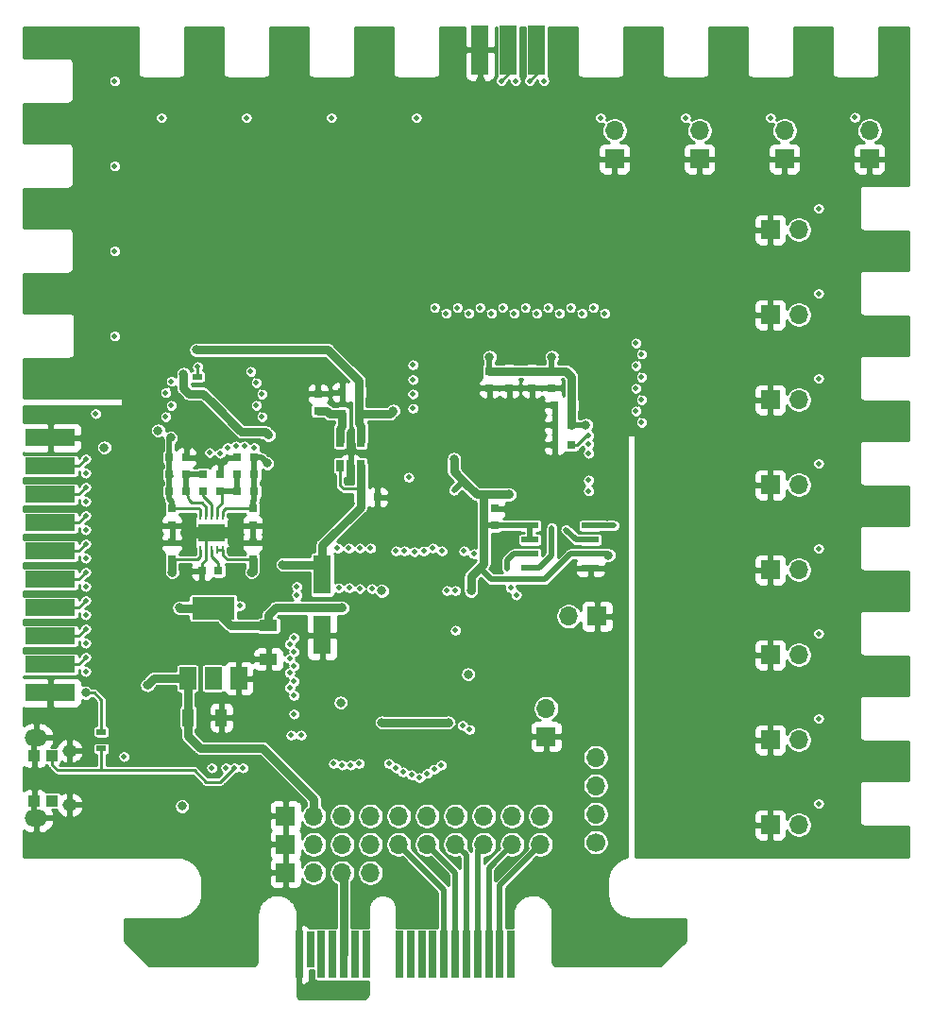
<source format=gbr>
G04 #@! TF.GenerationSoftware,KiCad,Pcbnew,(5.1.6)-1*
G04 #@! TF.CreationDate,2020-07-24T04:57:18+02:00*
G04 #@! TF.ProjectId,AnalogControlBoard_Rev1.1,416e616c-6f67-4436-9f6e-74726f6c426f,rev?*
G04 #@! TF.SameCoordinates,Original*
G04 #@! TF.FileFunction,Copper,L4,Bot*
G04 #@! TF.FilePolarity,Positive*
%FSLAX46Y46*%
G04 Gerber Fmt 4.6, Leading zero omitted, Abs format (unit mm)*
G04 Created by KiCad (PCBNEW (5.1.6)-1) date 2020-07-24 04:57:18*
%MOMM*%
%LPD*%
G01*
G04 APERTURE LIST*
G04 #@! TA.AperFunction,ComponentPad*
%ADD10C,0.600000*%
G04 #@! TD*
G04 #@! TA.AperFunction,SMDPad,CuDef*
%ADD11R,3.800000X0.250000*%
G04 #@! TD*
G04 #@! TA.AperFunction,SMDPad,CuDef*
%ADD12R,0.250000X0.800000*%
G04 #@! TD*
G04 #@! TA.AperFunction,SMDPad,CuDef*
%ADD13R,2.400000X1.650000*%
G04 #@! TD*
G04 #@! TA.AperFunction,SMDPad,CuDef*
%ADD14R,1.500000X4.500000*%
G04 #@! TD*
G04 #@! TA.AperFunction,SMDPad,CuDef*
%ADD15R,4.500000X1.500000*%
G04 #@! TD*
G04 #@! TA.AperFunction,SMDPad,CuDef*
%ADD16R,0.700000X4.200000*%
G04 #@! TD*
G04 #@! TA.AperFunction,SMDPad,CuDef*
%ADD17R,0.700000X3.200000*%
G04 #@! TD*
G04 #@! TA.AperFunction,SMDPad,CuDef*
%ADD18R,0.800000X0.750000*%
G04 #@! TD*
G04 #@! TA.AperFunction,SMDPad,CuDef*
%ADD19R,0.750000X0.800000*%
G04 #@! TD*
G04 #@! TA.AperFunction,SMDPad,CuDef*
%ADD20R,0.900000X0.500000*%
G04 #@! TD*
G04 #@! TA.AperFunction,SMDPad,CuDef*
%ADD21R,3.800000X2.000000*%
G04 #@! TD*
G04 #@! TA.AperFunction,SMDPad,CuDef*
%ADD22R,1.500000X2.000000*%
G04 #@! TD*
G04 #@! TA.AperFunction,ComponentPad*
%ADD23R,1.700000X1.700000*%
G04 #@! TD*
G04 #@! TA.AperFunction,ComponentPad*
%ADD24O,1.700000X1.700000*%
G04 #@! TD*
G04 #@! TA.AperFunction,SMDPad,CuDef*
%ADD25R,1.000000X1.600000*%
G04 #@! TD*
G04 #@! TA.AperFunction,SMDPad,CuDef*
%ADD26R,1.600000X1.000000*%
G04 #@! TD*
G04 #@! TA.AperFunction,SMDPad,CuDef*
%ADD27R,1.000000X1.000000*%
G04 #@! TD*
G04 #@! TA.AperFunction,ComponentPad*
%ADD28C,1.700000*%
G04 #@! TD*
G04 #@! TA.AperFunction,SMDPad,CuDef*
%ADD29R,1.600000X3.500000*%
G04 #@! TD*
G04 #@! TA.AperFunction,ComponentPad*
%ADD30O,1.300000X1.100000*%
G04 #@! TD*
G04 #@! TA.AperFunction,ComponentPad*
%ADD31O,2.000000X1.500000*%
G04 #@! TD*
G04 #@! TA.AperFunction,SMDPad,CuDef*
%ADD32R,0.650000X1.060000*%
G04 #@! TD*
G04 #@! TA.AperFunction,SMDPad,CuDef*
%ADD33R,1.550000X0.600000*%
G04 #@! TD*
G04 #@! TA.AperFunction,ViaPad*
%ADD34C,0.800000*%
G04 #@! TD*
G04 #@! TA.AperFunction,ViaPad*
%ADD35C,0.500000*%
G04 #@! TD*
G04 #@! TA.AperFunction,Conductor*
%ADD36C,0.750000*%
G04 #@! TD*
G04 #@! TA.AperFunction,Conductor*
%ADD37C,0.500000*%
G04 #@! TD*
G04 #@! TA.AperFunction,Conductor*
%ADD38C,0.250000*%
G04 #@! TD*
G04 #@! TA.AperFunction,Conductor*
%ADD39C,0.150000*%
G04 #@! TD*
G04 #@! TA.AperFunction,Conductor*
%ADD40C,1.000000*%
G04 #@! TD*
G04 #@! TA.AperFunction,Conductor*
%ADD41C,0.254000*%
G04 #@! TD*
G04 APERTURE END LIST*
D10*
X122936000Y-97290000D03*
X122936000Y-98290000D03*
X122036000Y-97790000D03*
D11*
X122936000Y-97540000D03*
D12*
X123936000Y-99290000D03*
X123436000Y-99290000D03*
X122936000Y-99290000D03*
X122436000Y-99290000D03*
X121936000Y-99290000D03*
X121936000Y-96290000D03*
X122436000Y-96290000D03*
X122936000Y-96290000D03*
X123436000Y-96290000D03*
X123936000Y-96290000D03*
D13*
X122936000Y-97790000D03*
D11*
X122936000Y-98040000D03*
D10*
X123836000Y-97790000D03*
D14*
X146989800Y-54508400D03*
X149529800Y-54508400D03*
X152069800Y-54508400D03*
D15*
X108458000Y-112141000D03*
X108458000Y-109601000D03*
X108458000Y-107061000D03*
X108458000Y-104521000D03*
X108458000Y-101981000D03*
X108458000Y-99441000D03*
X108458000Y-96901000D03*
X108458000Y-94361000D03*
X108458000Y-91821000D03*
X108458000Y-89281000D03*
D16*
X130767000Y-135603500D03*
D17*
X131767000Y-135103500D03*
D16*
X132767000Y-135603500D03*
X133767000Y-135603500D03*
X134767000Y-135603500D03*
X135767000Y-135603500D03*
X136767000Y-135603500D03*
X149767000Y-135603500D03*
X139767000Y-135603500D03*
X140767000Y-135603500D03*
X141767000Y-135603500D03*
X142767000Y-135603500D03*
X143767000Y-135603500D03*
X144767000Y-135603500D03*
X145767000Y-135603500D03*
X146767000Y-135603500D03*
X147767000Y-135603500D03*
X148767000Y-135603500D03*
D18*
X119138000Y-91059000D03*
X120638000Y-91059000D03*
X126734000Y-91059000D03*
X125234000Y-91059000D03*
X155182000Y-89916000D03*
X153682000Y-89916000D03*
D19*
X148336000Y-97143000D03*
X148336000Y-95643000D03*
D18*
X125234000Y-92583000D03*
X126734000Y-92583000D03*
X119138000Y-92583000D03*
X120638000Y-92583000D03*
D20*
X113030000Y-117145500D03*
X113030000Y-115645500D03*
D18*
X123539950Y-101212650D03*
X122039950Y-101212650D03*
X155182000Y-86360000D03*
X153682000Y-86360000D03*
D19*
X151638000Y-83324000D03*
X151638000Y-84824000D03*
X149606000Y-83324000D03*
X149606000Y-84824000D03*
X147828000Y-83324000D03*
X147828000Y-84824000D03*
X153416000Y-83324000D03*
X153416000Y-84824000D03*
D18*
X155182000Y-88138000D03*
X153682000Y-88138000D03*
D19*
X126599950Y-98684650D03*
X126599950Y-100184650D03*
X119360950Y-100184650D03*
X119360950Y-98684650D03*
X126599950Y-97136650D03*
X126599950Y-95636650D03*
X119360950Y-95636650D03*
X119360950Y-97136650D03*
D21*
X123063000Y-104546000D03*
D22*
X123063000Y-110846000D03*
X120763000Y-110846000D03*
X125363000Y-110846000D03*
D23*
X173024800Y-123977400D03*
D24*
X175564800Y-123977400D03*
D23*
X173024800Y-116357400D03*
D24*
X175564800Y-116357400D03*
D23*
X173024800Y-108737400D03*
D24*
X175564800Y-108737400D03*
D23*
X173024800Y-101117400D03*
D24*
X175564800Y-101117400D03*
D23*
X173024800Y-93497400D03*
D24*
X175564800Y-93497400D03*
D23*
X173024800Y-85877400D03*
D24*
X175564800Y-85877400D03*
D23*
X173024800Y-78257400D03*
D24*
X175564800Y-78257400D03*
D23*
X173024800Y-70637400D03*
D24*
X175564800Y-70637400D03*
D23*
X181914800Y-64287400D03*
D24*
X181914800Y-61747400D03*
D23*
X174294800Y-64287400D03*
D24*
X174294800Y-61747400D03*
D23*
X166674800Y-64287400D03*
D24*
X166674800Y-61747400D03*
D23*
X159054800Y-64287400D03*
D24*
X159054800Y-61747400D03*
D25*
X120801000Y-114363500D03*
X123801000Y-114363500D03*
D26*
X128016000Y-106132500D03*
X128016000Y-109132500D03*
D27*
X107023000Y-121824500D03*
X108623000Y-121824500D03*
X108623000Y-117824500D03*
X107023000Y-117824500D03*
D28*
X157353000Y-125539500D03*
D24*
X157353000Y-122999500D03*
X157353000Y-120459500D03*
X157353000Y-117919500D03*
D20*
X121666000Y-83832000D03*
X121666000Y-85332000D03*
D29*
X132842000Y-101567000D03*
X132842000Y-106967000D03*
D23*
X129540000Y-128270000D03*
D24*
X132080000Y-128270000D03*
X134620000Y-128270000D03*
X137160000Y-128270000D03*
D23*
X129540000Y-125730000D03*
X129540000Y-123190000D03*
D24*
X132080000Y-125730000D03*
X132080000Y-123190000D03*
X134620000Y-125730000D03*
X134620000Y-123190000D03*
X137160000Y-125730000D03*
X137160000Y-123190000D03*
X139700000Y-125730000D03*
X139700000Y-123190000D03*
X142240000Y-125730000D03*
X142240000Y-123190000D03*
X144780000Y-125730000D03*
X144780000Y-123190000D03*
X147320000Y-125730000D03*
X147320000Y-123190000D03*
X149860000Y-125730000D03*
X149860000Y-123190000D03*
X152400000Y-125730000D03*
X152400000Y-123190000D03*
D18*
X126734000Y-94107000D03*
X125234000Y-94107000D03*
D19*
X123698000Y-94095000D03*
X123698000Y-92595000D03*
X122174000Y-94095000D03*
X122174000Y-92595000D03*
D18*
X120638000Y-94107000D03*
X119138000Y-94107000D03*
D23*
X152908000Y-116078000D03*
D24*
X152908000Y-113538000D03*
D30*
X110188000Y-117336000D03*
D31*
X107188000Y-116161000D03*
X107188000Y-123361000D03*
D30*
X110188000Y-122186000D03*
D23*
X157480000Y-105283000D03*
D24*
X154940000Y-105283000D03*
D18*
X136283000Y-94615000D03*
X137783000Y-94615000D03*
X136132000Y-85217000D03*
X134632000Y-85217000D03*
X136132000Y-87122000D03*
X134632000Y-87122000D03*
D19*
X132461000Y-85356000D03*
X132461000Y-86856000D03*
D32*
X136332000Y-91778000D03*
X135382000Y-91778000D03*
X134432000Y-91778000D03*
X134432000Y-89578000D03*
X136332000Y-89578000D03*
D33*
X151478000Y-97155000D03*
X151478000Y-98425000D03*
X151478000Y-99695000D03*
X151478000Y-100965000D03*
X156878000Y-100965000D03*
X156878000Y-99695000D03*
X156878000Y-98425000D03*
X156878000Y-97155000D03*
D34*
X145923000Y-110490000D03*
X120396000Y-83566000D03*
X113284000Y-90170000D03*
X138176000Y-102997000D03*
D35*
X144653000Y-93980000D03*
D34*
X128016000Y-89027000D03*
X111633000Y-112141000D03*
X144653000Y-91186000D03*
X149606000Y-94361000D03*
X146177000Y-102997000D03*
X138176000Y-114808000D03*
X144145000Y-114808000D03*
X134493000Y-113030000D03*
X134620000Y-104521000D03*
X120015000Y-104521000D03*
X158496000Y-99822000D03*
X135382000Y-93091000D03*
X127762000Y-98552000D03*
X130302000Y-93726000D03*
X149479000Y-114808000D03*
X147066000Y-118110000D03*
X149733000Y-109728000D03*
X151892000Y-109474000D03*
X160274000Y-88392000D03*
X156464000Y-87122000D03*
X158369000Y-80518000D03*
X154432000Y-82042000D03*
X142875000Y-80391000D03*
D35*
X125603000Y-83121500D03*
D34*
X120777000Y-90043000D03*
X130683000Y-87757000D03*
X137668000Y-85217000D03*
X128905000Y-85090000D03*
X127000000Y-78613000D03*
X131953000Y-83566000D03*
X115316000Y-83693000D03*
X119126000Y-79756000D03*
X124333000Y-78740000D03*
X117094000Y-83566000D03*
X116078000Y-87376000D03*
X143002000Y-102997000D03*
X140208000Y-97663000D03*
X142621000Y-96075500D03*
X136144000Y-108204000D03*
X138811000Y-113792000D03*
X135636000Y-110490000D03*
X140335000Y-112395000D03*
D35*
X125476000Y-105219500D03*
D34*
X144526000Y-85788500D03*
X150876000Y-94361000D03*
X146748500Y-82105500D03*
X150495000Y-82169000D03*
X156464000Y-84328000D03*
X158369000Y-96329500D03*
X145542000Y-89281000D03*
D35*
X122809000Y-82804000D03*
D34*
X143764000Y-60960000D03*
X136144000Y-60960000D03*
X128524000Y-60960000D03*
X120904000Y-60960000D03*
X109728000Y-83820000D03*
X114300000Y-74676000D03*
X114300000Y-67056000D03*
X114300000Y-59436000D03*
X125476000Y-113284000D03*
X147002500Y-57277000D03*
X145923000Y-108966000D03*
X121539000Y-81407000D03*
X139192000Y-86868000D03*
X147828000Y-82042000D03*
X156464000Y-88138000D03*
X153416000Y-82042000D03*
D35*
X125730000Y-118872000D03*
X146050000Y-115443000D03*
X122936000Y-118872000D03*
X145415000Y-115062000D03*
X144780000Y-106553000D03*
X124968000Y-118872000D03*
X125476000Y-104330500D03*
X124206000Y-118872000D03*
D34*
X126492000Y-101346000D03*
X119380000Y-101346000D03*
X118110000Y-88646000D03*
X127889000Y-91567000D03*
X119253000Y-89281000D03*
D35*
X126415800Y-83337400D03*
X135255000Y-102743000D03*
X123698000Y-90678000D03*
X137287000Y-102806500D03*
X119303800Y-84226400D03*
X114223800Y-57302400D03*
X114223800Y-64922400D03*
X118795800Y-85242400D03*
X114223800Y-72542400D03*
X119303800Y-86385400D03*
X118795800Y-87401400D03*
X114223800Y-80162400D03*
X127431800Y-87401400D03*
X141274800Y-60604400D03*
X126923800Y-86385400D03*
X133654800Y-60604400D03*
X126034800Y-60604400D03*
X127431800Y-85369400D03*
X118414800Y-60604400D03*
X126923800Y-84353400D03*
X121666000Y-82931000D03*
X134302500Y-102743000D03*
X156718000Y-89090500D03*
X139446000Y-99441000D03*
X140589000Y-92837000D03*
X145542000Y-99441000D03*
X156718000Y-93091000D03*
X156718000Y-90678000D03*
X143573500Y-99441000D03*
X156718000Y-89852500D03*
X142748000Y-99187000D03*
D34*
X129286000Y-100647500D03*
X117157500Y-111442500D03*
D35*
X160959800Y-86893400D03*
X160959800Y-84861400D03*
X160959800Y-82829400D03*
X160959800Y-80797400D03*
X158165800Y-78130400D03*
X156133800Y-78130400D03*
X153085800Y-77622400D03*
X151053800Y-77622400D03*
X150037800Y-78130400D03*
X148005800Y-78130400D03*
X144957800Y-77622400D03*
X142925800Y-77622400D03*
X177342800Y-122072400D03*
X161467800Y-87909400D03*
X161467800Y-85877400D03*
X177342800Y-114452400D03*
X161467800Y-83845400D03*
X177342800Y-106832400D03*
X177342800Y-99212400D03*
X161467800Y-81813400D03*
X157149800Y-77622400D03*
X177342800Y-91592400D03*
X155117800Y-77622400D03*
X177342800Y-83972400D03*
X177342800Y-76352400D03*
X154101800Y-78130400D03*
X177342800Y-68732400D03*
X152069800Y-78130400D03*
X149021800Y-77622400D03*
X180594000Y-60579000D03*
X173024800Y-60604400D03*
X146989800Y-77622400D03*
X145973800Y-78130400D03*
X165404800Y-60604400D03*
X157784800Y-60604400D03*
X143941800Y-78130400D03*
X148894800Y-57302400D03*
X140970000Y-86664800D03*
X151434800Y-57302400D03*
X140970000Y-84074000D03*
X140970000Y-82753200D03*
X152704800Y-57302400D03*
X150164800Y-57302400D03*
X140970000Y-85369400D03*
X124333000Y-90170000D03*
X156718000Y-94043500D03*
X141922500Y-99441000D03*
X149415500Y-101028500D03*
X154686000Y-97536000D03*
X125095000Y-90043000D03*
X141097000Y-99504500D03*
X153416000Y-97345500D03*
X125857000Y-90043000D03*
X140208000Y-99441000D03*
X143510000Y-118618000D03*
X142875000Y-118999000D03*
X142240000Y-119380000D03*
X141541500Y-119761000D03*
X112522000Y-87122000D03*
X134213600Y-99187000D03*
X126746000Y-90170000D03*
X137160000Y-99187000D03*
X136207500Y-102806500D03*
X122745500Y-90614500D03*
D34*
X120269000Y-122301000D03*
D35*
X115062000Y-117856000D03*
X140081000Y-119253000D03*
X138811000Y-118491000D03*
X135382000Y-118618000D03*
X133858000Y-118491000D03*
X130937000Y-115951000D03*
X130048000Y-115951000D03*
X134620000Y-118618000D03*
X136144000Y-118491000D03*
X139446000Y-118872000D03*
X140843000Y-119507000D03*
X150241000Y-103378000D03*
X149733000Y-102743000D03*
X146431000Y-99695000D03*
X159004000Y-97155000D03*
X111633000Y-108966000D03*
X144018000Y-102997000D03*
X111633000Y-106426000D03*
X130302000Y-112395000D03*
X111633000Y-103886000D03*
X130302000Y-111125000D03*
X111633000Y-101346000D03*
X130302000Y-109728000D03*
X111633000Y-98806000D03*
X130302000Y-108458000D03*
X111633000Y-96266000D03*
X130302000Y-107188000D03*
X111633000Y-93726000D03*
X130556000Y-102616000D03*
X111633000Y-91186000D03*
X135229600Y-99187000D03*
X136194800Y-99187000D03*
X111633000Y-92456000D03*
X111633000Y-94996000D03*
X130556000Y-103378000D03*
X111633000Y-97536000D03*
X129921000Y-107759500D03*
X129921000Y-109093000D03*
X111633000Y-100076000D03*
X129921000Y-110363000D03*
X111633000Y-102616000D03*
X129921000Y-111696500D03*
X111633000Y-105156000D03*
X130302000Y-114046000D03*
X111633000Y-107696000D03*
X111633000Y-110236000D03*
X144780000Y-102997000D03*
D36*
X122162000Y-85332000D02*
X121666000Y-85332000D01*
X120892000Y-85332000D02*
X121666000Y-85332000D01*
X122162000Y-85332000D02*
X123063000Y-86233000D01*
X123063000Y-86233000D02*
X125476000Y-88646000D01*
X125603000Y-88773000D02*
X125476000Y-88646000D01*
X120396000Y-84836000D02*
X120892000Y-85332000D01*
X120396000Y-83566000D02*
X120396000Y-84836000D01*
D37*
X147955000Y-101981000D02*
X152019000Y-101981000D01*
X146939000Y-100965000D02*
X147955000Y-101981000D01*
X148336000Y-97143000D02*
X147320000Y-97143000D01*
X147447000Y-97028000D02*
X147320000Y-97028000D01*
X147435000Y-97028000D02*
X147447000Y-97028000D01*
X147320000Y-97143000D02*
X147435000Y-97028000D01*
X147320000Y-97536000D02*
X147447000Y-97536000D01*
X147447000Y-97536000D02*
X147320000Y-97536000D01*
D36*
X128016000Y-89027000D02*
X127762000Y-88773000D01*
X127762000Y-88773000D02*
X125603000Y-88773000D01*
X147320000Y-100203000D02*
X147320000Y-100584000D01*
X146177000Y-101727000D02*
X146177000Y-102997000D01*
X147320000Y-100584000D02*
X146939000Y-100965000D01*
X146939000Y-100965000D02*
X146177000Y-101727000D01*
X120040000Y-104546000D02*
X123063000Y-104546000D01*
X120040000Y-104546000D02*
X120015000Y-104521000D01*
D38*
X113030000Y-115645500D02*
X113030000Y-112776000D01*
X112395000Y-112141000D02*
X111633000Y-112141000D01*
X113030000Y-112776000D02*
X112395000Y-112141000D01*
D37*
X147320000Y-100203000D02*
X147320000Y-100076000D01*
X145415000Y-93218000D02*
X145542000Y-93218000D01*
X144653000Y-93980000D02*
X145415000Y-93218000D01*
D36*
X134620000Y-104521000D02*
X128651000Y-104521000D01*
X128016000Y-105156000D02*
X128016000Y-106132500D01*
X128651000Y-104521000D02*
X128016000Y-105156000D01*
X128016000Y-106132500D02*
X124649500Y-106132500D01*
X124649500Y-106132500D02*
X123063000Y-104546000D01*
X147320000Y-100076000D02*
X147320000Y-97536000D01*
X147320000Y-97536000D02*
X147320000Y-97028000D01*
X147320000Y-97028000D02*
X147320000Y-94361000D01*
X144653000Y-91186000D02*
X144653000Y-92329000D01*
X146685000Y-94361000D02*
X147320000Y-94361000D01*
X144653000Y-92329000D02*
X145542000Y-93218000D01*
X145542000Y-93218000D02*
X146685000Y-94361000D01*
X147320000Y-94361000D02*
X149606000Y-94361000D01*
X144145000Y-114808000D02*
X143129000Y-114808000D01*
X143129000Y-114808000D02*
X138176000Y-114808000D01*
X123206000Y-110989000D02*
X123063000Y-110846000D01*
D37*
X151478000Y-97155000D02*
X148348000Y-97155000D01*
X148348000Y-97155000D02*
X148336000Y-97143000D01*
X151478000Y-98425000D02*
X151478000Y-97155000D01*
X152019000Y-101981000D02*
X152781000Y-101981000D01*
X152781000Y-101981000D02*
X155067000Y-99695000D01*
X155067000Y-99695000D02*
X156878000Y-99695000D01*
X156878000Y-99695000D02*
X158369000Y-99695000D01*
X158369000Y-99695000D02*
X158496000Y-99822000D01*
D39*
X122682000Y-89408000D02*
X122682000Y-88646000D01*
X121031000Y-86995000D02*
X119507000Y-86995000D01*
X122682000Y-88646000D02*
X121031000Y-86995000D01*
D36*
X135382000Y-91778000D02*
X135382000Y-93091000D01*
D38*
X122936000Y-97790000D02*
X124841000Y-97790000D01*
X124841000Y-97790000D02*
X125095000Y-97790000D01*
X125095000Y-97790000D02*
X124841000Y-97790000D01*
X122936000Y-97290000D02*
X122936000Y-98290000D01*
X122436000Y-99290000D02*
X122436000Y-100195000D01*
X122039950Y-100591050D02*
X122039950Y-101212650D01*
X122436000Y-100195000D02*
X122039950Y-100591050D01*
X122436000Y-99290000D02*
X122436000Y-98290000D01*
X122436000Y-98290000D02*
X122936000Y-97790000D01*
D40*
X124841000Y-97790000D02*
X124841000Y-97790000D01*
X124841000Y-97790000D02*
X124841000Y-98679000D01*
X124841000Y-97790000D02*
X124841000Y-96901000D01*
X123836000Y-97790000D02*
X124841000Y-97790000D01*
X124841000Y-97790000D02*
X125222000Y-97790000D01*
X121031000Y-97790000D02*
X121031000Y-99187000D01*
X121031000Y-97790000D02*
X121031000Y-96520000D01*
X122936000Y-97790000D02*
X121031000Y-97790000D01*
X121031000Y-97790000D02*
X120650000Y-97790000D01*
D39*
X161251900Y-83299300D02*
X161175700Y-83299300D01*
X160274000Y-88341200D02*
X160274000Y-88392000D01*
X161594800Y-87020400D02*
X160274000Y-88341200D01*
X161594800Y-86690200D02*
X161594800Y-87020400D01*
X161264600Y-86360000D02*
X161594800Y-86690200D01*
X161086800Y-86360000D02*
X161264600Y-86360000D01*
X160756600Y-86029800D02*
X161086800Y-86360000D01*
X160756600Y-85598000D02*
X160756600Y-86029800D01*
X160883600Y-85471000D02*
X160756600Y-85598000D01*
X161137600Y-85471000D02*
X160883600Y-85471000D01*
X161493200Y-85115400D02*
X161137600Y-85471000D01*
X161493200Y-84658200D02*
X161493200Y-85115400D01*
X161417000Y-84582000D02*
X161493200Y-84658200D01*
X161417000Y-84556600D02*
X161417000Y-84582000D01*
X160909000Y-84048600D02*
X161417000Y-84556600D01*
X160909000Y-83566000D02*
X160909000Y-84048600D01*
X161175700Y-83299300D02*
X160909000Y-83566000D01*
X161721800Y-82346800D02*
X161721800Y-82829400D01*
X161721800Y-82829400D02*
X161251900Y-83299300D01*
X161251900Y-83299300D02*
X161188400Y-83362800D01*
X158369000Y-80518000D02*
X159613600Y-80518000D01*
X161264600Y-82346800D02*
X161213800Y-82296000D01*
X161823400Y-82346800D02*
X161721800Y-82346800D01*
X161721800Y-82346800D02*
X161264600Y-82346800D01*
X162179000Y-81991200D02*
X161823400Y-82346800D01*
X162179000Y-81483200D02*
X162179000Y-81991200D01*
X161874200Y-81178400D02*
X162179000Y-81483200D01*
X161366200Y-81178400D02*
X161874200Y-81178400D01*
X161163000Y-81381600D02*
X161366200Y-81178400D01*
X160477200Y-81381600D02*
X161163000Y-81381600D01*
X159613600Y-80518000D02*
X160477200Y-81381600D01*
X155321000Y-78232000D02*
X155575000Y-77978000D01*
X148463000Y-77851000D02*
X148844000Y-78232000D01*
X148844000Y-78232000D02*
X149098000Y-78232000D01*
X149098000Y-78232000D02*
X149225000Y-78105000D01*
X149225000Y-78105000D02*
X149352000Y-78105000D01*
X149352000Y-78105000D02*
X149606000Y-77851000D01*
X149606000Y-77851000D02*
X149606000Y-77724000D01*
X149606000Y-77724000D02*
X149860000Y-77470000D01*
X149860000Y-77470000D02*
X150241000Y-77470000D01*
X150241000Y-77470000D02*
X150495000Y-77724000D01*
X150495000Y-77724000D02*
X150495000Y-77851000D01*
X150495000Y-77851000D02*
X150876000Y-78232000D01*
X150876000Y-78232000D02*
X151257000Y-78232000D01*
X151257000Y-78232000D02*
X151511000Y-77978000D01*
X151511000Y-77978000D02*
X151511000Y-77851000D01*
X151511000Y-77851000D02*
X151765000Y-77597000D01*
X151765000Y-77597000D02*
X152273000Y-77597000D01*
X152273000Y-77597000D02*
X152654000Y-77978000D01*
X152654000Y-77978000D02*
X152654000Y-78105000D01*
X152654000Y-78105000D02*
X152781000Y-78232000D01*
X152781000Y-78232000D02*
X153289000Y-78232000D01*
X153289000Y-78232000D02*
X153670000Y-77851000D01*
X153670000Y-77851000D02*
X153670000Y-77724000D01*
X153670000Y-77724000D02*
X153924000Y-77470000D01*
X153924000Y-77470000D02*
X154305000Y-77470000D01*
X154305000Y-77470000D02*
X154559000Y-77724000D01*
X154559000Y-77724000D02*
X154559000Y-77851000D01*
X154559000Y-77851000D02*
X154940000Y-78232000D01*
X154940000Y-78232000D02*
X155321000Y-78232000D01*
X142875000Y-80391000D02*
X142875000Y-78613000D01*
X147701000Y-77470000D02*
X148082000Y-77470000D01*
X147574000Y-77597000D02*
X147701000Y-77470000D01*
X147574000Y-77851000D02*
X147574000Y-77597000D01*
X147320000Y-78105000D02*
X147574000Y-77851000D01*
X147193000Y-78105000D02*
X147320000Y-78105000D01*
X147066000Y-78232000D02*
X147193000Y-78105000D01*
X146812000Y-78232000D02*
X147066000Y-78232000D01*
X146431000Y-77851000D02*
X146812000Y-78232000D01*
X146431000Y-77724000D02*
X146431000Y-77851000D01*
X146177000Y-77470000D02*
X146431000Y-77724000D01*
X145796000Y-77470000D02*
X146177000Y-77470000D01*
X145542000Y-77724000D02*
X145796000Y-77470000D01*
X145542000Y-77851000D02*
X145542000Y-77724000D01*
X145161000Y-78232000D02*
X145542000Y-77851000D01*
X144780000Y-78232000D02*
X145161000Y-78232000D01*
X144399000Y-77851000D02*
X144780000Y-78232000D01*
X144399000Y-77724000D02*
X144399000Y-77851000D01*
X144145000Y-77470000D02*
X144399000Y-77724000D01*
X143764000Y-77470000D02*
X144145000Y-77470000D01*
X143383000Y-77851000D02*
X143764000Y-77470000D01*
X143383000Y-78105000D02*
X143383000Y-77851000D01*
X142875000Y-78613000D02*
X143383000Y-78105000D01*
X148082000Y-77470000D02*
X148463000Y-77851000D01*
X157734000Y-77851000D02*
X157734000Y-77597000D01*
X157353000Y-78232000D02*
X157734000Y-77851000D01*
X156845000Y-78232000D02*
X157353000Y-78232000D01*
X156718000Y-78105000D02*
X156845000Y-78232000D01*
X156718000Y-77978000D02*
X156718000Y-78105000D01*
X156337000Y-77597000D02*
X156718000Y-77978000D01*
X155829000Y-77597000D02*
X156337000Y-77597000D01*
X155575000Y-77851000D02*
X155829000Y-77597000D01*
X155575000Y-77978000D02*
X155575000Y-77851000D01*
X125603000Y-83121500D02*
X125603000Y-83693000D01*
X126746000Y-86995000D02*
X126492000Y-87249000D01*
X127127000Y-86995000D02*
X126746000Y-86995000D01*
X127762000Y-86360000D02*
X127127000Y-86995000D01*
X127762000Y-86233000D02*
X127762000Y-86360000D01*
X127508000Y-85979000D02*
X127762000Y-86233000D01*
X127254000Y-85979000D02*
X127508000Y-85979000D01*
X126746000Y-85471000D02*
X127254000Y-85979000D01*
X126746000Y-85090000D02*
X126746000Y-85471000D01*
X126873000Y-84963000D02*
X126746000Y-85090000D01*
X127127000Y-84963000D02*
X126873000Y-84963000D01*
X127635000Y-84455000D02*
X127127000Y-84963000D01*
X127635000Y-84074000D02*
X127635000Y-84455000D01*
X127381000Y-83820000D02*
X127635000Y-84074000D01*
X126746000Y-83820000D02*
X127381000Y-83820000D01*
X126619000Y-83947000D02*
X126746000Y-83820000D01*
X125857000Y-83947000D02*
X126619000Y-83947000D01*
X125603000Y-83693000D02*
X125857000Y-83947000D01*
X118491000Y-84074000D02*
X119634000Y-82931000D01*
X119507000Y-86995000D02*
X119126000Y-86995000D01*
X119126000Y-86995000D02*
X118618000Y-86487000D01*
X118618000Y-86487000D02*
X118618000Y-86233000D01*
X118618000Y-86233000D02*
X119507000Y-85344000D01*
X119507000Y-85344000D02*
X119507000Y-85090000D01*
X119507000Y-85090000D02*
X119126000Y-84709000D01*
X119126000Y-84709000D02*
X118872000Y-84709000D01*
X118872000Y-84709000D02*
X118491000Y-84328000D01*
X118491000Y-84328000D02*
X118491000Y-84074000D01*
D38*
X120777000Y-90043000D02*
X121031000Y-89408000D01*
D39*
X127254000Y-89408000D02*
X127508000Y-89662000D01*
X125476000Y-89408000D02*
X127254000Y-89408000D01*
X121031000Y-89408000D02*
X122682000Y-89408000D01*
X122682000Y-89408000D02*
X125476000Y-89408000D01*
D38*
X128905000Y-85979000D02*
X130683000Y-87757000D01*
X128905000Y-85090000D02*
X128905000Y-85979000D01*
X128905000Y-85090000D02*
X130429000Y-85090000D01*
X130429000Y-85090000D02*
X131953000Y-83566000D01*
X115443000Y-83566000D02*
X115316000Y-83693000D01*
X120142000Y-78740000D02*
X119126000Y-79756000D01*
X124333000Y-78740000D02*
X120142000Y-78740000D01*
X117094000Y-83566000D02*
X115443000Y-83566000D01*
D37*
X107023000Y-121824500D02*
X107023000Y-123259500D01*
X107023000Y-123259500D02*
X107188000Y-123424500D01*
X107023000Y-117824500D02*
X107023000Y-116389500D01*
X107023000Y-116389500D02*
X107188000Y-116224500D01*
X108458000Y-89281000D02*
X109601000Y-89281000D01*
X108458000Y-112141000D02*
X108458000Y-113538000D01*
X108458000Y-113538000D02*
X108966000Y-114046000D01*
X125234000Y-91059000D02*
X124212350Y-91179650D01*
X124212350Y-91179650D02*
X123698000Y-91694000D01*
D38*
X108458000Y-112141000D02*
X110236000Y-112141000D01*
X108458000Y-89281000D02*
X110363000Y-89281000D01*
D36*
X136132000Y-87122000D02*
X138938000Y-87122000D01*
X138938000Y-87122000D02*
X139192000Y-86868000D01*
X136332000Y-89578000D02*
X136332000Y-88199000D01*
X136132000Y-87999000D02*
X136132000Y-87122000D01*
X136332000Y-88199000D02*
X136132000Y-87999000D01*
X136132000Y-87122000D02*
X136132000Y-85217000D01*
X136132000Y-85217000D02*
X136132000Y-84189000D01*
X133350000Y-81407000D02*
X131826000Y-81407000D01*
X121539000Y-81407000D02*
X131826000Y-81407000D01*
X135140700Y-83197700D02*
X133350000Y-81407000D01*
X136132000Y-84189000D02*
X135140700Y-83197700D01*
D37*
X156464000Y-88138000D02*
X155182000Y-88138000D01*
X147828000Y-83324000D02*
X147828000Y-82042000D01*
X153416000Y-83324000D02*
X153416000Y-82042000D01*
D36*
X155182000Y-86360000D02*
X155182000Y-88138000D01*
X153416000Y-83324000D02*
X154698000Y-83324000D01*
X155182000Y-83808000D02*
X155182000Y-86360000D01*
X154698000Y-83324000D02*
X155182000Y-83808000D01*
X151638000Y-83324000D02*
X153416000Y-83324000D01*
X149606000Y-83324000D02*
X151638000Y-83324000D01*
X147828000Y-83324000D02*
X149606000Y-83324000D01*
D38*
X122936000Y-96290000D02*
X122936000Y-95758000D01*
X122936000Y-95758000D02*
X122936000Y-95250000D01*
X122936000Y-95250000D02*
X122154950Y-94468950D01*
X122154950Y-94468950D02*
X122154950Y-94342650D01*
X110898500Y-119090000D02*
X109120500Y-119090000D01*
X113030000Y-119090000D02*
X110898500Y-119090000D01*
X108623000Y-118592500D02*
X108623000Y-117824500D01*
X109120500Y-119090000D02*
X108623000Y-118592500D01*
X113030000Y-117145500D02*
X113030000Y-119090000D01*
X113030000Y-119090000D02*
X113030000Y-118999000D01*
X113030000Y-118999000D02*
X113030000Y-119090000D01*
X113030000Y-119090000D02*
X113756000Y-119090000D01*
X123698000Y-120142000D02*
X124968000Y-118872000D01*
X122428000Y-120142000D02*
X123698000Y-120142000D01*
X121376000Y-119090000D02*
X122428000Y-120142000D01*
X115227000Y-119090000D02*
X121376000Y-119090000D01*
X113756000Y-119090000D02*
X115227000Y-119090000D01*
X123936000Y-99290000D02*
X123936000Y-99806000D01*
X123436000Y-99290000D02*
X123936000Y-99290000D01*
X126599950Y-100184650D02*
X124314650Y-100184650D01*
X124314650Y-100184650D02*
X123936000Y-99806000D01*
D36*
X126599950Y-101238050D02*
X126599950Y-100184650D01*
X126599950Y-101238050D02*
X126492000Y-101346000D01*
D38*
X121936000Y-99290000D02*
X121936000Y-99933000D01*
X121684350Y-100184650D02*
X119360950Y-100184650D01*
X121936000Y-99933000D02*
X121684350Y-100184650D01*
D36*
X119360950Y-101326950D02*
X119360950Y-100184650D01*
X119360950Y-101326950D02*
X119380000Y-101346000D01*
X134767000Y-135603500D02*
X134767000Y-128417000D01*
X134767000Y-128417000D02*
X134620000Y-128270000D01*
D38*
X122936000Y-99290000D02*
X122936000Y-99822000D01*
X122936000Y-99822000D02*
X122936000Y-99949000D01*
X123539950Y-100552950D02*
X123539950Y-101212650D01*
X122936000Y-99949000D02*
X123539950Y-100552950D01*
X123436000Y-96290000D02*
X123436000Y-95512000D01*
D37*
X125234000Y-92583000D02*
X125234000Y-94107000D01*
X123698000Y-94095000D02*
X125222000Y-94095000D01*
X125222000Y-94095000D02*
X125234000Y-94107000D01*
D38*
X123805950Y-95142050D02*
X123805950Y-94342650D01*
X123436000Y-95512000D02*
X123805950Y-95142050D01*
X125119000Y-94222000D02*
X125234000Y-94107000D01*
X123936000Y-96290000D02*
X123936000Y-95901000D01*
X123936000Y-95901000D02*
X124200350Y-95636650D01*
D37*
X126734000Y-91059000D02*
X127381000Y-91059000D01*
X127381000Y-91059000D02*
X127889000Y-91567000D01*
X126734000Y-91059000D02*
X126734000Y-92583000D01*
X126734000Y-92583000D02*
X126734000Y-94107000D01*
X126599950Y-95636650D02*
X126599950Y-95015050D01*
X126599950Y-95015050D02*
X126734000Y-94881000D01*
X126734000Y-94881000D02*
X126734000Y-94107000D01*
D38*
X123936000Y-95901000D02*
X124200350Y-95636650D01*
X124200350Y-95636650D02*
X126599950Y-95636650D01*
D37*
X126587950Y-95624650D02*
X126599950Y-95636650D01*
X119138000Y-94754000D02*
X119138000Y-94107000D01*
X119138000Y-92583000D02*
X119138000Y-94107000D01*
X119126000Y-94119000D02*
X119138000Y-94107000D01*
X119265000Y-92710000D02*
X119138000Y-92583000D01*
D38*
X121936000Y-96290000D02*
X121936000Y-95774000D01*
D37*
X119360950Y-95636650D02*
X119360950Y-94976950D01*
X119360950Y-94976950D02*
X119138000Y-94754000D01*
D38*
X121798650Y-95636650D02*
X119360950Y-95636650D01*
X121936000Y-95774000D02*
X121798650Y-95636650D01*
D37*
X119138000Y-91059000D02*
X119138000Y-92583000D01*
X119138000Y-91059000D02*
X119138000Y-89396000D01*
X119138000Y-89396000D02*
X119253000Y-89281000D01*
D38*
X119253000Y-89281000D02*
X119245950Y-89288050D01*
X122436000Y-96290000D02*
X122436000Y-95766000D01*
D37*
X120638000Y-92583000D02*
X120638000Y-94107000D01*
X120638000Y-92583000D02*
X122162000Y-92583000D01*
X122162000Y-92583000D02*
X122174000Y-92595000D01*
D38*
X122436000Y-95766000D02*
X122436000Y-95512000D01*
X122436000Y-95512000D02*
X122047000Y-95123000D01*
X122047000Y-95123000D02*
X121158000Y-95123000D01*
X121158000Y-95123000D02*
X120872950Y-94837950D01*
X120872950Y-94837950D02*
X120638000Y-94107000D01*
X120777000Y-92722000D02*
X120638000Y-92583000D01*
X120765000Y-92710000D02*
X120638000Y-92583000D01*
X121666000Y-83832000D02*
X121666000Y-82931000D01*
X155702000Y-89916000D02*
X156527500Y-89090500D01*
X155702000Y-89916000D02*
X155182000Y-89916000D01*
X156527500Y-89090500D02*
X156718000Y-89090500D01*
X134432000Y-91778000D02*
X134432000Y-93538000D01*
X134747000Y-93853000D02*
X136332000Y-93853000D01*
X134432000Y-93538000D02*
X134747000Y-93853000D01*
D36*
X136283000Y-94615000D02*
X136283000Y-95492000D01*
X132842000Y-98933000D02*
X132842000Y-101567000D01*
X136283000Y-95492000D02*
X132842000Y-98933000D01*
X136332000Y-91778000D02*
X136332000Y-93345000D01*
X136332000Y-93345000D02*
X136332000Y-93853000D01*
X136332000Y-93853000D02*
X136332000Y-94566000D01*
X136332000Y-94566000D02*
X136283000Y-94615000D01*
D40*
X132691000Y-101416000D02*
X132842000Y-101567000D01*
D36*
X129286000Y-100647500D02*
X132790500Y-100647500D01*
X127508000Y-117094000D02*
X132080000Y-121666000D01*
X121920000Y-117094000D02*
X127254000Y-117094000D01*
X120801000Y-115975000D02*
X121920000Y-117094000D01*
X120801000Y-114363500D02*
X120801000Y-115975000D01*
X127254000Y-117094000D02*
X127508000Y-117094000D01*
X132080000Y-121666000D02*
X132080000Y-123190000D01*
X132790500Y-100584000D02*
X132790500Y-101409500D01*
X132790500Y-101409500D02*
X132842000Y-101358000D01*
X132842000Y-101358000D02*
X132842000Y-101219000D01*
X132842000Y-101219000D02*
X132842000Y-101409500D01*
X120763000Y-110846000D02*
X117754000Y-110846000D01*
X117754000Y-110846000D02*
X117157500Y-111442500D01*
X120888000Y-114450500D02*
X120801000Y-114363500D01*
X120801000Y-114363500D02*
X120801000Y-110884000D01*
X120801000Y-110884000D02*
X120763000Y-110846000D01*
X120888000Y-110971000D02*
X120763000Y-110846000D01*
X120777000Y-110860000D02*
X120763000Y-110846000D01*
D38*
X149529800Y-56667400D02*
X148894800Y-57302400D01*
X149529800Y-54508400D02*
X149529800Y-56667400D01*
X151434800Y-57302400D02*
X152069800Y-56667400D01*
X152069800Y-54508400D02*
X152069800Y-56667400D01*
D37*
X151478000Y-99695000D02*
X149987000Y-99695000D01*
X149987000Y-99695000D02*
X149415500Y-100266500D01*
X149415500Y-100266500D02*
X149415500Y-101028500D01*
X154686000Y-97536000D02*
X155575000Y-98425000D01*
X155575000Y-98425000D02*
X156878000Y-98425000D01*
X153416000Y-99314000D02*
X153416000Y-97345500D01*
X153416000Y-99314000D02*
X153416000Y-99822000D01*
X153416000Y-99822000D02*
X152273000Y-100965000D01*
X152273000Y-100965000D02*
X151478000Y-100965000D01*
X147767000Y-135603500D02*
X147767000Y-127823000D01*
X147767000Y-127823000D02*
X149860000Y-125730000D01*
X146767000Y-135603500D02*
X146767000Y-126283000D01*
X146767000Y-126283000D02*
X147320000Y-125730000D01*
X143767000Y-135603500D02*
X143767000Y-129797000D01*
X143767000Y-129797000D02*
X139700000Y-125730000D01*
X144767000Y-135603500D02*
X144767000Y-128257000D01*
X144767000Y-128257000D02*
X142240000Y-125730000D01*
X145767000Y-135603500D02*
X145767000Y-126717000D01*
X145767000Y-126717000D02*
X144780000Y-125730000D01*
X148767000Y-135603500D02*
X148767000Y-129363000D01*
X148767000Y-129363000D02*
X152400000Y-125730000D01*
X159004000Y-97155000D02*
X156878000Y-97155000D01*
D38*
X110998000Y-109601000D02*
X111633000Y-108966000D01*
X108458000Y-109601000D02*
X110998000Y-109601000D01*
X110998000Y-107061000D02*
X111633000Y-106426000D01*
X108458000Y-107061000D02*
X110998000Y-107061000D01*
X110998000Y-104521000D02*
X111633000Y-103886000D01*
X110998000Y-104521000D02*
X108458000Y-104521000D01*
X108458000Y-101981000D02*
X110998000Y-101981000D01*
X110998000Y-101981000D02*
X111633000Y-101346000D01*
X108458000Y-99441000D02*
X110998000Y-99441000D01*
X110998000Y-99441000D02*
X111633000Y-98806000D01*
X110998000Y-96901000D02*
X111633000Y-96266000D01*
X110998000Y-96901000D02*
X108458000Y-96901000D01*
X110998000Y-94361000D02*
X111633000Y-93726000D01*
X108458000Y-94361000D02*
X110998000Y-94361000D01*
X110998000Y-91821000D02*
X111633000Y-91186000D01*
X108458000Y-91821000D02*
X110998000Y-91821000D01*
D36*
X134432000Y-89578000D02*
X134432000Y-88453000D01*
X134632000Y-88253000D02*
X134632000Y-87122000D01*
X134432000Y-88453000D02*
X134632000Y-88253000D01*
X134632000Y-87122000D02*
X133477000Y-87122000D01*
X133211000Y-86856000D02*
X132461000Y-86856000D01*
X133477000Y-87122000D02*
X133211000Y-86856000D01*
D41*
G36*
X116311001Y-56622243D02*
G01*
X116309055Y-56642000D01*
X116316817Y-56720806D01*
X116339803Y-56796583D01*
X116377132Y-56866420D01*
X116427368Y-56927632D01*
X116488580Y-56977868D01*
X116558417Y-57015197D01*
X116634194Y-57038183D01*
X116693253Y-57044000D01*
X116713000Y-57045945D01*
X116732747Y-57044000D01*
X120122253Y-57044000D01*
X120142000Y-57045945D01*
X120161747Y-57044000D01*
X120220806Y-57038183D01*
X120296583Y-57015197D01*
X120366420Y-56977868D01*
X120427632Y-56927632D01*
X120477868Y-56866420D01*
X120515197Y-56796583D01*
X120538183Y-56720806D01*
X120545945Y-56642000D01*
X120544000Y-56622253D01*
X120544000Y-52472000D01*
X123931000Y-52472000D01*
X123931001Y-56622243D01*
X123929055Y-56642000D01*
X123936817Y-56720806D01*
X123959803Y-56796583D01*
X123997132Y-56866420D01*
X124047368Y-56927632D01*
X124108580Y-56977868D01*
X124178417Y-57015197D01*
X124254194Y-57038183D01*
X124313253Y-57044000D01*
X124333000Y-57045945D01*
X124352747Y-57044000D01*
X127742253Y-57044000D01*
X127762000Y-57045945D01*
X127781747Y-57044000D01*
X127840806Y-57038183D01*
X127916583Y-57015197D01*
X127986420Y-56977868D01*
X128047632Y-56927632D01*
X128097868Y-56866420D01*
X128135197Y-56796583D01*
X128158183Y-56720806D01*
X128165945Y-56642000D01*
X128164000Y-56622253D01*
X128164000Y-52472000D01*
X131551000Y-52472000D01*
X131551001Y-56622243D01*
X131549055Y-56642000D01*
X131556817Y-56720806D01*
X131579803Y-56796583D01*
X131617132Y-56866420D01*
X131667368Y-56927632D01*
X131728580Y-56977868D01*
X131798417Y-57015197D01*
X131874194Y-57038183D01*
X131933253Y-57044000D01*
X131953000Y-57045945D01*
X131972747Y-57044000D01*
X135362253Y-57044000D01*
X135382000Y-57045945D01*
X135401747Y-57044000D01*
X135460806Y-57038183D01*
X135536583Y-57015197D01*
X135606420Y-56977868D01*
X135667632Y-56927632D01*
X135717868Y-56866420D01*
X135755197Y-56796583D01*
X135778183Y-56720806D01*
X135785945Y-56642000D01*
X135784000Y-56622253D01*
X135784000Y-52472000D01*
X139171000Y-52472000D01*
X139171001Y-56622243D01*
X139169055Y-56642000D01*
X139176817Y-56720806D01*
X139199803Y-56796583D01*
X139237132Y-56866420D01*
X139287368Y-56927632D01*
X139348580Y-56977868D01*
X139418417Y-57015197D01*
X139494194Y-57038183D01*
X139553253Y-57044000D01*
X139573000Y-57045945D01*
X139592747Y-57044000D01*
X142982253Y-57044000D01*
X143002000Y-57045945D01*
X143021747Y-57044000D01*
X143080806Y-57038183D01*
X143156583Y-57015197D01*
X143226420Y-56977868D01*
X143287632Y-56927632D01*
X143337868Y-56866420D01*
X143375197Y-56796583D01*
X143386779Y-56758400D01*
X145601728Y-56758400D01*
X145613988Y-56882882D01*
X145650298Y-57002580D01*
X145709263Y-57112894D01*
X145788615Y-57209585D01*
X145885306Y-57288937D01*
X145995620Y-57347902D01*
X146115318Y-57384212D01*
X146239800Y-57396472D01*
X146704050Y-57393400D01*
X146862800Y-57234650D01*
X146862800Y-54635400D01*
X147116800Y-54635400D01*
X147116800Y-57234650D01*
X147275550Y-57393400D01*
X147739800Y-57396472D01*
X147864282Y-57384212D01*
X147983980Y-57347902D01*
X148094294Y-57288937D01*
X148190985Y-57209585D01*
X148270337Y-57112894D01*
X148329302Y-57002580D01*
X148365612Y-56882882D01*
X148377872Y-56758400D01*
X148374800Y-54794150D01*
X148216050Y-54635400D01*
X147116800Y-54635400D01*
X146862800Y-54635400D01*
X145763550Y-54635400D01*
X145604800Y-54794150D01*
X145601728Y-56758400D01*
X143386779Y-56758400D01*
X143398183Y-56720806D01*
X143405945Y-56642000D01*
X143404000Y-56622253D01*
X143404000Y-52472000D01*
X145602062Y-52472000D01*
X145604800Y-54222650D01*
X145763550Y-54381400D01*
X146862800Y-54381400D01*
X146862800Y-52472000D01*
X147116800Y-52472000D01*
X147116800Y-54381400D01*
X148216050Y-54381400D01*
X148374800Y-54222650D01*
X148377538Y-52472000D01*
X148451218Y-52472000D01*
X148451218Y-56758400D01*
X148457532Y-56822503D01*
X148476230Y-56884143D01*
X148483484Y-56897715D01*
X148446615Y-56934584D01*
X148383469Y-57029088D01*
X148339974Y-57134095D01*
X148317800Y-57245570D01*
X148317800Y-57359230D01*
X148339974Y-57470705D01*
X148383469Y-57575712D01*
X148446615Y-57670216D01*
X148526984Y-57750585D01*
X148621488Y-57813731D01*
X148726495Y-57857226D01*
X148837970Y-57879400D01*
X148951630Y-57879400D01*
X149063105Y-57857226D01*
X149168112Y-57813731D01*
X149262616Y-57750585D01*
X149342985Y-57670216D01*
X149406131Y-57575712D01*
X149449626Y-57470705D01*
X149470461Y-57365963D01*
X149587800Y-57248624D01*
X149587800Y-57359230D01*
X149609974Y-57470705D01*
X149653469Y-57575712D01*
X149716615Y-57670216D01*
X149796984Y-57750585D01*
X149891488Y-57813731D01*
X149996495Y-57857226D01*
X150107970Y-57879400D01*
X150221630Y-57879400D01*
X150333105Y-57857226D01*
X150438112Y-57813731D01*
X150532616Y-57750585D01*
X150612985Y-57670216D01*
X150676131Y-57575712D01*
X150719626Y-57470705D01*
X150741800Y-57359230D01*
X150741800Y-57245570D01*
X150719626Y-57134095D01*
X150676131Y-57029088D01*
X150612985Y-56934584D01*
X150576116Y-56897715D01*
X150583370Y-56884143D01*
X150602068Y-56822503D01*
X150608382Y-56758400D01*
X150608382Y-52472000D01*
X150991218Y-52472000D01*
X150991218Y-56758400D01*
X150997532Y-56822503D01*
X151016230Y-56884143D01*
X151023484Y-56897715D01*
X150986615Y-56934584D01*
X150923469Y-57029088D01*
X150879974Y-57134095D01*
X150857800Y-57245570D01*
X150857800Y-57359230D01*
X150879974Y-57470705D01*
X150923469Y-57575712D01*
X150986615Y-57670216D01*
X151066984Y-57750585D01*
X151161488Y-57813731D01*
X151266495Y-57857226D01*
X151377970Y-57879400D01*
X151491630Y-57879400D01*
X151603105Y-57857226D01*
X151708112Y-57813731D01*
X151802616Y-57750585D01*
X151882985Y-57670216D01*
X151946131Y-57575712D01*
X151989626Y-57470705D01*
X152010461Y-57365963D01*
X152127800Y-57248624D01*
X152127800Y-57359230D01*
X152149974Y-57470705D01*
X152193469Y-57575712D01*
X152256615Y-57670216D01*
X152336984Y-57750585D01*
X152431488Y-57813731D01*
X152536495Y-57857226D01*
X152647970Y-57879400D01*
X152761630Y-57879400D01*
X152873105Y-57857226D01*
X152978112Y-57813731D01*
X153072616Y-57750585D01*
X153152985Y-57670216D01*
X153216131Y-57575712D01*
X153259626Y-57470705D01*
X153281800Y-57359230D01*
X153281800Y-57245570D01*
X153259626Y-57134095D01*
X153216131Y-57029088D01*
X153152985Y-56934584D01*
X153116116Y-56897715D01*
X153123370Y-56884143D01*
X153142068Y-56822503D01*
X153148382Y-56758400D01*
X153148382Y-52472000D01*
X155681000Y-52472000D01*
X155681001Y-56622243D01*
X155679055Y-56642000D01*
X155686817Y-56720806D01*
X155709803Y-56796583D01*
X155747132Y-56866420D01*
X155797368Y-56927632D01*
X155858580Y-56977868D01*
X155928417Y-57015197D01*
X156004194Y-57038183D01*
X156063253Y-57044000D01*
X156083000Y-57045945D01*
X156102747Y-57044000D01*
X159492253Y-57044000D01*
X159512000Y-57045945D01*
X159531747Y-57044000D01*
X159590806Y-57038183D01*
X159666583Y-57015197D01*
X159736420Y-56977868D01*
X159797632Y-56927632D01*
X159847868Y-56866420D01*
X159885197Y-56796583D01*
X159908183Y-56720806D01*
X159915945Y-56642000D01*
X159914000Y-56622253D01*
X159914000Y-52472000D01*
X163301000Y-52472000D01*
X163301001Y-56622243D01*
X163299055Y-56642000D01*
X163306817Y-56720806D01*
X163329803Y-56796583D01*
X163367132Y-56866420D01*
X163417368Y-56927632D01*
X163478580Y-56977868D01*
X163548417Y-57015197D01*
X163624194Y-57038183D01*
X163683253Y-57044000D01*
X163703000Y-57045945D01*
X163722747Y-57044000D01*
X167112253Y-57044000D01*
X167132000Y-57045945D01*
X167151747Y-57044000D01*
X167210806Y-57038183D01*
X167286583Y-57015197D01*
X167356420Y-56977868D01*
X167417632Y-56927632D01*
X167467868Y-56866420D01*
X167505197Y-56796583D01*
X167528183Y-56720806D01*
X167535945Y-56642000D01*
X167534000Y-56622253D01*
X167534000Y-52472000D01*
X170921000Y-52472000D01*
X170921001Y-56622243D01*
X170919055Y-56642000D01*
X170926817Y-56720806D01*
X170949803Y-56796583D01*
X170987132Y-56866420D01*
X171037368Y-56927632D01*
X171098580Y-56977868D01*
X171168417Y-57015197D01*
X171244194Y-57038183D01*
X171303253Y-57044000D01*
X171323000Y-57045945D01*
X171342747Y-57044000D01*
X174732253Y-57044000D01*
X174752000Y-57045945D01*
X174771747Y-57044000D01*
X174830806Y-57038183D01*
X174906583Y-57015197D01*
X174976420Y-56977868D01*
X175037632Y-56927632D01*
X175087868Y-56866420D01*
X175125197Y-56796583D01*
X175148183Y-56720806D01*
X175155945Y-56642000D01*
X175154000Y-56622253D01*
X175154000Y-52472000D01*
X178541000Y-52472000D01*
X178541001Y-56622243D01*
X178539055Y-56642000D01*
X178546817Y-56720806D01*
X178569803Y-56796583D01*
X178607132Y-56866420D01*
X178657368Y-56927632D01*
X178718580Y-56977868D01*
X178788417Y-57015197D01*
X178864194Y-57038183D01*
X178923253Y-57044000D01*
X178943000Y-57045945D01*
X178962747Y-57044000D01*
X182352253Y-57044000D01*
X182372000Y-57045945D01*
X182391747Y-57044000D01*
X182450806Y-57038183D01*
X182526583Y-57015197D01*
X182596420Y-56977868D01*
X182657632Y-56927632D01*
X182707868Y-56866420D01*
X182745197Y-56796583D01*
X182768183Y-56720806D01*
X182775945Y-56642000D01*
X182774000Y-56622253D01*
X182774000Y-52472000D01*
X185399000Y-52472000D01*
X185399001Y-66654000D01*
X181375747Y-66654000D01*
X181356000Y-66652055D01*
X181277194Y-66659817D01*
X181201417Y-66682803D01*
X181131580Y-66720132D01*
X181070368Y-66770368D01*
X181020132Y-66831580D01*
X180982803Y-66901417D01*
X180959817Y-66977194D01*
X180952055Y-67056000D01*
X180954000Y-67075747D01*
X180954001Y-70338243D01*
X180952055Y-70358000D01*
X180959817Y-70436806D01*
X180982803Y-70512583D01*
X181020132Y-70582420D01*
X181070368Y-70643632D01*
X181131580Y-70693868D01*
X181201417Y-70731197D01*
X181277194Y-70754183D01*
X181336253Y-70760000D01*
X181356000Y-70761945D01*
X181375747Y-70760000D01*
X185399000Y-70760000D01*
X185399001Y-74274000D01*
X181375747Y-74274000D01*
X181356000Y-74272055D01*
X181336253Y-74274000D01*
X181277194Y-74279817D01*
X181201417Y-74302803D01*
X181131580Y-74340132D01*
X181070368Y-74390368D01*
X181020132Y-74451580D01*
X180982803Y-74521417D01*
X180959817Y-74597194D01*
X180952055Y-74676000D01*
X180954000Y-74695747D01*
X180954001Y-77958243D01*
X180952055Y-77978000D01*
X180959817Y-78056806D01*
X180982803Y-78132583D01*
X181020132Y-78202420D01*
X181070368Y-78263632D01*
X181131580Y-78313868D01*
X181201417Y-78351197D01*
X181277194Y-78374183D01*
X181336253Y-78380000D01*
X181356000Y-78381945D01*
X181375747Y-78380000D01*
X185399000Y-78380000D01*
X185399001Y-81894000D01*
X181375747Y-81894000D01*
X181356000Y-81892055D01*
X181277194Y-81899817D01*
X181201417Y-81922803D01*
X181131580Y-81960132D01*
X181070368Y-82010368D01*
X181020132Y-82071580D01*
X180982803Y-82141417D01*
X180959817Y-82217194D01*
X180952055Y-82296000D01*
X180954000Y-82315747D01*
X180954001Y-85578243D01*
X180952055Y-85598000D01*
X180959817Y-85676806D01*
X180982803Y-85752583D01*
X181020132Y-85822420D01*
X181070368Y-85883632D01*
X181131580Y-85933868D01*
X181201417Y-85971197D01*
X181277194Y-85994183D01*
X181336253Y-86000000D01*
X181356000Y-86001945D01*
X181375747Y-86000000D01*
X185399000Y-86000000D01*
X185399001Y-89514000D01*
X181375747Y-89514000D01*
X181356000Y-89512055D01*
X181336253Y-89514000D01*
X181277194Y-89519817D01*
X181201417Y-89542803D01*
X181131580Y-89580132D01*
X181070368Y-89630368D01*
X181020132Y-89691580D01*
X180982803Y-89761417D01*
X180959817Y-89837194D01*
X180952055Y-89916000D01*
X180954000Y-89935747D01*
X180954001Y-93198243D01*
X180952055Y-93218000D01*
X180959817Y-93296806D01*
X180982803Y-93372583D01*
X181020132Y-93442420D01*
X181070368Y-93503632D01*
X181131580Y-93553868D01*
X181201417Y-93591197D01*
X181277194Y-93614183D01*
X181336253Y-93620000D01*
X181356000Y-93621945D01*
X181375747Y-93620000D01*
X185399000Y-93620000D01*
X185399001Y-97134000D01*
X181375747Y-97134000D01*
X181356000Y-97132055D01*
X181336253Y-97134000D01*
X181277194Y-97139817D01*
X181201417Y-97162803D01*
X181131580Y-97200132D01*
X181070368Y-97250368D01*
X181020132Y-97311580D01*
X180982803Y-97381417D01*
X180959817Y-97457194D01*
X180952055Y-97536000D01*
X180954000Y-97555747D01*
X180954001Y-100818243D01*
X180952055Y-100838000D01*
X180959817Y-100916806D01*
X180982803Y-100992583D01*
X181020132Y-101062420D01*
X181070368Y-101123632D01*
X181131580Y-101173868D01*
X181201417Y-101211197D01*
X181277194Y-101234183D01*
X181336253Y-101240000D01*
X181356000Y-101241945D01*
X181375747Y-101240000D01*
X185399000Y-101240000D01*
X185399001Y-104754000D01*
X181375747Y-104754000D01*
X181356000Y-104752055D01*
X181336253Y-104754000D01*
X181277194Y-104759817D01*
X181201417Y-104782803D01*
X181131580Y-104820132D01*
X181070368Y-104870368D01*
X181020132Y-104931580D01*
X180982803Y-105001417D01*
X180959817Y-105077194D01*
X180952055Y-105156000D01*
X180954000Y-105175747D01*
X180954001Y-108438243D01*
X180952055Y-108458000D01*
X180959817Y-108536806D01*
X180982803Y-108612583D01*
X181020132Y-108682420D01*
X181070368Y-108743632D01*
X181131580Y-108793868D01*
X181201417Y-108831197D01*
X181277194Y-108854183D01*
X181336253Y-108860000D01*
X181356000Y-108861945D01*
X181375747Y-108860000D01*
X185399000Y-108860000D01*
X185399001Y-112374000D01*
X181375747Y-112374000D01*
X181356000Y-112372055D01*
X181336253Y-112374000D01*
X181277194Y-112379817D01*
X181201417Y-112402803D01*
X181131580Y-112440132D01*
X181070368Y-112490368D01*
X181020132Y-112551580D01*
X180982803Y-112621417D01*
X180959817Y-112697194D01*
X180952055Y-112776000D01*
X180954000Y-112795747D01*
X180954001Y-116058243D01*
X180952055Y-116078000D01*
X180959817Y-116156806D01*
X180982803Y-116232583D01*
X181020132Y-116302420D01*
X181070368Y-116363632D01*
X181131580Y-116413868D01*
X181201417Y-116451197D01*
X181277194Y-116474183D01*
X181336253Y-116480000D01*
X181356000Y-116481945D01*
X181375747Y-116480000D01*
X185399000Y-116480000D01*
X185399001Y-119994000D01*
X181375747Y-119994000D01*
X181356000Y-119992055D01*
X181336253Y-119994000D01*
X181277194Y-119999817D01*
X181201417Y-120022803D01*
X181131580Y-120060132D01*
X181070368Y-120110368D01*
X181020132Y-120171580D01*
X180982803Y-120241417D01*
X180959817Y-120317194D01*
X180952055Y-120396000D01*
X180954000Y-120415747D01*
X180954001Y-123678243D01*
X180952055Y-123698000D01*
X180959817Y-123776806D01*
X180982803Y-123852583D01*
X181020132Y-123922420D01*
X181070368Y-123983632D01*
X181131580Y-124033868D01*
X181201417Y-124071197D01*
X181277194Y-124094183D01*
X181336253Y-124100000D01*
X181356000Y-124101945D01*
X181375747Y-124100000D01*
X185399000Y-124100000D01*
X185399001Y-126852000D01*
X160909000Y-126852000D01*
X160909000Y-124827400D01*
X171536728Y-124827400D01*
X171548988Y-124951882D01*
X171585298Y-125071580D01*
X171644263Y-125181894D01*
X171723615Y-125278585D01*
X171820306Y-125357937D01*
X171930620Y-125416902D01*
X172050318Y-125453212D01*
X172174800Y-125465472D01*
X172739050Y-125462400D01*
X172897800Y-125303650D01*
X172897800Y-124104400D01*
X171698550Y-124104400D01*
X171539800Y-124263150D01*
X171536728Y-124827400D01*
X160909000Y-124827400D01*
X160909000Y-123127400D01*
X171536728Y-123127400D01*
X171539800Y-123691650D01*
X171698550Y-123850400D01*
X172897800Y-123850400D01*
X172897800Y-122651150D01*
X173151800Y-122651150D01*
X173151800Y-123850400D01*
X173171800Y-123850400D01*
X173171800Y-124104400D01*
X173151800Y-124104400D01*
X173151800Y-125303650D01*
X173310550Y-125462400D01*
X173874800Y-125465472D01*
X173999282Y-125453212D01*
X174118980Y-125416902D01*
X174229294Y-125357937D01*
X174325985Y-125278585D01*
X174405337Y-125181894D01*
X174464302Y-125071580D01*
X174500612Y-124951882D01*
X174512872Y-124827400D01*
X174511140Y-124509290D01*
X174521756Y-124534919D01*
X174650564Y-124727694D01*
X174814506Y-124891636D01*
X175007281Y-125020444D01*
X175221482Y-125109169D01*
X175448876Y-125154400D01*
X175680724Y-125154400D01*
X175908118Y-125109169D01*
X176122319Y-125020444D01*
X176315094Y-124891636D01*
X176479036Y-124727694D01*
X176607844Y-124534919D01*
X176696569Y-124320718D01*
X176741800Y-124093324D01*
X176741800Y-123861476D01*
X176696569Y-123634082D01*
X176607844Y-123419881D01*
X176479036Y-123227106D01*
X176315094Y-123063164D01*
X176122319Y-122934356D01*
X175908118Y-122845631D01*
X175680724Y-122800400D01*
X175448876Y-122800400D01*
X175221482Y-122845631D01*
X175007281Y-122934356D01*
X174814506Y-123063164D01*
X174650564Y-123227106D01*
X174521756Y-123419881D01*
X174511140Y-123445510D01*
X174512872Y-123127400D01*
X174500612Y-123002918D01*
X174464302Y-122883220D01*
X174405337Y-122772906D01*
X174325985Y-122676215D01*
X174229294Y-122596863D01*
X174118980Y-122537898D01*
X173999282Y-122501588D01*
X173874800Y-122489328D01*
X173310550Y-122492400D01*
X173151800Y-122651150D01*
X172897800Y-122651150D01*
X172739050Y-122492400D01*
X172174800Y-122489328D01*
X172050318Y-122501588D01*
X171930620Y-122537898D01*
X171820306Y-122596863D01*
X171723615Y-122676215D01*
X171644263Y-122772906D01*
X171585298Y-122883220D01*
X171548988Y-123002918D01*
X171536728Y-123127400D01*
X160909000Y-123127400D01*
X160909000Y-122015570D01*
X176765800Y-122015570D01*
X176765800Y-122129230D01*
X176787974Y-122240705D01*
X176831469Y-122345712D01*
X176894615Y-122440216D01*
X176974984Y-122520585D01*
X177069488Y-122583731D01*
X177174495Y-122627226D01*
X177285970Y-122649400D01*
X177399630Y-122649400D01*
X177511105Y-122627226D01*
X177616112Y-122583731D01*
X177710616Y-122520585D01*
X177790985Y-122440216D01*
X177854131Y-122345712D01*
X177897626Y-122240705D01*
X177919800Y-122129230D01*
X177919800Y-122015570D01*
X177897626Y-121904095D01*
X177854131Y-121799088D01*
X177790985Y-121704584D01*
X177710616Y-121624215D01*
X177616112Y-121561069D01*
X177511105Y-121517574D01*
X177399630Y-121495400D01*
X177285970Y-121495400D01*
X177174495Y-121517574D01*
X177069488Y-121561069D01*
X176974984Y-121624215D01*
X176894615Y-121704584D01*
X176831469Y-121799088D01*
X176787974Y-121904095D01*
X176765800Y-122015570D01*
X160909000Y-122015570D01*
X160909000Y-117207400D01*
X171536728Y-117207400D01*
X171548988Y-117331882D01*
X171585298Y-117451580D01*
X171644263Y-117561894D01*
X171723615Y-117658585D01*
X171820306Y-117737937D01*
X171930620Y-117796902D01*
X172050318Y-117833212D01*
X172174800Y-117845472D01*
X172739050Y-117842400D01*
X172897800Y-117683650D01*
X172897800Y-116484400D01*
X171698550Y-116484400D01*
X171539800Y-116643150D01*
X171536728Y-117207400D01*
X160909000Y-117207400D01*
X160909000Y-115507400D01*
X171536728Y-115507400D01*
X171539800Y-116071650D01*
X171698550Y-116230400D01*
X172897800Y-116230400D01*
X172897800Y-115031150D01*
X173151800Y-115031150D01*
X173151800Y-116230400D01*
X173171800Y-116230400D01*
X173171800Y-116484400D01*
X173151800Y-116484400D01*
X173151800Y-117683650D01*
X173310550Y-117842400D01*
X173874800Y-117845472D01*
X173999282Y-117833212D01*
X174118980Y-117796902D01*
X174229294Y-117737937D01*
X174325985Y-117658585D01*
X174405337Y-117561894D01*
X174464302Y-117451580D01*
X174500612Y-117331882D01*
X174512872Y-117207400D01*
X174511140Y-116889290D01*
X174521756Y-116914919D01*
X174650564Y-117107694D01*
X174814506Y-117271636D01*
X175007281Y-117400444D01*
X175221482Y-117489169D01*
X175448876Y-117534400D01*
X175680724Y-117534400D01*
X175908118Y-117489169D01*
X176122319Y-117400444D01*
X176315094Y-117271636D01*
X176479036Y-117107694D01*
X176607844Y-116914919D01*
X176696569Y-116700718D01*
X176741800Y-116473324D01*
X176741800Y-116241476D01*
X176696569Y-116014082D01*
X176607844Y-115799881D01*
X176479036Y-115607106D01*
X176315094Y-115443164D01*
X176122319Y-115314356D01*
X175908118Y-115225631D01*
X175680724Y-115180400D01*
X175448876Y-115180400D01*
X175221482Y-115225631D01*
X175007281Y-115314356D01*
X174814506Y-115443164D01*
X174650564Y-115607106D01*
X174521756Y-115799881D01*
X174511140Y-115825510D01*
X174512872Y-115507400D01*
X174500612Y-115382918D01*
X174464302Y-115263220D01*
X174405337Y-115152906D01*
X174325985Y-115056215D01*
X174229294Y-114976863D01*
X174118980Y-114917898D01*
X173999282Y-114881588D01*
X173874800Y-114869328D01*
X173310550Y-114872400D01*
X173151800Y-115031150D01*
X172897800Y-115031150D01*
X172739050Y-114872400D01*
X172174800Y-114869328D01*
X172050318Y-114881588D01*
X171930620Y-114917898D01*
X171820306Y-114976863D01*
X171723615Y-115056215D01*
X171644263Y-115152906D01*
X171585298Y-115263220D01*
X171548988Y-115382918D01*
X171536728Y-115507400D01*
X160909000Y-115507400D01*
X160909000Y-114395570D01*
X176765800Y-114395570D01*
X176765800Y-114509230D01*
X176787974Y-114620705D01*
X176831469Y-114725712D01*
X176894615Y-114820216D01*
X176974984Y-114900585D01*
X177069488Y-114963731D01*
X177174495Y-115007226D01*
X177285970Y-115029400D01*
X177399630Y-115029400D01*
X177511105Y-115007226D01*
X177616112Y-114963731D01*
X177710616Y-114900585D01*
X177790985Y-114820216D01*
X177854131Y-114725712D01*
X177897626Y-114620705D01*
X177919800Y-114509230D01*
X177919800Y-114395570D01*
X177897626Y-114284095D01*
X177854131Y-114179088D01*
X177790985Y-114084584D01*
X177710616Y-114004215D01*
X177616112Y-113941069D01*
X177511105Y-113897574D01*
X177399630Y-113875400D01*
X177285970Y-113875400D01*
X177174495Y-113897574D01*
X177069488Y-113941069D01*
X176974984Y-114004215D01*
X176894615Y-114084584D01*
X176831469Y-114179088D01*
X176787974Y-114284095D01*
X176765800Y-114395570D01*
X160909000Y-114395570D01*
X160909000Y-109587400D01*
X171536728Y-109587400D01*
X171548988Y-109711882D01*
X171585298Y-109831580D01*
X171644263Y-109941894D01*
X171723615Y-110038585D01*
X171820306Y-110117937D01*
X171930620Y-110176902D01*
X172050318Y-110213212D01*
X172174800Y-110225472D01*
X172739050Y-110222400D01*
X172897800Y-110063650D01*
X172897800Y-108864400D01*
X171698550Y-108864400D01*
X171539800Y-109023150D01*
X171536728Y-109587400D01*
X160909000Y-109587400D01*
X160909000Y-107887400D01*
X171536728Y-107887400D01*
X171539800Y-108451650D01*
X171698550Y-108610400D01*
X172897800Y-108610400D01*
X172897800Y-107411150D01*
X173151800Y-107411150D01*
X173151800Y-108610400D01*
X173171800Y-108610400D01*
X173171800Y-108864400D01*
X173151800Y-108864400D01*
X173151800Y-110063650D01*
X173310550Y-110222400D01*
X173874800Y-110225472D01*
X173999282Y-110213212D01*
X174118980Y-110176902D01*
X174229294Y-110117937D01*
X174325985Y-110038585D01*
X174405337Y-109941894D01*
X174464302Y-109831580D01*
X174500612Y-109711882D01*
X174512872Y-109587400D01*
X174511140Y-109269290D01*
X174521756Y-109294919D01*
X174650564Y-109487694D01*
X174814506Y-109651636D01*
X175007281Y-109780444D01*
X175221482Y-109869169D01*
X175448876Y-109914400D01*
X175680724Y-109914400D01*
X175908118Y-109869169D01*
X176122319Y-109780444D01*
X176315094Y-109651636D01*
X176479036Y-109487694D01*
X176607844Y-109294919D01*
X176696569Y-109080718D01*
X176741800Y-108853324D01*
X176741800Y-108621476D01*
X176696569Y-108394082D01*
X176607844Y-108179881D01*
X176479036Y-107987106D01*
X176315094Y-107823164D01*
X176122319Y-107694356D01*
X175908118Y-107605631D01*
X175680724Y-107560400D01*
X175448876Y-107560400D01*
X175221482Y-107605631D01*
X175007281Y-107694356D01*
X174814506Y-107823164D01*
X174650564Y-107987106D01*
X174521756Y-108179881D01*
X174511140Y-108205510D01*
X174512872Y-107887400D01*
X174500612Y-107762918D01*
X174464302Y-107643220D01*
X174405337Y-107532906D01*
X174325985Y-107436215D01*
X174229294Y-107356863D01*
X174118980Y-107297898D01*
X173999282Y-107261588D01*
X173874800Y-107249328D01*
X173310550Y-107252400D01*
X173151800Y-107411150D01*
X172897800Y-107411150D01*
X172739050Y-107252400D01*
X172174800Y-107249328D01*
X172050318Y-107261588D01*
X171930620Y-107297898D01*
X171820306Y-107356863D01*
X171723615Y-107436215D01*
X171644263Y-107532906D01*
X171585298Y-107643220D01*
X171548988Y-107762918D01*
X171536728Y-107887400D01*
X160909000Y-107887400D01*
X160909000Y-106775570D01*
X176765800Y-106775570D01*
X176765800Y-106889230D01*
X176787974Y-107000705D01*
X176831469Y-107105712D01*
X176894615Y-107200216D01*
X176974984Y-107280585D01*
X177069488Y-107343731D01*
X177174495Y-107387226D01*
X177285970Y-107409400D01*
X177399630Y-107409400D01*
X177511105Y-107387226D01*
X177616112Y-107343731D01*
X177710616Y-107280585D01*
X177790985Y-107200216D01*
X177854131Y-107105712D01*
X177897626Y-107000705D01*
X177919800Y-106889230D01*
X177919800Y-106775570D01*
X177897626Y-106664095D01*
X177854131Y-106559088D01*
X177790985Y-106464584D01*
X177710616Y-106384215D01*
X177616112Y-106321069D01*
X177511105Y-106277574D01*
X177399630Y-106255400D01*
X177285970Y-106255400D01*
X177174495Y-106277574D01*
X177069488Y-106321069D01*
X176974984Y-106384215D01*
X176894615Y-106464584D01*
X176831469Y-106559088D01*
X176787974Y-106664095D01*
X176765800Y-106775570D01*
X160909000Y-106775570D01*
X160909000Y-101967400D01*
X171536728Y-101967400D01*
X171548988Y-102091882D01*
X171585298Y-102211580D01*
X171644263Y-102321894D01*
X171723615Y-102418585D01*
X171820306Y-102497937D01*
X171930620Y-102556902D01*
X172050318Y-102593212D01*
X172174800Y-102605472D01*
X172739050Y-102602400D01*
X172897800Y-102443650D01*
X172897800Y-101244400D01*
X171698550Y-101244400D01*
X171539800Y-101403150D01*
X171536728Y-101967400D01*
X160909000Y-101967400D01*
X160909000Y-100267400D01*
X171536728Y-100267400D01*
X171539800Y-100831650D01*
X171698550Y-100990400D01*
X172897800Y-100990400D01*
X172897800Y-99791150D01*
X173151800Y-99791150D01*
X173151800Y-100990400D01*
X173171800Y-100990400D01*
X173171800Y-101244400D01*
X173151800Y-101244400D01*
X173151800Y-102443650D01*
X173310550Y-102602400D01*
X173874800Y-102605472D01*
X173999282Y-102593212D01*
X174118980Y-102556902D01*
X174229294Y-102497937D01*
X174325985Y-102418585D01*
X174405337Y-102321894D01*
X174464302Y-102211580D01*
X174500612Y-102091882D01*
X174512872Y-101967400D01*
X174511140Y-101649290D01*
X174521756Y-101674919D01*
X174650564Y-101867694D01*
X174814506Y-102031636D01*
X175007281Y-102160444D01*
X175221482Y-102249169D01*
X175448876Y-102294400D01*
X175680724Y-102294400D01*
X175908118Y-102249169D01*
X176122319Y-102160444D01*
X176315094Y-102031636D01*
X176479036Y-101867694D01*
X176607844Y-101674919D01*
X176696569Y-101460718D01*
X176741800Y-101233324D01*
X176741800Y-101001476D01*
X176696569Y-100774082D01*
X176607844Y-100559881D01*
X176479036Y-100367106D01*
X176315094Y-100203164D01*
X176122319Y-100074356D01*
X175908118Y-99985631D01*
X175680724Y-99940400D01*
X175448876Y-99940400D01*
X175221482Y-99985631D01*
X175007281Y-100074356D01*
X174814506Y-100203164D01*
X174650564Y-100367106D01*
X174521756Y-100559881D01*
X174511140Y-100585510D01*
X174512872Y-100267400D01*
X174500612Y-100142918D01*
X174464302Y-100023220D01*
X174405337Y-99912906D01*
X174325985Y-99816215D01*
X174229294Y-99736863D01*
X174118980Y-99677898D01*
X173999282Y-99641588D01*
X173874800Y-99629328D01*
X173310550Y-99632400D01*
X173151800Y-99791150D01*
X172897800Y-99791150D01*
X172739050Y-99632400D01*
X172174800Y-99629328D01*
X172050318Y-99641588D01*
X171930620Y-99677898D01*
X171820306Y-99736863D01*
X171723615Y-99816215D01*
X171644263Y-99912906D01*
X171585298Y-100023220D01*
X171548988Y-100142918D01*
X171536728Y-100267400D01*
X160909000Y-100267400D01*
X160909000Y-99155570D01*
X176765800Y-99155570D01*
X176765800Y-99269230D01*
X176787974Y-99380705D01*
X176831469Y-99485712D01*
X176894615Y-99580216D01*
X176974984Y-99660585D01*
X177069488Y-99723731D01*
X177174495Y-99767226D01*
X177285970Y-99789400D01*
X177399630Y-99789400D01*
X177511105Y-99767226D01*
X177616112Y-99723731D01*
X177710616Y-99660585D01*
X177790985Y-99580216D01*
X177854131Y-99485712D01*
X177897626Y-99380705D01*
X177919800Y-99269230D01*
X177919800Y-99155570D01*
X177897626Y-99044095D01*
X177854131Y-98939088D01*
X177790985Y-98844584D01*
X177710616Y-98764215D01*
X177616112Y-98701069D01*
X177511105Y-98657574D01*
X177399630Y-98635400D01*
X177285970Y-98635400D01*
X177174495Y-98657574D01*
X177069488Y-98701069D01*
X176974984Y-98764215D01*
X176894615Y-98844584D01*
X176831469Y-98939088D01*
X176787974Y-99044095D01*
X176765800Y-99155570D01*
X160909000Y-99155570D01*
X160909000Y-94347400D01*
X171536728Y-94347400D01*
X171548988Y-94471882D01*
X171585298Y-94591580D01*
X171644263Y-94701894D01*
X171723615Y-94798585D01*
X171820306Y-94877937D01*
X171930620Y-94936902D01*
X172050318Y-94973212D01*
X172174800Y-94985472D01*
X172739050Y-94982400D01*
X172897800Y-94823650D01*
X172897800Y-93624400D01*
X171698550Y-93624400D01*
X171539800Y-93783150D01*
X171536728Y-94347400D01*
X160909000Y-94347400D01*
X160909000Y-92647400D01*
X171536728Y-92647400D01*
X171539800Y-93211650D01*
X171698550Y-93370400D01*
X172897800Y-93370400D01*
X172897800Y-92171150D01*
X173151800Y-92171150D01*
X173151800Y-93370400D01*
X173171800Y-93370400D01*
X173171800Y-93624400D01*
X173151800Y-93624400D01*
X173151800Y-94823650D01*
X173310550Y-94982400D01*
X173874800Y-94985472D01*
X173999282Y-94973212D01*
X174118980Y-94936902D01*
X174229294Y-94877937D01*
X174325985Y-94798585D01*
X174405337Y-94701894D01*
X174464302Y-94591580D01*
X174500612Y-94471882D01*
X174512872Y-94347400D01*
X174511140Y-94029290D01*
X174521756Y-94054919D01*
X174650564Y-94247694D01*
X174814506Y-94411636D01*
X175007281Y-94540444D01*
X175221482Y-94629169D01*
X175448876Y-94674400D01*
X175680724Y-94674400D01*
X175908118Y-94629169D01*
X176122319Y-94540444D01*
X176315094Y-94411636D01*
X176479036Y-94247694D01*
X176607844Y-94054919D01*
X176696569Y-93840718D01*
X176741800Y-93613324D01*
X176741800Y-93381476D01*
X176696569Y-93154082D01*
X176607844Y-92939881D01*
X176479036Y-92747106D01*
X176315094Y-92583164D01*
X176122319Y-92454356D01*
X175908118Y-92365631D01*
X175680724Y-92320400D01*
X175448876Y-92320400D01*
X175221482Y-92365631D01*
X175007281Y-92454356D01*
X174814506Y-92583164D01*
X174650564Y-92747106D01*
X174521756Y-92939881D01*
X174511140Y-92965510D01*
X174512872Y-92647400D01*
X174500612Y-92522918D01*
X174464302Y-92403220D01*
X174405337Y-92292906D01*
X174325985Y-92196215D01*
X174229294Y-92116863D01*
X174118980Y-92057898D01*
X173999282Y-92021588D01*
X173874800Y-92009328D01*
X173310550Y-92012400D01*
X173151800Y-92171150D01*
X172897800Y-92171150D01*
X172739050Y-92012400D01*
X172174800Y-92009328D01*
X172050318Y-92021588D01*
X171930620Y-92057898D01*
X171820306Y-92116863D01*
X171723615Y-92196215D01*
X171644263Y-92292906D01*
X171585298Y-92403220D01*
X171548988Y-92522918D01*
X171536728Y-92647400D01*
X160909000Y-92647400D01*
X160909000Y-91535570D01*
X176765800Y-91535570D01*
X176765800Y-91649230D01*
X176787974Y-91760705D01*
X176831469Y-91865712D01*
X176894615Y-91960216D01*
X176974984Y-92040585D01*
X177069488Y-92103731D01*
X177174495Y-92147226D01*
X177285970Y-92169400D01*
X177399630Y-92169400D01*
X177511105Y-92147226D01*
X177616112Y-92103731D01*
X177710616Y-92040585D01*
X177790985Y-91960216D01*
X177854131Y-91865712D01*
X177897626Y-91760705D01*
X177919800Y-91649230D01*
X177919800Y-91535570D01*
X177897626Y-91424095D01*
X177854131Y-91319088D01*
X177790985Y-91224584D01*
X177710616Y-91144215D01*
X177616112Y-91081069D01*
X177511105Y-91037574D01*
X177399630Y-91015400D01*
X177285970Y-91015400D01*
X177174495Y-91037574D01*
X177069488Y-91081069D01*
X176974984Y-91144215D01*
X176894615Y-91224584D01*
X176831469Y-91319088D01*
X176787974Y-91424095D01*
X176765800Y-91535570D01*
X160909000Y-91535570D01*
X160909000Y-89154000D01*
X160906560Y-89129224D01*
X160899333Y-89105399D01*
X160887597Y-89083443D01*
X160871803Y-89064197D01*
X160852557Y-89048403D01*
X160830601Y-89036667D01*
X160806776Y-89029440D01*
X160782000Y-89027000D01*
X160274000Y-89027000D01*
X160249224Y-89029440D01*
X160225399Y-89036667D01*
X160203443Y-89048403D01*
X160184197Y-89064197D01*
X160168403Y-89083443D01*
X160156667Y-89105399D01*
X160149440Y-89129224D01*
X160147000Y-89154000D01*
X160147000Y-126870613D01*
X159892068Y-126934270D01*
X159857724Y-126946513D01*
X159823261Y-126958259D01*
X159818166Y-126960615D01*
X159499866Y-127110533D01*
X159468581Y-127129197D01*
X159437029Y-127147429D01*
X159432489Y-127150730D01*
X159149368Y-127359617D01*
X159122287Y-127384018D01*
X159094893Y-127408016D01*
X159091081Y-127412136D01*
X158853926Y-127672038D01*
X158832095Y-127701242D01*
X158809891Y-127730095D01*
X158806957Y-127734869D01*
X158806951Y-127734877D01*
X158806947Y-127734885D01*
X158624794Y-128035893D01*
X158609048Y-128068788D01*
X158592874Y-128101398D01*
X158590919Y-128106660D01*
X158470699Y-128437324D01*
X158461650Y-128472619D01*
X158452110Y-128507781D01*
X158451215Y-128513322D01*
X158401853Y-128832927D01*
X158398617Y-128843595D01*
X158392800Y-128902654D01*
X158392801Y-130242147D01*
X158394577Y-130260174D01*
X158394498Y-130271400D01*
X158395046Y-130276987D01*
X158431767Y-130626360D01*
X158439094Y-130662053D01*
X158445920Y-130697840D01*
X158447543Y-130703214D01*
X158551424Y-131038801D01*
X158565531Y-131072361D01*
X158579192Y-131106173D01*
X158581827Y-131111129D01*
X158748913Y-131420148D01*
X158769306Y-131450382D01*
X158789238Y-131480842D01*
X158792780Y-131485184D01*
X158792785Y-131485191D01*
X158792791Y-131485197D01*
X159016711Y-131755871D01*
X159042562Y-131781542D01*
X159068057Y-131807577D01*
X159072382Y-131811155D01*
X159344620Y-132033186D01*
X159374950Y-132053337D01*
X159405029Y-132073933D01*
X159409967Y-132076603D01*
X159720145Y-132241528D01*
X159753848Y-132255419D01*
X159787321Y-132269766D01*
X159792683Y-132271426D01*
X160128987Y-132372961D01*
X160164709Y-132380034D01*
X160200367Y-132387614D01*
X160205949Y-132388200D01*
X160555066Y-132422431D01*
X160575053Y-132424400D01*
X165392800Y-132424400D01*
X165392801Y-134355885D01*
X163128287Y-136620400D01*
X153761314Y-136620400D01*
X153496800Y-136355887D01*
X153496800Y-132002653D01*
X153495051Y-131984898D01*
X153495112Y-131976191D01*
X153494564Y-131970605D01*
X153466003Y-131698870D01*
X153458669Y-131663140D01*
X153451849Y-131627390D01*
X153450227Y-131622016D01*
X153369430Y-131361003D01*
X153355306Y-131327402D01*
X153341663Y-131293634D01*
X153339027Y-131288678D01*
X153339027Y-131288677D01*
X153339024Y-131288673D01*
X153209072Y-131048330D01*
X153188701Y-131018128D01*
X153168747Y-130987635D01*
X153165199Y-130983285D01*
X152991034Y-130772756D01*
X152965168Y-130747070D01*
X152939689Y-130721051D01*
X152935370Y-130717479D01*
X152935364Y-130717473D01*
X152935357Y-130717469D01*
X152723624Y-130544782D01*
X152693253Y-130524604D01*
X152663213Y-130504034D01*
X152658280Y-130501368D01*
X152658276Y-130501365D01*
X152658272Y-130501363D01*
X152417026Y-130373091D01*
X152383335Y-130359204D01*
X152349852Y-130344853D01*
X152344500Y-130343197D01*
X152344490Y-130343193D01*
X152344480Y-130343191D01*
X152082919Y-130264221D01*
X152047190Y-130257146D01*
X152011539Y-130249568D01*
X152005957Y-130248982D01*
X151916047Y-130240166D01*
X151904835Y-130235753D01*
X151863849Y-130228315D01*
X151855422Y-130225948D01*
X151847298Y-130225311D01*
X151827640Y-130221743D01*
X151822042Y-130221324D01*
X151812266Y-130220660D01*
X151794712Y-130221185D01*
X151777206Y-130219812D01*
X151771595Y-130219960D01*
X151701019Y-130222319D01*
X151655572Y-130222319D01*
X151646341Y-130224147D01*
X151497819Y-130229111D01*
X151461678Y-130233879D01*
X151425511Y-130238136D01*
X151420036Y-130239372D01*
X151153252Y-130301524D01*
X151118715Y-130313224D01*
X151084074Y-130324422D01*
X151078942Y-130326698D01*
X150829313Y-130439486D01*
X150797741Y-130457651D01*
X150765901Y-130475383D01*
X150761314Y-130478609D01*
X150761309Y-130478612D01*
X150761305Y-130478616D01*
X150538340Y-130637739D01*
X150510903Y-130661686D01*
X150483107Y-130685270D01*
X150479230Y-130689329D01*
X150291415Y-130888735D01*
X150269113Y-130917605D01*
X150246467Y-130946089D01*
X150243456Y-130950818D01*
X150243452Y-130950823D01*
X150243452Y-130950824D01*
X150097946Y-131182911D01*
X150081697Y-131215523D01*
X150064995Y-131247901D01*
X150062957Y-131253132D01*
X149965300Y-131509061D01*
X149955685Y-131544240D01*
X149945599Y-131579216D01*
X149944616Y-131584743D01*
X149902777Y-131829883D01*
X149898618Y-131843594D01*
X149892801Y-131902653D01*
X149892801Y-133174918D01*
X149417000Y-133174918D01*
X149352897Y-133181232D01*
X149344000Y-133183931D01*
X149344000Y-129602001D01*
X152079661Y-126866340D01*
X152284076Y-126907000D01*
X152515924Y-126907000D01*
X152743318Y-126861769D01*
X152957519Y-126773044D01*
X153150294Y-126644236D01*
X153314236Y-126480294D01*
X153443044Y-126287519D01*
X153531769Y-126073318D01*
X153577000Y-125845924D01*
X153577000Y-125614076D01*
X153539108Y-125423576D01*
X156176000Y-125423576D01*
X156176000Y-125655424D01*
X156221231Y-125882818D01*
X156309956Y-126097019D01*
X156438764Y-126289794D01*
X156602706Y-126453736D01*
X156795481Y-126582544D01*
X157009682Y-126671269D01*
X157237076Y-126716500D01*
X157468924Y-126716500D01*
X157696318Y-126671269D01*
X157910519Y-126582544D01*
X158103294Y-126453736D01*
X158267236Y-126289794D01*
X158396044Y-126097019D01*
X158484769Y-125882818D01*
X158530000Y-125655424D01*
X158530000Y-125423576D01*
X158484769Y-125196182D01*
X158396044Y-124981981D01*
X158267236Y-124789206D01*
X158103294Y-124625264D01*
X157910519Y-124496456D01*
X157696318Y-124407731D01*
X157468924Y-124362500D01*
X157237076Y-124362500D01*
X157009682Y-124407731D01*
X156795481Y-124496456D01*
X156602706Y-124625264D01*
X156438764Y-124789206D01*
X156309956Y-124981981D01*
X156221231Y-125196182D01*
X156176000Y-125423576D01*
X153539108Y-125423576D01*
X153531769Y-125386682D01*
X153443044Y-125172481D01*
X153314236Y-124979706D01*
X153150294Y-124815764D01*
X152957519Y-124686956D01*
X152743318Y-124598231D01*
X152515924Y-124553000D01*
X152284076Y-124553000D01*
X152056682Y-124598231D01*
X151842481Y-124686956D01*
X151649706Y-124815764D01*
X151485764Y-124979706D01*
X151356956Y-125172481D01*
X151268231Y-125386682D01*
X151223000Y-125614076D01*
X151223000Y-125845924D01*
X151263660Y-126050339D01*
X148379034Y-128934965D01*
X148357027Y-128953026D01*
X148344000Y-128968899D01*
X148344000Y-128062001D01*
X149539662Y-126866340D01*
X149744076Y-126907000D01*
X149975924Y-126907000D01*
X150203318Y-126861769D01*
X150417519Y-126773044D01*
X150610294Y-126644236D01*
X150774236Y-126480294D01*
X150903044Y-126287519D01*
X150991769Y-126073318D01*
X151037000Y-125845924D01*
X151037000Y-125614076D01*
X150991769Y-125386682D01*
X150903044Y-125172481D01*
X150774236Y-124979706D01*
X150610294Y-124815764D01*
X150417519Y-124686956D01*
X150203318Y-124598231D01*
X149975924Y-124553000D01*
X149744076Y-124553000D01*
X149516682Y-124598231D01*
X149302481Y-124686956D01*
X149109706Y-124815764D01*
X148945764Y-124979706D01*
X148816956Y-125172481D01*
X148728231Y-125386682D01*
X148683000Y-125614076D01*
X148683000Y-125845924D01*
X148723660Y-126050338D01*
X147379033Y-127394966D01*
X147357027Y-127413026D01*
X147344000Y-127428899D01*
X147344000Y-126907000D01*
X147435924Y-126907000D01*
X147663318Y-126861769D01*
X147877519Y-126773044D01*
X148070294Y-126644236D01*
X148234236Y-126480294D01*
X148363044Y-126287519D01*
X148451769Y-126073318D01*
X148497000Y-125845924D01*
X148497000Y-125614076D01*
X148451769Y-125386682D01*
X148363044Y-125172481D01*
X148234236Y-124979706D01*
X148070294Y-124815764D01*
X147877519Y-124686956D01*
X147663318Y-124598231D01*
X147435924Y-124553000D01*
X147204076Y-124553000D01*
X146976682Y-124598231D01*
X146762481Y-124686956D01*
X146569706Y-124815764D01*
X146405764Y-124979706D01*
X146276956Y-125172481D01*
X146188231Y-125386682D01*
X146143000Y-125614076D01*
X146143000Y-125845924D01*
X146188231Y-126073318D01*
X146210982Y-126128244D01*
X146198349Y-126169889D01*
X146187210Y-126283000D01*
X146190001Y-126311341D01*
X146190001Y-126322899D01*
X146176974Y-126307026D01*
X146154962Y-126288961D01*
X145916340Y-126050339D01*
X145957000Y-125845924D01*
X145957000Y-125614076D01*
X145911769Y-125386682D01*
X145823044Y-125172481D01*
X145694236Y-124979706D01*
X145530294Y-124815764D01*
X145337519Y-124686956D01*
X145123318Y-124598231D01*
X144895924Y-124553000D01*
X144664076Y-124553000D01*
X144436682Y-124598231D01*
X144222481Y-124686956D01*
X144029706Y-124815764D01*
X143865764Y-124979706D01*
X143736956Y-125172481D01*
X143648231Y-125386682D01*
X143603000Y-125614076D01*
X143603000Y-125845924D01*
X143648231Y-126073318D01*
X143736956Y-126287519D01*
X143865764Y-126480294D01*
X144029706Y-126644236D01*
X144222481Y-126773044D01*
X144436682Y-126861769D01*
X144664076Y-126907000D01*
X144895924Y-126907000D01*
X145100339Y-126866340D01*
X145190001Y-126956002D01*
X145190001Y-127862899D01*
X145176974Y-127847026D01*
X145154962Y-127828961D01*
X143376340Y-126050339D01*
X143417000Y-125845924D01*
X143417000Y-125614076D01*
X143371769Y-125386682D01*
X143283044Y-125172481D01*
X143154236Y-124979706D01*
X142990294Y-124815764D01*
X142797519Y-124686956D01*
X142583318Y-124598231D01*
X142355924Y-124553000D01*
X142124076Y-124553000D01*
X141896682Y-124598231D01*
X141682481Y-124686956D01*
X141489706Y-124815764D01*
X141325764Y-124979706D01*
X141196956Y-125172481D01*
X141108231Y-125386682D01*
X141063000Y-125614076D01*
X141063000Y-125845924D01*
X141108231Y-126073318D01*
X141196956Y-126287519D01*
X141325764Y-126480294D01*
X141489706Y-126644236D01*
X141682481Y-126773044D01*
X141896682Y-126861769D01*
X142124076Y-126907000D01*
X142355924Y-126907000D01*
X142560339Y-126866340D01*
X144190001Y-128496002D01*
X144190001Y-129402899D01*
X144176974Y-129387026D01*
X144154962Y-129368961D01*
X140836340Y-126050339D01*
X140877000Y-125845924D01*
X140877000Y-125614076D01*
X140831769Y-125386682D01*
X140743044Y-125172481D01*
X140614236Y-124979706D01*
X140450294Y-124815764D01*
X140257519Y-124686956D01*
X140043318Y-124598231D01*
X139815924Y-124553000D01*
X139584076Y-124553000D01*
X139356682Y-124598231D01*
X139142481Y-124686956D01*
X138949706Y-124815764D01*
X138785764Y-124979706D01*
X138656956Y-125172481D01*
X138568231Y-125386682D01*
X138523000Y-125614076D01*
X138523000Y-125845924D01*
X138568231Y-126073318D01*
X138656956Y-126287519D01*
X138785764Y-126480294D01*
X138949706Y-126644236D01*
X139142481Y-126773044D01*
X139356682Y-126861769D01*
X139584076Y-126907000D01*
X139815924Y-126907000D01*
X140020339Y-126866340D01*
X143190001Y-130036002D01*
X143190000Y-133183931D01*
X143181103Y-133181232D01*
X143117000Y-133174918D01*
X142417000Y-133174918D01*
X142352897Y-133181232D01*
X142291257Y-133199930D01*
X142267000Y-133212896D01*
X142242743Y-133199930D01*
X142181103Y-133181232D01*
X142117000Y-133174918D01*
X141417000Y-133174918D01*
X141352897Y-133181232D01*
X141291257Y-133199930D01*
X141267000Y-133212896D01*
X141242743Y-133199930D01*
X141181103Y-133181232D01*
X141117000Y-133174918D01*
X140417000Y-133174918D01*
X140352897Y-133181232D01*
X140291257Y-133199930D01*
X140267000Y-133212896D01*
X140242743Y-133199930D01*
X140181103Y-133181232D01*
X140117000Y-133174918D01*
X139546800Y-133174918D01*
X139546800Y-131552653D01*
X139545444Y-131538885D01*
X139546778Y-131526605D01*
X139546798Y-131520992D01*
X139546776Y-131514709D01*
X139545001Y-131497239D01*
X139545124Y-131479683D01*
X139544576Y-131474097D01*
X139526216Y-131299410D01*
X139518886Y-131263700D01*
X139512062Y-131227928D01*
X139510440Y-131222555D01*
X139458499Y-131054761D01*
X139444379Y-131021172D01*
X139430732Y-130987392D01*
X139428096Y-130982436D01*
X139428096Y-130982435D01*
X139428093Y-130982431D01*
X139344553Y-130827926D01*
X139324171Y-130797709D01*
X139304228Y-130767231D01*
X139300680Y-130762881D01*
X139188717Y-130627542D01*
X139162849Y-130601854D01*
X139137370Y-130575835D01*
X139133051Y-130572262D01*
X139133047Y-130572258D01*
X139133043Y-130572255D01*
X138996926Y-130461242D01*
X138966589Y-130441086D01*
X138936517Y-130420495D01*
X138931582Y-130417827D01*
X138931574Y-130417823D01*
X138776490Y-130335364D01*
X138742790Y-130321474D01*
X138709318Y-130307127D01*
X138703956Y-130305467D01*
X138535804Y-130254698D01*
X138500063Y-130247621D01*
X138464421Y-130240045D01*
X138458838Y-130239458D01*
X138284027Y-130222319D01*
X138266468Y-130222319D01*
X138249005Y-130220422D01*
X138243392Y-130220402D01*
X138237109Y-130220424D01*
X138219639Y-130222199D01*
X138202083Y-130222076D01*
X138196497Y-130222624D01*
X138021810Y-130240984D01*
X137986100Y-130248314D01*
X137950328Y-130255138D01*
X137944955Y-130256760D01*
X137777161Y-130308701D01*
X137743572Y-130322821D01*
X137709792Y-130336468D01*
X137704840Y-130339102D01*
X137704835Y-130339104D01*
X137704834Y-130339105D01*
X137550326Y-130422647D01*
X137520109Y-130443029D01*
X137489631Y-130462972D01*
X137485281Y-130466520D01*
X137349942Y-130578483D01*
X137324254Y-130604351D01*
X137298235Y-130629830D01*
X137294662Y-130634149D01*
X137294658Y-130634153D01*
X137294657Y-130634155D01*
X137183642Y-130770274D01*
X137163486Y-130800611D01*
X137142895Y-130830683D01*
X137140227Y-130835618D01*
X137140227Y-130835620D01*
X137140226Y-130835621D01*
X137057764Y-130990710D01*
X137043885Y-131024383D01*
X137029527Y-131057882D01*
X137027867Y-131063244D01*
X136977098Y-131231396D01*
X136970021Y-131267137D01*
X136962445Y-131302779D01*
X136961858Y-131308362D01*
X136944948Y-131480842D01*
X136942800Y-131502654D01*
X136942800Y-133174918D01*
X136417000Y-133174918D01*
X136352897Y-133181232D01*
X136291257Y-133199930D01*
X136267000Y-133212896D01*
X136242743Y-133199930D01*
X136181103Y-133181232D01*
X136117000Y-133174918D01*
X135469000Y-133174918D01*
X135469000Y-129085530D01*
X135534236Y-129020294D01*
X135663044Y-128827519D01*
X135751769Y-128613318D01*
X135797000Y-128385924D01*
X135797000Y-128154076D01*
X135983000Y-128154076D01*
X135983000Y-128385924D01*
X136028231Y-128613318D01*
X136116956Y-128827519D01*
X136245764Y-129020294D01*
X136409706Y-129184236D01*
X136602481Y-129313044D01*
X136816682Y-129401769D01*
X137044076Y-129447000D01*
X137275924Y-129447000D01*
X137503318Y-129401769D01*
X137717519Y-129313044D01*
X137910294Y-129184236D01*
X138074236Y-129020294D01*
X138203044Y-128827519D01*
X138291769Y-128613318D01*
X138337000Y-128385924D01*
X138337000Y-128154076D01*
X138291769Y-127926682D01*
X138203044Y-127712481D01*
X138074236Y-127519706D01*
X137910294Y-127355764D01*
X137717519Y-127226956D01*
X137503318Y-127138231D01*
X137275924Y-127093000D01*
X137044076Y-127093000D01*
X136816682Y-127138231D01*
X136602481Y-127226956D01*
X136409706Y-127355764D01*
X136245764Y-127519706D01*
X136116956Y-127712481D01*
X136028231Y-127926682D01*
X135983000Y-128154076D01*
X135797000Y-128154076D01*
X135751769Y-127926682D01*
X135663044Y-127712481D01*
X135534236Y-127519706D01*
X135370294Y-127355764D01*
X135177519Y-127226956D01*
X134963318Y-127138231D01*
X134735924Y-127093000D01*
X134504076Y-127093000D01*
X134276682Y-127138231D01*
X134062481Y-127226956D01*
X133869706Y-127355764D01*
X133705764Y-127519706D01*
X133576956Y-127712481D01*
X133488231Y-127926682D01*
X133443000Y-128154076D01*
X133443000Y-128385924D01*
X133488231Y-128613318D01*
X133576956Y-128827519D01*
X133705764Y-129020294D01*
X133869706Y-129184236D01*
X134062481Y-129313044D01*
X134065001Y-129314088D01*
X134065000Y-133174918D01*
X133417000Y-133174918D01*
X133352897Y-133181232D01*
X133291257Y-133199930D01*
X133267000Y-133212896D01*
X133242743Y-133199930D01*
X133181103Y-133181232D01*
X133117000Y-133174918D01*
X132417000Y-133174918D01*
X132352897Y-133181232D01*
X132291257Y-133199930D01*
X132267000Y-133212896D01*
X132242743Y-133199930D01*
X132181103Y-133181232D01*
X132117000Y-133174918D01*
X131661387Y-133174918D01*
X131647537Y-133149006D01*
X131568185Y-133052315D01*
X131471494Y-132972963D01*
X131361180Y-132913998D01*
X131241482Y-132877688D01*
X131117000Y-132865428D01*
X131052750Y-132868500D01*
X130894000Y-133027250D01*
X130894000Y-135476500D01*
X130914000Y-135476500D01*
X130914000Y-135730500D01*
X130894000Y-135730500D01*
X130894000Y-138179750D01*
X131052750Y-138338500D01*
X131117000Y-138341572D01*
X131241482Y-138329312D01*
X131361180Y-138293002D01*
X131471494Y-138234037D01*
X131568185Y-138154685D01*
X131647537Y-138057994D01*
X131706502Y-137947680D01*
X131742812Y-137827982D01*
X131755072Y-137703500D01*
X131753935Y-137032082D01*
X132088418Y-137032082D01*
X132088418Y-137703500D01*
X132094732Y-137767603D01*
X132113430Y-137829243D01*
X132143794Y-137886050D01*
X132184657Y-137935843D01*
X132234450Y-137976706D01*
X132291257Y-138007070D01*
X132352897Y-138025768D01*
X132417000Y-138032082D01*
X133117000Y-138032082D01*
X133181103Y-138025768D01*
X133242743Y-138007070D01*
X133267000Y-137994104D01*
X133291257Y-138007070D01*
X133352897Y-138025768D01*
X133417000Y-138032082D01*
X134117000Y-138032082D01*
X134181103Y-138025768D01*
X134242743Y-138007070D01*
X134267000Y-137994104D01*
X134291257Y-138007070D01*
X134352897Y-138025768D01*
X134417000Y-138032082D01*
X135117000Y-138032082D01*
X135181103Y-138025768D01*
X135242743Y-138007070D01*
X135267000Y-137994104D01*
X135291257Y-138007070D01*
X135352897Y-138025768D01*
X135417000Y-138032082D01*
X136117000Y-138032082D01*
X136181103Y-138025768D01*
X136242743Y-138007070D01*
X136267000Y-137994104D01*
X136291257Y-138007070D01*
X136352897Y-138025768D01*
X136417000Y-138032082D01*
X136942801Y-138032082D01*
X136942801Y-139205885D01*
X136628287Y-139520400D01*
X130761313Y-139520400D01*
X130596800Y-139355887D01*
X130596800Y-138222950D01*
X130640000Y-138179750D01*
X130640000Y-135730500D01*
X130596800Y-135730500D01*
X130596800Y-135476500D01*
X130640000Y-135476500D01*
X130640000Y-133027250D01*
X130596800Y-132984050D01*
X130596800Y-132112301D01*
X130597388Y-132104806D01*
X130597240Y-132099195D01*
X130588089Y-131825419D01*
X130583321Y-131789278D01*
X130579064Y-131753111D01*
X130577828Y-131747636D01*
X130515676Y-131480852D01*
X130503976Y-131446315D01*
X130492778Y-131411674D01*
X130490502Y-131406542D01*
X130377714Y-131156913D01*
X130359549Y-131125341D01*
X130341817Y-131093501D01*
X130338591Y-131088914D01*
X130338588Y-131088909D01*
X130338584Y-131088905D01*
X130179461Y-130865940D01*
X130155514Y-130838503D01*
X130131930Y-130810707D01*
X130127871Y-130806830D01*
X129928465Y-130619015D01*
X129899595Y-130596713D01*
X129871111Y-130574067D01*
X129866382Y-130571056D01*
X129866377Y-130571052D01*
X129866372Y-130571050D01*
X129634289Y-130425546D01*
X129601677Y-130409297D01*
X129569299Y-130392595D01*
X129564068Y-130390557D01*
X129308139Y-130292900D01*
X129272960Y-130283285D01*
X129237984Y-130273199D01*
X129232463Y-130272217D01*
X129232459Y-130272216D01*
X129232456Y-130272216D01*
X128987324Y-130230378D01*
X128973606Y-130226217D01*
X128914547Y-130220400D01*
X128775053Y-130220400D01*
X128757298Y-130222149D01*
X128748591Y-130222088D01*
X128743005Y-130222636D01*
X128471270Y-130251197D01*
X128435540Y-130258531D01*
X128399790Y-130265351D01*
X128394416Y-130266973D01*
X128133403Y-130347770D01*
X128099802Y-130361894D01*
X128066034Y-130375537D01*
X128061082Y-130378171D01*
X128061077Y-130378173D01*
X128061076Y-130378174D01*
X127820730Y-130508128D01*
X127790528Y-130528499D01*
X127760035Y-130548453D01*
X127755685Y-130552001D01*
X127545156Y-130726166D01*
X127519470Y-130752032D01*
X127493451Y-130777511D01*
X127489879Y-130781830D01*
X127489873Y-130781836D01*
X127489869Y-130781843D01*
X127317182Y-130993576D01*
X127297004Y-131023947D01*
X127276434Y-131053987D01*
X127273768Y-131058920D01*
X127273765Y-131058924D01*
X127273765Y-131058925D01*
X127145491Y-131300174D01*
X127131604Y-131333865D01*
X127117253Y-131367348D01*
X127115597Y-131372700D01*
X127115593Y-131372710D01*
X127115591Y-131372720D01*
X127036621Y-131634281D01*
X127029546Y-131670010D01*
X127021968Y-131705661D01*
X127021382Y-131711243D01*
X126994753Y-131982821D01*
X126992800Y-132002654D01*
X126992801Y-136355885D01*
X126728287Y-136620400D01*
X117361314Y-136620400D01*
X115096800Y-134355887D01*
X115096800Y-132424400D01*
X119914547Y-132424400D01*
X119925765Y-132423295D01*
X119930579Y-132423025D01*
X119934190Y-132422465D01*
X119962643Y-132419663D01*
X119965488Y-132419533D01*
X119968334Y-132419102D01*
X119973606Y-132418583D01*
X119975660Y-132417960D01*
X120337782Y-132360522D01*
X120373046Y-132351328D01*
X120408420Y-132342631D01*
X120413697Y-132340729D01*
X120413701Y-132340728D01*
X120413704Y-132340726D01*
X120762160Y-132212431D01*
X120794966Y-132196563D01*
X120827978Y-132181161D01*
X120832784Y-132178271D01*
X120832789Y-132178269D01*
X120832793Y-132178266D01*
X121149693Y-131984733D01*
X121178794Y-131962793D01*
X121208183Y-131941274D01*
X121212340Y-131937503D01*
X121485617Y-131686099D01*
X121509882Y-131658949D01*
X121534553Y-131632107D01*
X121537899Y-131627599D01*
X121757141Y-131327904D01*
X121775707Y-131296494D01*
X121794657Y-131265434D01*
X121797064Y-131260363D01*
X121953919Y-130923790D01*
X121966025Y-130889388D01*
X121978587Y-130855224D01*
X121979963Y-130849782D01*
X122068456Y-130489152D01*
X122073647Y-130453072D01*
X122079336Y-130417102D01*
X122079628Y-130411497D01*
X122095909Y-130051195D01*
X122096800Y-130042147D01*
X122096800Y-129120000D01*
X128051928Y-129120000D01*
X128064188Y-129244482D01*
X128100498Y-129364180D01*
X128159463Y-129474494D01*
X128238815Y-129571185D01*
X128335506Y-129650537D01*
X128445820Y-129709502D01*
X128565518Y-129745812D01*
X128690000Y-129758072D01*
X129254250Y-129755000D01*
X129413000Y-129596250D01*
X129413000Y-128397000D01*
X128213750Y-128397000D01*
X128055000Y-128555750D01*
X128051928Y-129120000D01*
X122096800Y-129120000D01*
X122096800Y-129102653D01*
X122095017Y-129084551D01*
X122095100Y-129072701D01*
X122094552Y-129067115D01*
X122055791Y-128698331D01*
X122048457Y-128662601D01*
X122041637Y-128626851D01*
X122040015Y-128621477D01*
X121930362Y-128267245D01*
X121916227Y-128233619D01*
X121902594Y-128199875D01*
X121899963Y-128194928D01*
X121899959Y-128194919D01*
X121899954Y-128194912D01*
X121723590Y-127868732D01*
X121703212Y-127838520D01*
X121683265Y-127808038D01*
X121679717Y-127803688D01*
X121443351Y-127517971D01*
X121417485Y-127492284D01*
X121392006Y-127466266D01*
X121387681Y-127462688D01*
X121100320Y-127228322D01*
X121069938Y-127208136D01*
X121039909Y-127187575D01*
X121034972Y-127184905D01*
X120707562Y-127010818D01*
X120673899Y-126996943D01*
X120640388Y-126982580D01*
X120635026Y-126980921D01*
X120280036Y-126873743D01*
X120244307Y-126866668D01*
X120208656Y-126859090D01*
X120203075Y-126858504D01*
X120203073Y-126858504D01*
X119834533Y-126822368D01*
X119814547Y-126820400D01*
X106066000Y-126820400D01*
X106066000Y-126580000D01*
X128051928Y-126580000D01*
X128064188Y-126704482D01*
X128100498Y-126824180D01*
X128159463Y-126934494D01*
X128213222Y-127000000D01*
X128159463Y-127065506D01*
X128100498Y-127175820D01*
X128064188Y-127295518D01*
X128051928Y-127420000D01*
X128055000Y-127984250D01*
X128213750Y-128143000D01*
X129413000Y-128143000D01*
X129413000Y-125857000D01*
X128213750Y-125857000D01*
X128055000Y-126015750D01*
X128051928Y-126580000D01*
X106066000Y-126580000D01*
X106066000Y-124448338D01*
X106084366Y-124465658D01*
X106316276Y-124610968D01*
X106572079Y-124708243D01*
X106841944Y-124753744D01*
X107061000Y-124592873D01*
X107061000Y-123488000D01*
X107315000Y-123488000D01*
X107315000Y-124592873D01*
X107534056Y-124753744D01*
X107803921Y-124708243D01*
X108059724Y-124610968D01*
X108291634Y-124465658D01*
X108490740Y-124277897D01*
X108649390Y-124054900D01*
X108656079Y-124040000D01*
X128051928Y-124040000D01*
X128064188Y-124164482D01*
X128100498Y-124284180D01*
X128159463Y-124394494D01*
X128213222Y-124460000D01*
X128159463Y-124525506D01*
X128100498Y-124635820D01*
X128064188Y-124755518D01*
X128051928Y-124880000D01*
X128055000Y-125444250D01*
X128213750Y-125603000D01*
X129413000Y-125603000D01*
X129413000Y-123317000D01*
X128213750Y-123317000D01*
X128055000Y-123475750D01*
X128051928Y-124040000D01*
X108656079Y-124040000D01*
X108761487Y-123805236D01*
X108780318Y-123702185D01*
X108657656Y-123488000D01*
X107315000Y-123488000D01*
X107061000Y-123488000D01*
X107041000Y-123488000D01*
X107041000Y-123234000D01*
X107061000Y-123234000D01*
X107061000Y-123214000D01*
X107315000Y-123214000D01*
X107315000Y-123234000D01*
X108657656Y-123234000D01*
X108780318Y-123019815D01*
X108761487Y-122916764D01*
X108649390Y-122667100D01*
X108639417Y-122653082D01*
X109000464Y-122653082D01*
X109001860Y-122656987D01*
X109114615Y-122859833D01*
X109264777Y-123036783D01*
X109446574Y-123181038D01*
X109653021Y-123287055D01*
X109876184Y-123350759D01*
X110061000Y-123210804D01*
X110061000Y-122313000D01*
X110315000Y-122313000D01*
X110315000Y-123210804D01*
X110499816Y-123350759D01*
X110722979Y-123287055D01*
X110929426Y-123181038D01*
X111111223Y-123036783D01*
X111261385Y-122859833D01*
X111374140Y-122656987D01*
X111431803Y-122495744D01*
X111306361Y-122313000D01*
X110315000Y-122313000D01*
X110061000Y-122313000D01*
X110041000Y-122313000D01*
X110041000Y-122229397D01*
X119542000Y-122229397D01*
X119542000Y-122372603D01*
X119569938Y-122513058D01*
X119624741Y-122645364D01*
X119704302Y-122764436D01*
X119805564Y-122865698D01*
X119924636Y-122945259D01*
X120056942Y-123000062D01*
X120197397Y-123028000D01*
X120340603Y-123028000D01*
X120481058Y-123000062D01*
X120613364Y-122945259D01*
X120732436Y-122865698D01*
X120833698Y-122764436D01*
X120913259Y-122645364D01*
X120968062Y-122513058D01*
X120996000Y-122372603D01*
X120996000Y-122340000D01*
X128051928Y-122340000D01*
X128055000Y-122904250D01*
X128213750Y-123063000D01*
X129413000Y-123063000D01*
X129413000Y-121863750D01*
X129254250Y-121705000D01*
X128690000Y-121701928D01*
X128565518Y-121714188D01*
X128445820Y-121750498D01*
X128335506Y-121809463D01*
X128238815Y-121888815D01*
X128159463Y-121985506D01*
X128100498Y-122095820D01*
X128064188Y-122215518D01*
X128051928Y-122340000D01*
X120996000Y-122340000D01*
X120996000Y-122229397D01*
X120968062Y-122088942D01*
X120913259Y-121956636D01*
X120833698Y-121837564D01*
X120732436Y-121736302D01*
X120613364Y-121656741D01*
X120481058Y-121601938D01*
X120340603Y-121574000D01*
X120197397Y-121574000D01*
X120056942Y-121601938D01*
X119924636Y-121656741D01*
X119805564Y-121736302D01*
X119704302Y-121837564D01*
X119624741Y-121956636D01*
X119569938Y-122088942D01*
X119542000Y-122229397D01*
X110041000Y-122229397D01*
X110041000Y-122059000D01*
X110061000Y-122059000D01*
X110061000Y-121161196D01*
X110315000Y-121161196D01*
X110315000Y-122059000D01*
X111306361Y-122059000D01*
X111431803Y-121876256D01*
X111374140Y-121715013D01*
X111261385Y-121512167D01*
X111111223Y-121335217D01*
X110929426Y-121190962D01*
X110722979Y-121084945D01*
X110499816Y-121021241D01*
X110315000Y-121161196D01*
X110061000Y-121161196D01*
X109876184Y-121021241D01*
X109653021Y-121084945D01*
X109446574Y-121190962D01*
X109428545Y-121205268D01*
X109426570Y-121198757D01*
X109396206Y-121141950D01*
X109355343Y-121092157D01*
X109305550Y-121051294D01*
X109248743Y-121020930D01*
X109187103Y-121002232D01*
X109123000Y-120995918D01*
X108123000Y-120995918D01*
X108070169Y-121001122D01*
X108053537Y-120970006D01*
X107974185Y-120873315D01*
X107877494Y-120793963D01*
X107767180Y-120734998D01*
X107647482Y-120698688D01*
X107523000Y-120686428D01*
X107308750Y-120689500D01*
X107150000Y-120848250D01*
X107150000Y-121697500D01*
X107170000Y-121697500D01*
X107170000Y-121951500D01*
X107150000Y-121951500D01*
X107150000Y-121971500D01*
X106896000Y-121971500D01*
X106896000Y-121951500D01*
X106876000Y-121951500D01*
X106876000Y-121697500D01*
X106896000Y-121697500D01*
X106896000Y-120848250D01*
X106737250Y-120689500D01*
X106523000Y-120686428D01*
X106398518Y-120698688D01*
X106278820Y-120734998D01*
X106168506Y-120793963D01*
X106071815Y-120873315D01*
X106066000Y-120880401D01*
X106066000Y-118768599D01*
X106071815Y-118775685D01*
X106168506Y-118855037D01*
X106278820Y-118914002D01*
X106398518Y-118950312D01*
X106523000Y-118962572D01*
X106737250Y-118959500D01*
X106896000Y-118800750D01*
X106896000Y-117951500D01*
X106876000Y-117951500D01*
X106876000Y-117697500D01*
X106896000Y-117697500D01*
X106896000Y-117677500D01*
X107150000Y-117677500D01*
X107150000Y-117697500D01*
X107170000Y-117697500D01*
X107170000Y-117951500D01*
X107150000Y-117951500D01*
X107150000Y-118800750D01*
X107308750Y-118959500D01*
X107523000Y-118962572D01*
X107647482Y-118950312D01*
X107767180Y-118914002D01*
X107877494Y-118855037D01*
X107974185Y-118775685D01*
X108053537Y-118678994D01*
X108070169Y-118647878D01*
X108123000Y-118653082D01*
X108174780Y-118653082D01*
X108177540Y-118681107D01*
X108202780Y-118764312D01*
X108203386Y-118766309D01*
X108245357Y-118844832D01*
X108301841Y-118913659D01*
X108319100Y-118927823D01*
X108785185Y-119393910D01*
X108799341Y-119411159D01*
X108868167Y-119467643D01*
X108946690Y-119509614D01*
X109012062Y-119529444D01*
X109031892Y-119535460D01*
X109120499Y-119544187D01*
X109142704Y-119542000D01*
X113007795Y-119542000D01*
X113030000Y-119544187D01*
X113052205Y-119542000D01*
X121188777Y-119542000D01*
X122092681Y-120445905D01*
X122106841Y-120463159D01*
X122175667Y-120519643D01*
X122254190Y-120561614D01*
X122339392Y-120587460D01*
X122428000Y-120596187D01*
X122450205Y-120594000D01*
X123675795Y-120594000D01*
X123698000Y-120596187D01*
X123720205Y-120594000D01*
X123786607Y-120587460D01*
X123871810Y-120561614D01*
X123950333Y-120519643D01*
X124019159Y-120463159D01*
X124033323Y-120445900D01*
X125031564Y-119447660D01*
X125136305Y-119426826D01*
X125241312Y-119383331D01*
X125335816Y-119320185D01*
X125349000Y-119307001D01*
X125362184Y-119320185D01*
X125456688Y-119383331D01*
X125561695Y-119426826D01*
X125673170Y-119449000D01*
X125786830Y-119449000D01*
X125898305Y-119426826D01*
X126003312Y-119383331D01*
X126097816Y-119320185D01*
X126178185Y-119239816D01*
X126241331Y-119145312D01*
X126284826Y-119040305D01*
X126307000Y-118928830D01*
X126307000Y-118815170D01*
X126284826Y-118703695D01*
X126241331Y-118598688D01*
X126178185Y-118504184D01*
X126097816Y-118423815D01*
X126003312Y-118360669D01*
X125898305Y-118317174D01*
X125786830Y-118295000D01*
X125673170Y-118295000D01*
X125561695Y-118317174D01*
X125456688Y-118360669D01*
X125362184Y-118423815D01*
X125349000Y-118436999D01*
X125335816Y-118423815D01*
X125241312Y-118360669D01*
X125136305Y-118317174D01*
X125024830Y-118295000D01*
X124911170Y-118295000D01*
X124799695Y-118317174D01*
X124694688Y-118360669D01*
X124600184Y-118423815D01*
X124587000Y-118436999D01*
X124573816Y-118423815D01*
X124479312Y-118360669D01*
X124374305Y-118317174D01*
X124262830Y-118295000D01*
X124149170Y-118295000D01*
X124037695Y-118317174D01*
X123932688Y-118360669D01*
X123838184Y-118423815D01*
X123757815Y-118504184D01*
X123694669Y-118598688D01*
X123651174Y-118703695D01*
X123629000Y-118815170D01*
X123629000Y-118928830D01*
X123651174Y-119040305D01*
X123694669Y-119145312D01*
X123757815Y-119239816D01*
X123838184Y-119320185D01*
X123863605Y-119337171D01*
X123510777Y-119690000D01*
X122615224Y-119690000D01*
X121740394Y-118815170D01*
X122359000Y-118815170D01*
X122359000Y-118928830D01*
X122381174Y-119040305D01*
X122424669Y-119145312D01*
X122487815Y-119239816D01*
X122568184Y-119320185D01*
X122662688Y-119383331D01*
X122767695Y-119426826D01*
X122879170Y-119449000D01*
X122992830Y-119449000D01*
X123104305Y-119426826D01*
X123209312Y-119383331D01*
X123303816Y-119320185D01*
X123384185Y-119239816D01*
X123447331Y-119145312D01*
X123490826Y-119040305D01*
X123513000Y-118928830D01*
X123513000Y-118815170D01*
X123490826Y-118703695D01*
X123447331Y-118598688D01*
X123384185Y-118504184D01*
X123303816Y-118423815D01*
X123209312Y-118360669D01*
X123104305Y-118317174D01*
X122992830Y-118295000D01*
X122879170Y-118295000D01*
X122767695Y-118317174D01*
X122662688Y-118360669D01*
X122568184Y-118423815D01*
X122487815Y-118504184D01*
X122424669Y-118598688D01*
X122381174Y-118703695D01*
X122359000Y-118815170D01*
X121740394Y-118815170D01*
X121711323Y-118786100D01*
X121697159Y-118768841D01*
X121628333Y-118712357D01*
X121549810Y-118670386D01*
X121464607Y-118644540D01*
X121398205Y-118638000D01*
X121376000Y-118635813D01*
X121353795Y-118638000D01*
X113482000Y-118638000D01*
X113482000Y-117799170D01*
X114485000Y-117799170D01*
X114485000Y-117912830D01*
X114507174Y-118024305D01*
X114550669Y-118129312D01*
X114613815Y-118223816D01*
X114694184Y-118304185D01*
X114788688Y-118367331D01*
X114893695Y-118410826D01*
X115005170Y-118433000D01*
X115118830Y-118433000D01*
X115230305Y-118410826D01*
X115335312Y-118367331D01*
X115429816Y-118304185D01*
X115510185Y-118223816D01*
X115573331Y-118129312D01*
X115616826Y-118024305D01*
X115639000Y-117912830D01*
X115639000Y-117799170D01*
X115616826Y-117687695D01*
X115573331Y-117582688D01*
X115510185Y-117488184D01*
X115429816Y-117407815D01*
X115335312Y-117344669D01*
X115230305Y-117301174D01*
X115118830Y-117279000D01*
X115005170Y-117279000D01*
X114893695Y-117301174D01*
X114788688Y-117344669D01*
X114694184Y-117407815D01*
X114613815Y-117488184D01*
X114550669Y-117582688D01*
X114507174Y-117687695D01*
X114485000Y-117799170D01*
X113482000Y-117799170D01*
X113482000Y-117723885D01*
X113544103Y-117717768D01*
X113605743Y-117699070D01*
X113662550Y-117668706D01*
X113712343Y-117627843D01*
X113753206Y-117578050D01*
X113783570Y-117521243D01*
X113802268Y-117459603D01*
X113808582Y-117395500D01*
X113808582Y-116895500D01*
X113802268Y-116831397D01*
X113783570Y-116769757D01*
X113753206Y-116712950D01*
X113712343Y-116663157D01*
X113662550Y-116622294D01*
X113605743Y-116591930D01*
X113544103Y-116573232D01*
X113480000Y-116566918D01*
X112580000Y-116566918D01*
X112515897Y-116573232D01*
X112454257Y-116591930D01*
X112397450Y-116622294D01*
X112347657Y-116663157D01*
X112306794Y-116712950D01*
X112276430Y-116769757D01*
X112257732Y-116831397D01*
X112251418Y-116895500D01*
X112251418Y-117395500D01*
X112257732Y-117459603D01*
X112276430Y-117521243D01*
X112306794Y-117578050D01*
X112347657Y-117627843D01*
X112397450Y-117668706D01*
X112454257Y-117699070D01*
X112515897Y-117717768D01*
X112578000Y-117723885D01*
X112578001Y-118638000D01*
X109307724Y-118638000D01*
X109280708Y-118610984D01*
X109305550Y-118597706D01*
X109355343Y-118556843D01*
X109396206Y-118507050D01*
X109426570Y-118450243D01*
X109445268Y-118388603D01*
X109450728Y-118333171D01*
X109653021Y-118437055D01*
X109876184Y-118500759D01*
X110061000Y-118360804D01*
X110061000Y-117463000D01*
X110315000Y-117463000D01*
X110315000Y-118360804D01*
X110499816Y-118500759D01*
X110722979Y-118437055D01*
X110929426Y-118331038D01*
X111111223Y-118186783D01*
X111261385Y-118009833D01*
X111374140Y-117806987D01*
X111431803Y-117645744D01*
X111306361Y-117463000D01*
X110315000Y-117463000D01*
X110061000Y-117463000D01*
X110041000Y-117463000D01*
X110041000Y-117209000D01*
X110061000Y-117209000D01*
X110061000Y-116311196D01*
X110315000Y-116311196D01*
X110315000Y-117209000D01*
X111306361Y-117209000D01*
X111431803Y-117026256D01*
X111374140Y-116865013D01*
X111261385Y-116662167D01*
X111111223Y-116485217D01*
X110929426Y-116340962D01*
X110722979Y-116234945D01*
X110499816Y-116171241D01*
X110315000Y-116311196D01*
X110061000Y-116311196D01*
X109876184Y-116171241D01*
X109653021Y-116234945D01*
X109446574Y-116340962D01*
X109264777Y-116485217D01*
X109114615Y-116662167D01*
X109001860Y-116865013D01*
X108955046Y-116995918D01*
X108549064Y-116995918D01*
X108649390Y-116854900D01*
X108761487Y-116605236D01*
X108780318Y-116502185D01*
X108657656Y-116288000D01*
X107315000Y-116288000D01*
X107315000Y-116308000D01*
X107061000Y-116308000D01*
X107061000Y-116288000D01*
X107041000Y-116288000D01*
X107041000Y-116034000D01*
X107061000Y-116034000D01*
X107061000Y-114929127D01*
X107315000Y-114929127D01*
X107315000Y-116034000D01*
X108657656Y-116034000D01*
X108780318Y-115819815D01*
X108761487Y-115716764D01*
X108649390Y-115467100D01*
X108490740Y-115244103D01*
X108291634Y-115056342D01*
X108059724Y-114911032D01*
X107803921Y-114813757D01*
X107534056Y-114768256D01*
X107315000Y-114929127D01*
X107061000Y-114929127D01*
X106841944Y-114768256D01*
X106572079Y-114813757D01*
X106316276Y-114911032D01*
X106084366Y-115056342D01*
X106066000Y-115073662D01*
X106066000Y-113511498D01*
X106083518Y-113516812D01*
X106208000Y-113529072D01*
X108172250Y-113526000D01*
X108331000Y-113367250D01*
X108331000Y-112268000D01*
X108311000Y-112268000D01*
X108311000Y-112014000D01*
X108331000Y-112014000D01*
X108331000Y-110914750D01*
X108585000Y-110914750D01*
X108585000Y-112014000D01*
X108605000Y-112014000D01*
X108605000Y-112268000D01*
X108585000Y-112268000D01*
X108585000Y-113367250D01*
X108743750Y-113526000D01*
X110708000Y-113529072D01*
X110832482Y-113516812D01*
X110952180Y-113480502D01*
X111062494Y-113421537D01*
X111159185Y-113342185D01*
X111238537Y-113245494D01*
X111297502Y-113135180D01*
X111333812Y-113015482D01*
X111346072Y-112891000D01*
X111345528Y-112808825D01*
X111420942Y-112840062D01*
X111561397Y-112868000D01*
X111704603Y-112868000D01*
X111845058Y-112840062D01*
X111977364Y-112785259D01*
X112096436Y-112705698D01*
X112197698Y-112604436D01*
X112205339Y-112593000D01*
X112207777Y-112593000D01*
X112578001Y-112963225D01*
X112578000Y-115067115D01*
X112515897Y-115073232D01*
X112454257Y-115091930D01*
X112397450Y-115122294D01*
X112347657Y-115163157D01*
X112306794Y-115212950D01*
X112276430Y-115269757D01*
X112257732Y-115331397D01*
X112251418Y-115395500D01*
X112251418Y-115895500D01*
X112257732Y-115959603D01*
X112276430Y-116021243D01*
X112306794Y-116078050D01*
X112347657Y-116127843D01*
X112397450Y-116168706D01*
X112454257Y-116199070D01*
X112515897Y-116217768D01*
X112580000Y-116224082D01*
X113480000Y-116224082D01*
X113544103Y-116217768D01*
X113605743Y-116199070D01*
X113662550Y-116168706D01*
X113712343Y-116127843D01*
X113753206Y-116078050D01*
X113783570Y-116021243D01*
X113802268Y-115959603D01*
X113808582Y-115895500D01*
X113808582Y-115395500D01*
X113802268Y-115331397D01*
X113783570Y-115269757D01*
X113753206Y-115212950D01*
X113712343Y-115163157D01*
X113662550Y-115122294D01*
X113605743Y-115091930D01*
X113544103Y-115073232D01*
X113482000Y-115067115D01*
X113482000Y-112798205D01*
X113484187Y-112776000D01*
X113475460Y-112687392D01*
X113449614Y-112602190D01*
X113441206Y-112586460D01*
X113407643Y-112523667D01*
X113351159Y-112454841D01*
X113333905Y-112440681D01*
X112730323Y-111837100D01*
X112716159Y-111819841D01*
X112647333Y-111763357D01*
X112568810Y-111721386D01*
X112483607Y-111695540D01*
X112417205Y-111689000D01*
X112395000Y-111686813D01*
X112372795Y-111689000D01*
X112205339Y-111689000D01*
X112197698Y-111677564D01*
X112096436Y-111576302D01*
X111977364Y-111496741D01*
X111845058Y-111441938D01*
X111704603Y-111414000D01*
X111561397Y-111414000D01*
X111420942Y-111441938D01*
X111345528Y-111473175D01*
X111346072Y-111391000D01*
X111344093Y-111370897D01*
X116430500Y-111370897D01*
X116430500Y-111514103D01*
X116458438Y-111654558D01*
X116513241Y-111786864D01*
X116592802Y-111905936D01*
X116694064Y-112007198D01*
X116813136Y-112086759D01*
X116945442Y-112141562D01*
X117085897Y-112169500D01*
X117229103Y-112169500D01*
X117369558Y-112141562D01*
X117501864Y-112086759D01*
X117620936Y-112007198D01*
X117722198Y-111905936D01*
X117793394Y-111799383D01*
X118044778Y-111548000D01*
X119684418Y-111548000D01*
X119684418Y-111846000D01*
X119690732Y-111910103D01*
X119709430Y-111971743D01*
X119739794Y-112028550D01*
X119780657Y-112078343D01*
X119830450Y-112119206D01*
X119887257Y-112149570D01*
X119948897Y-112168268D01*
X120013000Y-112174582D01*
X120099001Y-112174582D01*
X120099000Y-113306256D01*
X120068657Y-113331157D01*
X120027794Y-113380950D01*
X119997430Y-113437757D01*
X119978732Y-113499397D01*
X119972418Y-113563500D01*
X119972418Y-115163500D01*
X119978732Y-115227603D01*
X119997430Y-115289243D01*
X120027794Y-115346050D01*
X120068657Y-115395843D01*
X120099001Y-115420745D01*
X120099001Y-115940521D01*
X120095605Y-115975000D01*
X120099001Y-116009480D01*
X120109159Y-116112616D01*
X120141057Y-116217768D01*
X120149300Y-116244943D01*
X120214485Y-116366896D01*
X120280230Y-116447007D01*
X120280234Y-116447011D01*
X120302211Y-116473790D01*
X120328990Y-116495767D01*
X121399233Y-117566011D01*
X121421210Y-117592790D01*
X121447989Y-117614767D01*
X121447992Y-117614770D01*
X121491761Y-117650690D01*
X121528103Y-117680515D01*
X121650057Y-117745701D01*
X121782384Y-117785842D01*
X121885520Y-117796000D01*
X121885530Y-117796000D01*
X121920000Y-117799395D01*
X121954470Y-117796000D01*
X127217223Y-117796000D01*
X131378000Y-121956778D01*
X131378000Y-122243495D01*
X131329706Y-122275764D01*
X131165764Y-122439706D01*
X131036956Y-122632481D01*
X131026340Y-122658110D01*
X131028072Y-122340000D01*
X131015812Y-122215518D01*
X130979502Y-122095820D01*
X130920537Y-121985506D01*
X130841185Y-121888815D01*
X130744494Y-121809463D01*
X130634180Y-121750498D01*
X130514482Y-121714188D01*
X130390000Y-121701928D01*
X129825750Y-121705000D01*
X129667000Y-121863750D01*
X129667000Y-123063000D01*
X129687000Y-123063000D01*
X129687000Y-123317000D01*
X129667000Y-123317000D01*
X129667000Y-125603000D01*
X129687000Y-125603000D01*
X129687000Y-125857000D01*
X129667000Y-125857000D01*
X129667000Y-128143000D01*
X129687000Y-128143000D01*
X129687000Y-128397000D01*
X129667000Y-128397000D01*
X129667000Y-129596250D01*
X129825750Y-129755000D01*
X130390000Y-129758072D01*
X130514482Y-129745812D01*
X130634180Y-129709502D01*
X130744494Y-129650537D01*
X130841185Y-129571185D01*
X130920537Y-129474494D01*
X130979502Y-129364180D01*
X131015812Y-129244482D01*
X131028072Y-129120000D01*
X131026340Y-128801890D01*
X131036956Y-128827519D01*
X131165764Y-129020294D01*
X131329706Y-129184236D01*
X131522481Y-129313044D01*
X131736682Y-129401769D01*
X131964076Y-129447000D01*
X132195924Y-129447000D01*
X132423318Y-129401769D01*
X132637519Y-129313044D01*
X132830294Y-129184236D01*
X132994236Y-129020294D01*
X133123044Y-128827519D01*
X133211769Y-128613318D01*
X133257000Y-128385924D01*
X133257000Y-128154076D01*
X133211769Y-127926682D01*
X133123044Y-127712481D01*
X132994236Y-127519706D01*
X132830294Y-127355764D01*
X132637519Y-127226956D01*
X132423318Y-127138231D01*
X132195924Y-127093000D01*
X131964076Y-127093000D01*
X131736682Y-127138231D01*
X131522481Y-127226956D01*
X131329706Y-127355764D01*
X131165764Y-127519706D01*
X131036956Y-127712481D01*
X131026340Y-127738110D01*
X131028072Y-127420000D01*
X131015812Y-127295518D01*
X130979502Y-127175820D01*
X130920537Y-127065506D01*
X130866778Y-127000000D01*
X130920537Y-126934494D01*
X130979502Y-126824180D01*
X131015812Y-126704482D01*
X131028072Y-126580000D01*
X131026340Y-126261890D01*
X131036956Y-126287519D01*
X131165764Y-126480294D01*
X131329706Y-126644236D01*
X131522481Y-126773044D01*
X131736682Y-126861769D01*
X131964076Y-126907000D01*
X132195924Y-126907000D01*
X132423318Y-126861769D01*
X132637519Y-126773044D01*
X132830294Y-126644236D01*
X132994236Y-126480294D01*
X133123044Y-126287519D01*
X133211769Y-126073318D01*
X133257000Y-125845924D01*
X133257000Y-125614076D01*
X133443000Y-125614076D01*
X133443000Y-125845924D01*
X133488231Y-126073318D01*
X133576956Y-126287519D01*
X133705764Y-126480294D01*
X133869706Y-126644236D01*
X134062481Y-126773044D01*
X134276682Y-126861769D01*
X134504076Y-126907000D01*
X134735924Y-126907000D01*
X134963318Y-126861769D01*
X135177519Y-126773044D01*
X135370294Y-126644236D01*
X135534236Y-126480294D01*
X135663044Y-126287519D01*
X135751769Y-126073318D01*
X135797000Y-125845924D01*
X135797000Y-125614076D01*
X135983000Y-125614076D01*
X135983000Y-125845924D01*
X136028231Y-126073318D01*
X136116956Y-126287519D01*
X136245764Y-126480294D01*
X136409706Y-126644236D01*
X136602481Y-126773044D01*
X136816682Y-126861769D01*
X137044076Y-126907000D01*
X137275924Y-126907000D01*
X137503318Y-126861769D01*
X137717519Y-126773044D01*
X137910294Y-126644236D01*
X138074236Y-126480294D01*
X138203044Y-126287519D01*
X138291769Y-126073318D01*
X138337000Y-125845924D01*
X138337000Y-125614076D01*
X138291769Y-125386682D01*
X138203044Y-125172481D01*
X138074236Y-124979706D01*
X137910294Y-124815764D01*
X137717519Y-124686956D01*
X137503318Y-124598231D01*
X137275924Y-124553000D01*
X137044076Y-124553000D01*
X136816682Y-124598231D01*
X136602481Y-124686956D01*
X136409706Y-124815764D01*
X136245764Y-124979706D01*
X136116956Y-125172481D01*
X136028231Y-125386682D01*
X135983000Y-125614076D01*
X135797000Y-125614076D01*
X135751769Y-125386682D01*
X135663044Y-125172481D01*
X135534236Y-124979706D01*
X135370294Y-124815764D01*
X135177519Y-124686956D01*
X134963318Y-124598231D01*
X134735924Y-124553000D01*
X134504076Y-124553000D01*
X134276682Y-124598231D01*
X134062481Y-124686956D01*
X133869706Y-124815764D01*
X133705764Y-124979706D01*
X133576956Y-125172481D01*
X133488231Y-125386682D01*
X133443000Y-125614076D01*
X133257000Y-125614076D01*
X133211769Y-125386682D01*
X133123044Y-125172481D01*
X132994236Y-124979706D01*
X132830294Y-124815764D01*
X132637519Y-124686956D01*
X132423318Y-124598231D01*
X132195924Y-124553000D01*
X131964076Y-124553000D01*
X131736682Y-124598231D01*
X131522481Y-124686956D01*
X131329706Y-124815764D01*
X131165764Y-124979706D01*
X131036956Y-125172481D01*
X131026340Y-125198110D01*
X131028072Y-124880000D01*
X131015812Y-124755518D01*
X130979502Y-124635820D01*
X130920537Y-124525506D01*
X130866778Y-124460000D01*
X130920537Y-124394494D01*
X130979502Y-124284180D01*
X131015812Y-124164482D01*
X131028072Y-124040000D01*
X131026340Y-123721890D01*
X131036956Y-123747519D01*
X131165764Y-123940294D01*
X131329706Y-124104236D01*
X131522481Y-124233044D01*
X131736682Y-124321769D01*
X131964076Y-124367000D01*
X132195924Y-124367000D01*
X132423318Y-124321769D01*
X132637519Y-124233044D01*
X132830294Y-124104236D01*
X132994236Y-123940294D01*
X133123044Y-123747519D01*
X133211769Y-123533318D01*
X133257000Y-123305924D01*
X133257000Y-123074076D01*
X133443000Y-123074076D01*
X133443000Y-123305924D01*
X133488231Y-123533318D01*
X133576956Y-123747519D01*
X133705764Y-123940294D01*
X133869706Y-124104236D01*
X134062481Y-124233044D01*
X134276682Y-124321769D01*
X134504076Y-124367000D01*
X134735924Y-124367000D01*
X134963318Y-124321769D01*
X135177519Y-124233044D01*
X135370294Y-124104236D01*
X135534236Y-123940294D01*
X135663044Y-123747519D01*
X135751769Y-123533318D01*
X135797000Y-123305924D01*
X135797000Y-123074076D01*
X135983000Y-123074076D01*
X135983000Y-123305924D01*
X136028231Y-123533318D01*
X136116956Y-123747519D01*
X136245764Y-123940294D01*
X136409706Y-124104236D01*
X136602481Y-124233044D01*
X136816682Y-124321769D01*
X137044076Y-124367000D01*
X137275924Y-124367000D01*
X137503318Y-124321769D01*
X137717519Y-124233044D01*
X137910294Y-124104236D01*
X138074236Y-123940294D01*
X138203044Y-123747519D01*
X138291769Y-123533318D01*
X138337000Y-123305924D01*
X138337000Y-123074076D01*
X138523000Y-123074076D01*
X138523000Y-123305924D01*
X138568231Y-123533318D01*
X138656956Y-123747519D01*
X138785764Y-123940294D01*
X138949706Y-124104236D01*
X139142481Y-124233044D01*
X139356682Y-124321769D01*
X139584076Y-124367000D01*
X139815924Y-124367000D01*
X140043318Y-124321769D01*
X140257519Y-124233044D01*
X140450294Y-124104236D01*
X140614236Y-123940294D01*
X140743044Y-123747519D01*
X140831769Y-123533318D01*
X140877000Y-123305924D01*
X140877000Y-123074076D01*
X141063000Y-123074076D01*
X141063000Y-123305924D01*
X141108231Y-123533318D01*
X141196956Y-123747519D01*
X141325764Y-123940294D01*
X141489706Y-124104236D01*
X141682481Y-124233044D01*
X141896682Y-124321769D01*
X142124076Y-124367000D01*
X142355924Y-124367000D01*
X142583318Y-124321769D01*
X142797519Y-124233044D01*
X142990294Y-124104236D01*
X143154236Y-123940294D01*
X143283044Y-123747519D01*
X143371769Y-123533318D01*
X143417000Y-123305924D01*
X143417000Y-123074076D01*
X143603000Y-123074076D01*
X143603000Y-123305924D01*
X143648231Y-123533318D01*
X143736956Y-123747519D01*
X143865764Y-123940294D01*
X144029706Y-124104236D01*
X144222481Y-124233044D01*
X144436682Y-124321769D01*
X144664076Y-124367000D01*
X144895924Y-124367000D01*
X145123318Y-124321769D01*
X145337519Y-124233044D01*
X145530294Y-124104236D01*
X145694236Y-123940294D01*
X145823044Y-123747519D01*
X145911769Y-123533318D01*
X145957000Y-123305924D01*
X145957000Y-123074076D01*
X146143000Y-123074076D01*
X146143000Y-123305924D01*
X146188231Y-123533318D01*
X146276956Y-123747519D01*
X146405764Y-123940294D01*
X146569706Y-124104236D01*
X146762481Y-124233044D01*
X146976682Y-124321769D01*
X147204076Y-124367000D01*
X147435924Y-124367000D01*
X147663318Y-124321769D01*
X147877519Y-124233044D01*
X148070294Y-124104236D01*
X148234236Y-123940294D01*
X148363044Y-123747519D01*
X148451769Y-123533318D01*
X148497000Y-123305924D01*
X148497000Y-123074076D01*
X148683000Y-123074076D01*
X148683000Y-123305924D01*
X148728231Y-123533318D01*
X148816956Y-123747519D01*
X148945764Y-123940294D01*
X149109706Y-124104236D01*
X149302481Y-124233044D01*
X149516682Y-124321769D01*
X149744076Y-124367000D01*
X149975924Y-124367000D01*
X150203318Y-124321769D01*
X150417519Y-124233044D01*
X150610294Y-124104236D01*
X150774236Y-123940294D01*
X150903044Y-123747519D01*
X150991769Y-123533318D01*
X151037000Y-123305924D01*
X151037000Y-123074076D01*
X151223000Y-123074076D01*
X151223000Y-123305924D01*
X151268231Y-123533318D01*
X151356956Y-123747519D01*
X151485764Y-123940294D01*
X151649706Y-124104236D01*
X151842481Y-124233044D01*
X152056682Y-124321769D01*
X152284076Y-124367000D01*
X152515924Y-124367000D01*
X152743318Y-124321769D01*
X152957519Y-124233044D01*
X153150294Y-124104236D01*
X153314236Y-123940294D01*
X153443044Y-123747519D01*
X153531769Y-123533318D01*
X153577000Y-123305924D01*
X153577000Y-123074076D01*
X153539108Y-122883576D01*
X156176000Y-122883576D01*
X156176000Y-123115424D01*
X156221231Y-123342818D01*
X156309956Y-123557019D01*
X156438764Y-123749794D01*
X156602706Y-123913736D01*
X156795481Y-124042544D01*
X157009682Y-124131269D01*
X157237076Y-124176500D01*
X157468924Y-124176500D01*
X157696318Y-124131269D01*
X157910519Y-124042544D01*
X158103294Y-123913736D01*
X158267236Y-123749794D01*
X158396044Y-123557019D01*
X158484769Y-123342818D01*
X158530000Y-123115424D01*
X158530000Y-122883576D01*
X158484769Y-122656182D01*
X158396044Y-122441981D01*
X158267236Y-122249206D01*
X158103294Y-122085264D01*
X157910519Y-121956456D01*
X157696318Y-121867731D01*
X157468924Y-121822500D01*
X157237076Y-121822500D01*
X157009682Y-121867731D01*
X156795481Y-121956456D01*
X156602706Y-122085264D01*
X156438764Y-122249206D01*
X156309956Y-122441981D01*
X156221231Y-122656182D01*
X156176000Y-122883576D01*
X153539108Y-122883576D01*
X153531769Y-122846682D01*
X153443044Y-122632481D01*
X153314236Y-122439706D01*
X153150294Y-122275764D01*
X152957519Y-122146956D01*
X152743318Y-122058231D01*
X152515924Y-122013000D01*
X152284076Y-122013000D01*
X152056682Y-122058231D01*
X151842481Y-122146956D01*
X151649706Y-122275764D01*
X151485764Y-122439706D01*
X151356956Y-122632481D01*
X151268231Y-122846682D01*
X151223000Y-123074076D01*
X151037000Y-123074076D01*
X150991769Y-122846682D01*
X150903044Y-122632481D01*
X150774236Y-122439706D01*
X150610294Y-122275764D01*
X150417519Y-122146956D01*
X150203318Y-122058231D01*
X149975924Y-122013000D01*
X149744076Y-122013000D01*
X149516682Y-122058231D01*
X149302481Y-122146956D01*
X149109706Y-122275764D01*
X148945764Y-122439706D01*
X148816956Y-122632481D01*
X148728231Y-122846682D01*
X148683000Y-123074076D01*
X148497000Y-123074076D01*
X148451769Y-122846682D01*
X148363044Y-122632481D01*
X148234236Y-122439706D01*
X148070294Y-122275764D01*
X147877519Y-122146956D01*
X147663318Y-122058231D01*
X147435924Y-122013000D01*
X147204076Y-122013000D01*
X146976682Y-122058231D01*
X146762481Y-122146956D01*
X146569706Y-122275764D01*
X146405764Y-122439706D01*
X146276956Y-122632481D01*
X146188231Y-122846682D01*
X146143000Y-123074076D01*
X145957000Y-123074076D01*
X145911769Y-122846682D01*
X145823044Y-122632481D01*
X145694236Y-122439706D01*
X145530294Y-122275764D01*
X145337519Y-122146956D01*
X145123318Y-122058231D01*
X144895924Y-122013000D01*
X144664076Y-122013000D01*
X144436682Y-122058231D01*
X144222481Y-122146956D01*
X144029706Y-122275764D01*
X143865764Y-122439706D01*
X143736956Y-122632481D01*
X143648231Y-122846682D01*
X143603000Y-123074076D01*
X143417000Y-123074076D01*
X143371769Y-122846682D01*
X143283044Y-122632481D01*
X143154236Y-122439706D01*
X142990294Y-122275764D01*
X142797519Y-122146956D01*
X142583318Y-122058231D01*
X142355924Y-122013000D01*
X142124076Y-122013000D01*
X141896682Y-122058231D01*
X141682481Y-122146956D01*
X141489706Y-122275764D01*
X141325764Y-122439706D01*
X141196956Y-122632481D01*
X141108231Y-122846682D01*
X141063000Y-123074076D01*
X140877000Y-123074076D01*
X140831769Y-122846682D01*
X140743044Y-122632481D01*
X140614236Y-122439706D01*
X140450294Y-122275764D01*
X140257519Y-122146956D01*
X140043318Y-122058231D01*
X139815924Y-122013000D01*
X139584076Y-122013000D01*
X139356682Y-122058231D01*
X139142481Y-122146956D01*
X138949706Y-122275764D01*
X138785764Y-122439706D01*
X138656956Y-122632481D01*
X138568231Y-122846682D01*
X138523000Y-123074076D01*
X138337000Y-123074076D01*
X138291769Y-122846682D01*
X138203044Y-122632481D01*
X138074236Y-122439706D01*
X137910294Y-122275764D01*
X137717519Y-122146956D01*
X137503318Y-122058231D01*
X137275924Y-122013000D01*
X137044076Y-122013000D01*
X136816682Y-122058231D01*
X136602481Y-122146956D01*
X136409706Y-122275764D01*
X136245764Y-122439706D01*
X136116956Y-122632481D01*
X136028231Y-122846682D01*
X135983000Y-123074076D01*
X135797000Y-123074076D01*
X135751769Y-122846682D01*
X135663044Y-122632481D01*
X135534236Y-122439706D01*
X135370294Y-122275764D01*
X135177519Y-122146956D01*
X134963318Y-122058231D01*
X134735924Y-122013000D01*
X134504076Y-122013000D01*
X134276682Y-122058231D01*
X134062481Y-122146956D01*
X133869706Y-122275764D01*
X133705764Y-122439706D01*
X133576956Y-122632481D01*
X133488231Y-122846682D01*
X133443000Y-123074076D01*
X133257000Y-123074076D01*
X133211769Y-122846682D01*
X133123044Y-122632481D01*
X132994236Y-122439706D01*
X132830294Y-122275764D01*
X132782000Y-122243495D01*
X132782000Y-121700469D01*
X132785395Y-121665999D01*
X132782000Y-121631529D01*
X132782000Y-121631520D01*
X132771842Y-121528384D01*
X132731701Y-121396057D01*
X132666516Y-121274104D01*
X132666515Y-121274102D01*
X132600769Y-121193991D01*
X132600763Y-121193985D01*
X132578789Y-121167210D01*
X132552016Y-121145238D01*
X131750354Y-120343576D01*
X156176000Y-120343576D01*
X156176000Y-120575424D01*
X156221231Y-120802818D01*
X156309956Y-121017019D01*
X156438764Y-121209794D01*
X156602706Y-121373736D01*
X156795481Y-121502544D01*
X157009682Y-121591269D01*
X157237076Y-121636500D01*
X157468924Y-121636500D01*
X157696318Y-121591269D01*
X157910519Y-121502544D01*
X158103294Y-121373736D01*
X158267236Y-121209794D01*
X158396044Y-121017019D01*
X158484769Y-120802818D01*
X158530000Y-120575424D01*
X158530000Y-120343576D01*
X158484769Y-120116182D01*
X158396044Y-119901981D01*
X158267236Y-119709206D01*
X158103294Y-119545264D01*
X157910519Y-119416456D01*
X157696318Y-119327731D01*
X157468924Y-119282500D01*
X157237076Y-119282500D01*
X157009682Y-119327731D01*
X156795481Y-119416456D01*
X156602706Y-119545264D01*
X156438764Y-119709206D01*
X156309956Y-119901981D01*
X156221231Y-120116182D01*
X156176000Y-120343576D01*
X131750354Y-120343576D01*
X129840948Y-118434170D01*
X133281000Y-118434170D01*
X133281000Y-118547830D01*
X133303174Y-118659305D01*
X133346669Y-118764312D01*
X133409815Y-118858816D01*
X133490184Y-118939185D01*
X133584688Y-119002331D01*
X133689695Y-119045826D01*
X133801170Y-119068000D01*
X133914830Y-119068000D01*
X134026305Y-119045826D01*
X134131312Y-119002331D01*
X134166942Y-118978523D01*
X134171815Y-118985816D01*
X134252184Y-119066185D01*
X134346688Y-119129331D01*
X134451695Y-119172826D01*
X134563170Y-119195000D01*
X134676830Y-119195000D01*
X134788305Y-119172826D01*
X134893312Y-119129331D01*
X134987816Y-119066185D01*
X135001000Y-119053001D01*
X135014184Y-119066185D01*
X135108688Y-119129331D01*
X135213695Y-119172826D01*
X135325170Y-119195000D01*
X135438830Y-119195000D01*
X135550305Y-119172826D01*
X135655312Y-119129331D01*
X135749816Y-119066185D01*
X135830185Y-118985816D01*
X135835058Y-118978523D01*
X135870688Y-119002331D01*
X135975695Y-119045826D01*
X136087170Y-119068000D01*
X136200830Y-119068000D01*
X136312305Y-119045826D01*
X136417312Y-119002331D01*
X136511816Y-118939185D01*
X136592185Y-118858816D01*
X136655331Y-118764312D01*
X136698826Y-118659305D01*
X136721000Y-118547830D01*
X136721000Y-118434170D01*
X138234000Y-118434170D01*
X138234000Y-118547830D01*
X138256174Y-118659305D01*
X138299669Y-118764312D01*
X138362815Y-118858816D01*
X138443184Y-118939185D01*
X138537688Y-119002331D01*
X138642695Y-119045826D01*
X138754170Y-119068000D01*
X138867830Y-119068000D01*
X138899995Y-119061602D01*
X138934669Y-119145312D01*
X138997815Y-119239816D01*
X139078184Y-119320185D01*
X139172688Y-119383331D01*
X139277695Y-119426826D01*
X139389170Y-119449000D01*
X139502830Y-119449000D01*
X139534995Y-119442602D01*
X139569669Y-119526312D01*
X139632815Y-119620816D01*
X139713184Y-119701185D01*
X139807688Y-119764331D01*
X139912695Y-119807826D01*
X140024170Y-119830000D01*
X140137830Y-119830000D01*
X140249305Y-119807826D01*
X140329335Y-119774677D01*
X140331669Y-119780312D01*
X140394815Y-119874816D01*
X140475184Y-119955185D01*
X140569688Y-120018331D01*
X140674695Y-120061826D01*
X140786170Y-120084000D01*
X140899830Y-120084000D01*
X141011305Y-120061826D01*
X141040479Y-120049742D01*
X141093315Y-120128816D01*
X141173684Y-120209185D01*
X141268188Y-120272331D01*
X141373195Y-120315826D01*
X141484670Y-120338000D01*
X141598330Y-120338000D01*
X141709805Y-120315826D01*
X141814812Y-120272331D01*
X141909316Y-120209185D01*
X141989685Y-120128816D01*
X142052831Y-120034312D01*
X142092338Y-119938932D01*
X142183170Y-119957000D01*
X142296830Y-119957000D01*
X142408305Y-119934826D01*
X142513312Y-119891331D01*
X142607816Y-119828185D01*
X142688185Y-119747816D01*
X142751331Y-119653312D01*
X142786005Y-119569602D01*
X142818170Y-119576000D01*
X142931830Y-119576000D01*
X143043305Y-119553826D01*
X143148312Y-119510331D01*
X143242816Y-119447185D01*
X143323185Y-119366816D01*
X143386331Y-119272312D01*
X143421005Y-119188602D01*
X143453170Y-119195000D01*
X143566830Y-119195000D01*
X143678305Y-119172826D01*
X143783312Y-119129331D01*
X143877816Y-119066185D01*
X143958185Y-118985816D01*
X144021331Y-118891312D01*
X144064826Y-118786305D01*
X144087000Y-118674830D01*
X144087000Y-118561170D01*
X144064826Y-118449695D01*
X144021331Y-118344688D01*
X143958185Y-118250184D01*
X143877816Y-118169815D01*
X143783312Y-118106669D01*
X143678305Y-118063174D01*
X143566830Y-118041000D01*
X143453170Y-118041000D01*
X143341695Y-118063174D01*
X143236688Y-118106669D01*
X143142184Y-118169815D01*
X143061815Y-118250184D01*
X142998669Y-118344688D01*
X142963995Y-118428398D01*
X142931830Y-118422000D01*
X142818170Y-118422000D01*
X142706695Y-118444174D01*
X142601688Y-118487669D01*
X142507184Y-118550815D01*
X142426815Y-118631184D01*
X142363669Y-118725688D01*
X142328995Y-118809398D01*
X142296830Y-118803000D01*
X142183170Y-118803000D01*
X142071695Y-118825174D01*
X141966688Y-118868669D01*
X141872184Y-118931815D01*
X141791815Y-119012184D01*
X141728669Y-119106688D01*
X141689162Y-119202068D01*
X141598330Y-119184000D01*
X141484670Y-119184000D01*
X141373195Y-119206174D01*
X141344021Y-119218258D01*
X141291185Y-119139184D01*
X141210816Y-119058815D01*
X141116312Y-118995669D01*
X141011305Y-118952174D01*
X140899830Y-118930000D01*
X140786170Y-118930000D01*
X140674695Y-118952174D01*
X140594665Y-118985323D01*
X140592331Y-118979688D01*
X140529185Y-118885184D01*
X140448816Y-118804815D01*
X140354312Y-118741669D01*
X140249305Y-118698174D01*
X140137830Y-118676000D01*
X140024170Y-118676000D01*
X139992005Y-118682398D01*
X139957331Y-118598688D01*
X139894185Y-118504184D01*
X139813816Y-118423815D01*
X139719312Y-118360669D01*
X139614305Y-118317174D01*
X139502830Y-118295000D01*
X139389170Y-118295000D01*
X139357005Y-118301398D01*
X139322331Y-118217688D01*
X139259185Y-118123184D01*
X139178816Y-118042815D01*
X139084312Y-117979669D01*
X138979305Y-117936174D01*
X138867830Y-117914000D01*
X138754170Y-117914000D01*
X138642695Y-117936174D01*
X138537688Y-117979669D01*
X138443184Y-118042815D01*
X138362815Y-118123184D01*
X138299669Y-118217688D01*
X138256174Y-118322695D01*
X138234000Y-118434170D01*
X136721000Y-118434170D01*
X136698826Y-118322695D01*
X136655331Y-118217688D01*
X136592185Y-118123184D01*
X136511816Y-118042815D01*
X136417312Y-117979669D01*
X136312305Y-117936174D01*
X136200830Y-117914000D01*
X136087170Y-117914000D01*
X135975695Y-117936174D01*
X135870688Y-117979669D01*
X135776184Y-118042815D01*
X135695815Y-118123184D01*
X135690942Y-118130477D01*
X135655312Y-118106669D01*
X135550305Y-118063174D01*
X135438830Y-118041000D01*
X135325170Y-118041000D01*
X135213695Y-118063174D01*
X135108688Y-118106669D01*
X135014184Y-118169815D01*
X135001000Y-118182999D01*
X134987816Y-118169815D01*
X134893312Y-118106669D01*
X134788305Y-118063174D01*
X134676830Y-118041000D01*
X134563170Y-118041000D01*
X134451695Y-118063174D01*
X134346688Y-118106669D01*
X134311058Y-118130477D01*
X134306185Y-118123184D01*
X134225816Y-118042815D01*
X134131312Y-117979669D01*
X134026305Y-117936174D01*
X133914830Y-117914000D01*
X133801170Y-117914000D01*
X133689695Y-117936174D01*
X133584688Y-117979669D01*
X133490184Y-118042815D01*
X133409815Y-118123184D01*
X133346669Y-118217688D01*
X133303174Y-118322695D01*
X133281000Y-118434170D01*
X129840948Y-118434170D01*
X129210354Y-117803576D01*
X156176000Y-117803576D01*
X156176000Y-118035424D01*
X156221231Y-118262818D01*
X156309956Y-118477019D01*
X156438764Y-118669794D01*
X156602706Y-118833736D01*
X156795481Y-118962544D01*
X157009682Y-119051269D01*
X157237076Y-119096500D01*
X157468924Y-119096500D01*
X157696318Y-119051269D01*
X157910519Y-118962544D01*
X158103294Y-118833736D01*
X158267236Y-118669794D01*
X158396044Y-118477019D01*
X158484769Y-118262818D01*
X158530000Y-118035424D01*
X158530000Y-117803576D01*
X158484769Y-117576182D01*
X158396044Y-117361981D01*
X158267236Y-117169206D01*
X158103294Y-117005264D01*
X157910519Y-116876456D01*
X157696318Y-116787731D01*
X157468924Y-116742500D01*
X157237076Y-116742500D01*
X157009682Y-116787731D01*
X156795481Y-116876456D01*
X156602706Y-117005264D01*
X156438764Y-117169206D01*
X156309956Y-117361981D01*
X156221231Y-117576182D01*
X156176000Y-117803576D01*
X129210354Y-117803576D01*
X128334778Y-116928000D01*
X151419928Y-116928000D01*
X151432188Y-117052482D01*
X151468498Y-117172180D01*
X151527463Y-117282494D01*
X151606815Y-117379185D01*
X151703506Y-117458537D01*
X151813820Y-117517502D01*
X151933518Y-117553812D01*
X152058000Y-117566072D01*
X152622250Y-117563000D01*
X152781000Y-117404250D01*
X152781000Y-116205000D01*
X153035000Y-116205000D01*
X153035000Y-117404250D01*
X153193750Y-117563000D01*
X153758000Y-117566072D01*
X153882482Y-117553812D01*
X154002180Y-117517502D01*
X154112494Y-117458537D01*
X154209185Y-117379185D01*
X154288537Y-117282494D01*
X154347502Y-117172180D01*
X154383812Y-117052482D01*
X154396072Y-116928000D01*
X154393000Y-116363750D01*
X154234250Y-116205000D01*
X153035000Y-116205000D01*
X152781000Y-116205000D01*
X151581750Y-116205000D01*
X151423000Y-116363750D01*
X151419928Y-116928000D01*
X128334778Y-116928000D01*
X128028769Y-116621992D01*
X128006790Y-116595210D01*
X127899897Y-116507485D01*
X127777943Y-116442299D01*
X127645616Y-116402158D01*
X127542480Y-116392000D01*
X127542470Y-116392000D01*
X127508000Y-116388605D01*
X127473530Y-116392000D01*
X122210778Y-116392000D01*
X121712948Y-115894170D01*
X129471000Y-115894170D01*
X129471000Y-116007830D01*
X129493174Y-116119305D01*
X129536669Y-116224312D01*
X129599815Y-116318816D01*
X129680184Y-116399185D01*
X129774688Y-116462331D01*
X129879695Y-116505826D01*
X129991170Y-116528000D01*
X130104830Y-116528000D01*
X130216305Y-116505826D01*
X130321312Y-116462331D01*
X130415816Y-116399185D01*
X130492500Y-116322501D01*
X130569184Y-116399185D01*
X130663688Y-116462331D01*
X130768695Y-116505826D01*
X130880170Y-116528000D01*
X130993830Y-116528000D01*
X131105305Y-116505826D01*
X131210312Y-116462331D01*
X131304816Y-116399185D01*
X131385185Y-116318816D01*
X131448331Y-116224312D01*
X131491826Y-116119305D01*
X131514000Y-116007830D01*
X131514000Y-115894170D01*
X131491826Y-115782695D01*
X131448331Y-115677688D01*
X131385185Y-115583184D01*
X131304816Y-115502815D01*
X131210312Y-115439669D01*
X131105305Y-115396174D01*
X130993830Y-115374000D01*
X130880170Y-115374000D01*
X130768695Y-115396174D01*
X130663688Y-115439669D01*
X130569184Y-115502815D01*
X130492500Y-115579499D01*
X130415816Y-115502815D01*
X130321312Y-115439669D01*
X130216305Y-115396174D01*
X130104830Y-115374000D01*
X129991170Y-115374000D01*
X129879695Y-115396174D01*
X129774688Y-115439669D01*
X129680184Y-115502815D01*
X129599815Y-115583184D01*
X129536669Y-115677688D01*
X129493174Y-115782695D01*
X129471000Y-115894170D01*
X121712948Y-115894170D01*
X121503000Y-115684223D01*
X121503000Y-115420744D01*
X121533343Y-115395843D01*
X121574206Y-115346050D01*
X121604570Y-115289243D01*
X121623268Y-115227603D01*
X121629582Y-115163500D01*
X122662928Y-115163500D01*
X122675188Y-115287982D01*
X122711498Y-115407680D01*
X122770463Y-115517994D01*
X122849815Y-115614685D01*
X122946506Y-115694037D01*
X123056820Y-115753002D01*
X123176518Y-115789312D01*
X123301000Y-115801572D01*
X123515250Y-115798500D01*
X123674000Y-115639750D01*
X123674000Y-114490500D01*
X123928000Y-114490500D01*
X123928000Y-115639750D01*
X124086750Y-115798500D01*
X124301000Y-115801572D01*
X124425482Y-115789312D01*
X124545180Y-115753002D01*
X124655494Y-115694037D01*
X124752185Y-115614685D01*
X124831537Y-115517994D01*
X124890502Y-115407680D01*
X124926812Y-115287982D01*
X124939072Y-115163500D01*
X124936521Y-114736397D01*
X137449000Y-114736397D01*
X137449000Y-114879603D01*
X137476938Y-115020058D01*
X137531741Y-115152364D01*
X137611302Y-115271436D01*
X137712564Y-115372698D01*
X137831636Y-115452259D01*
X137963942Y-115507062D01*
X138104397Y-115535000D01*
X138247603Y-115535000D01*
X138373288Y-115510000D01*
X143947712Y-115510000D01*
X144073397Y-115535000D01*
X144216603Y-115535000D01*
X144357058Y-115507062D01*
X144489364Y-115452259D01*
X144608436Y-115372698D01*
X144709698Y-115271436D01*
X144789259Y-115152364D01*
X144838000Y-115034693D01*
X144838000Y-115118830D01*
X144860174Y-115230305D01*
X144903669Y-115335312D01*
X144966815Y-115429816D01*
X145047184Y-115510185D01*
X145141688Y-115573331D01*
X145246695Y-115616826D01*
X145358170Y-115639000D01*
X145471830Y-115639000D01*
X145503995Y-115632602D01*
X145538669Y-115716312D01*
X145601815Y-115810816D01*
X145682184Y-115891185D01*
X145776688Y-115954331D01*
X145881695Y-115997826D01*
X145993170Y-116020000D01*
X146106830Y-116020000D01*
X146218305Y-115997826D01*
X146323312Y-115954331D01*
X146417816Y-115891185D01*
X146498185Y-115810816D01*
X146561331Y-115716312D01*
X146604826Y-115611305D01*
X146627000Y-115499830D01*
X146627000Y-115386170D01*
X146604826Y-115274695D01*
X146585485Y-115228000D01*
X151419928Y-115228000D01*
X151423000Y-115792250D01*
X151581750Y-115951000D01*
X152781000Y-115951000D01*
X152781000Y-115931000D01*
X153035000Y-115931000D01*
X153035000Y-115951000D01*
X154234250Y-115951000D01*
X154393000Y-115792250D01*
X154396072Y-115228000D01*
X154383812Y-115103518D01*
X154347502Y-114983820D01*
X154288537Y-114873506D01*
X154209185Y-114776815D01*
X154112494Y-114697463D01*
X154002180Y-114638498D01*
X153882482Y-114602188D01*
X153758000Y-114589928D01*
X153439890Y-114591660D01*
X153465519Y-114581044D01*
X153658294Y-114452236D01*
X153822236Y-114288294D01*
X153951044Y-114095519D01*
X154039769Y-113881318D01*
X154085000Y-113653924D01*
X154085000Y-113422076D01*
X154039769Y-113194682D01*
X153951044Y-112980481D01*
X153822236Y-112787706D01*
X153658294Y-112623764D01*
X153465519Y-112494956D01*
X153251318Y-112406231D01*
X153023924Y-112361000D01*
X152792076Y-112361000D01*
X152564682Y-112406231D01*
X152350481Y-112494956D01*
X152157706Y-112623764D01*
X151993764Y-112787706D01*
X151864956Y-112980481D01*
X151776231Y-113194682D01*
X151731000Y-113422076D01*
X151731000Y-113653924D01*
X151776231Y-113881318D01*
X151864956Y-114095519D01*
X151993764Y-114288294D01*
X152157706Y-114452236D01*
X152350481Y-114581044D01*
X152376110Y-114591660D01*
X152058000Y-114589928D01*
X151933518Y-114602188D01*
X151813820Y-114638498D01*
X151703506Y-114697463D01*
X151606815Y-114776815D01*
X151527463Y-114873506D01*
X151468498Y-114983820D01*
X151432188Y-115103518D01*
X151419928Y-115228000D01*
X146585485Y-115228000D01*
X146561331Y-115169688D01*
X146498185Y-115075184D01*
X146417816Y-114994815D01*
X146323312Y-114931669D01*
X146218305Y-114888174D01*
X146106830Y-114866000D01*
X145993170Y-114866000D01*
X145961005Y-114872398D01*
X145926331Y-114788688D01*
X145863185Y-114694184D01*
X145782816Y-114613815D01*
X145688312Y-114550669D01*
X145583305Y-114507174D01*
X145471830Y-114485000D01*
X145358170Y-114485000D01*
X145246695Y-114507174D01*
X145141688Y-114550669D01*
X145047184Y-114613815D01*
X144966815Y-114694184D01*
X144903669Y-114788688D01*
X144872000Y-114865144D01*
X144872000Y-114736397D01*
X144844062Y-114595942D01*
X144789259Y-114463636D01*
X144709698Y-114344564D01*
X144608436Y-114243302D01*
X144489364Y-114163741D01*
X144357058Y-114108938D01*
X144216603Y-114081000D01*
X144073397Y-114081000D01*
X143947712Y-114106000D01*
X138373288Y-114106000D01*
X138247603Y-114081000D01*
X138104397Y-114081000D01*
X137963942Y-114108938D01*
X137831636Y-114163741D01*
X137712564Y-114243302D01*
X137611302Y-114344564D01*
X137531741Y-114463636D01*
X137476938Y-114595942D01*
X137449000Y-114736397D01*
X124936521Y-114736397D01*
X124936000Y-114649250D01*
X124777250Y-114490500D01*
X123928000Y-114490500D01*
X123674000Y-114490500D01*
X122824750Y-114490500D01*
X122666000Y-114649250D01*
X122662928Y-115163500D01*
X121629582Y-115163500D01*
X121629582Y-113563500D01*
X122662928Y-113563500D01*
X122666000Y-114077750D01*
X122824750Y-114236500D01*
X123674000Y-114236500D01*
X123674000Y-113087250D01*
X123928000Y-113087250D01*
X123928000Y-114236500D01*
X124777250Y-114236500D01*
X124936000Y-114077750D01*
X124936529Y-113989170D01*
X129725000Y-113989170D01*
X129725000Y-114102830D01*
X129747174Y-114214305D01*
X129790669Y-114319312D01*
X129853815Y-114413816D01*
X129934184Y-114494185D01*
X130028688Y-114557331D01*
X130133695Y-114600826D01*
X130245170Y-114623000D01*
X130358830Y-114623000D01*
X130470305Y-114600826D01*
X130575312Y-114557331D01*
X130669816Y-114494185D01*
X130750185Y-114413816D01*
X130813331Y-114319312D01*
X130856826Y-114214305D01*
X130879000Y-114102830D01*
X130879000Y-113989170D01*
X130856826Y-113877695D01*
X130813331Y-113772688D01*
X130750185Y-113678184D01*
X130669816Y-113597815D01*
X130575312Y-113534669D01*
X130470305Y-113491174D01*
X130358830Y-113469000D01*
X130245170Y-113469000D01*
X130133695Y-113491174D01*
X130028688Y-113534669D01*
X129934184Y-113597815D01*
X129853815Y-113678184D01*
X129790669Y-113772688D01*
X129747174Y-113877695D01*
X129725000Y-113989170D01*
X124936529Y-113989170D01*
X124939072Y-113563500D01*
X124926812Y-113439018D01*
X124890502Y-113319320D01*
X124831537Y-113209006D01*
X124752185Y-113112315D01*
X124655494Y-113032963D01*
X124545180Y-112973998D01*
X124425482Y-112937688D01*
X124301000Y-112925428D01*
X124086750Y-112928500D01*
X123928000Y-113087250D01*
X123674000Y-113087250D01*
X123515250Y-112928500D01*
X123301000Y-112925428D01*
X123176518Y-112937688D01*
X123056820Y-112973998D01*
X122946506Y-113032963D01*
X122849815Y-113112315D01*
X122770463Y-113209006D01*
X122711498Y-113319320D01*
X122675188Y-113439018D01*
X122662928Y-113563500D01*
X121629582Y-113563500D01*
X121623268Y-113499397D01*
X121604570Y-113437757D01*
X121574206Y-113380950D01*
X121533343Y-113331157D01*
X121503000Y-113306256D01*
X121503000Y-112174582D01*
X121513000Y-112174582D01*
X121577103Y-112168268D01*
X121638743Y-112149570D01*
X121695550Y-112119206D01*
X121745343Y-112078343D01*
X121786206Y-112028550D01*
X121816570Y-111971743D01*
X121835268Y-111910103D01*
X121841582Y-111846000D01*
X121841582Y-109846000D01*
X121984418Y-109846000D01*
X121984418Y-111846000D01*
X121990732Y-111910103D01*
X122009430Y-111971743D01*
X122039794Y-112028550D01*
X122080657Y-112078343D01*
X122130450Y-112119206D01*
X122187257Y-112149570D01*
X122248897Y-112168268D01*
X122313000Y-112174582D01*
X123813000Y-112174582D01*
X123877103Y-112168268D01*
X123938743Y-112149570D01*
X123995550Y-112119206D01*
X124025761Y-112094413D01*
X124082463Y-112200494D01*
X124161815Y-112297185D01*
X124258506Y-112376537D01*
X124368820Y-112435502D01*
X124488518Y-112471812D01*
X124613000Y-112484072D01*
X125077250Y-112481000D01*
X125236000Y-112322250D01*
X125236000Y-110973000D01*
X125490000Y-110973000D01*
X125490000Y-112322250D01*
X125648750Y-112481000D01*
X126113000Y-112484072D01*
X126237482Y-112471812D01*
X126357180Y-112435502D01*
X126467494Y-112376537D01*
X126564185Y-112297185D01*
X126643537Y-112200494D01*
X126702502Y-112090180D01*
X126738812Y-111970482D01*
X126751072Y-111846000D01*
X126748000Y-111131750D01*
X126589250Y-110973000D01*
X125490000Y-110973000D01*
X125236000Y-110973000D01*
X125216000Y-110973000D01*
X125216000Y-110719000D01*
X125236000Y-110719000D01*
X125236000Y-109369750D01*
X125490000Y-109369750D01*
X125490000Y-110719000D01*
X126589250Y-110719000D01*
X126748000Y-110560250D01*
X126750127Y-110065787D01*
X126764815Y-110083685D01*
X126861506Y-110163037D01*
X126971820Y-110222002D01*
X127091518Y-110258312D01*
X127216000Y-110270572D01*
X127730250Y-110267500D01*
X127889000Y-110108750D01*
X127889000Y-109259500D01*
X126739750Y-109259500D01*
X126582328Y-109416922D01*
X126564185Y-109394815D01*
X126467494Y-109315463D01*
X126357180Y-109256498D01*
X126237482Y-109220188D01*
X126113000Y-109207928D01*
X125648750Y-109211000D01*
X125490000Y-109369750D01*
X125236000Y-109369750D01*
X125077250Y-109211000D01*
X124613000Y-109207928D01*
X124488518Y-109220188D01*
X124368820Y-109256498D01*
X124258506Y-109315463D01*
X124161815Y-109394815D01*
X124082463Y-109491506D01*
X124025761Y-109597587D01*
X123995550Y-109572794D01*
X123938743Y-109542430D01*
X123877103Y-109523732D01*
X123813000Y-109517418D01*
X122313000Y-109517418D01*
X122248897Y-109523732D01*
X122187257Y-109542430D01*
X122130450Y-109572794D01*
X122080657Y-109613657D01*
X122039794Y-109663450D01*
X122009430Y-109720257D01*
X121990732Y-109781897D01*
X121984418Y-109846000D01*
X121841582Y-109846000D01*
X121835268Y-109781897D01*
X121816570Y-109720257D01*
X121786206Y-109663450D01*
X121745343Y-109613657D01*
X121695550Y-109572794D01*
X121638743Y-109542430D01*
X121577103Y-109523732D01*
X121513000Y-109517418D01*
X120013000Y-109517418D01*
X119948897Y-109523732D01*
X119887257Y-109542430D01*
X119830450Y-109572794D01*
X119780657Y-109613657D01*
X119739794Y-109663450D01*
X119709430Y-109720257D01*
X119690732Y-109781897D01*
X119684418Y-109846000D01*
X119684418Y-110144000D01*
X117788469Y-110144000D01*
X117753999Y-110140605D01*
X117719529Y-110144000D01*
X117719520Y-110144000D01*
X117616384Y-110154158D01*
X117484057Y-110194299D01*
X117432229Y-110222002D01*
X117362102Y-110259485D01*
X117281991Y-110325231D01*
X117255210Y-110347210D01*
X117233233Y-110373989D01*
X116800617Y-110806606D01*
X116694064Y-110877802D01*
X116592802Y-110979064D01*
X116513241Y-111098136D01*
X116458438Y-111230442D01*
X116430500Y-111370897D01*
X111344093Y-111370897D01*
X111333812Y-111266518D01*
X111297502Y-111146820D01*
X111238537Y-111036506D01*
X111159185Y-110939815D01*
X111062494Y-110860463D01*
X110952180Y-110801498D01*
X110832482Y-110765188D01*
X110708000Y-110752928D01*
X108743750Y-110756000D01*
X108585000Y-110914750D01*
X108331000Y-110914750D01*
X108172250Y-110756000D01*
X106208000Y-110752928D01*
X106083518Y-110765188D01*
X106066000Y-110770502D01*
X106066000Y-110645880D01*
X106082257Y-110654570D01*
X106143897Y-110673268D01*
X106208000Y-110679582D01*
X110708000Y-110679582D01*
X110772103Y-110673268D01*
X110833743Y-110654570D01*
X110890550Y-110624206D01*
X110940343Y-110583343D01*
X110981206Y-110533550D01*
X111011570Y-110476743D01*
X111030268Y-110415103D01*
X111036582Y-110351000D01*
X111036582Y-110051387D01*
X111086607Y-110046460D01*
X111087022Y-110046334D01*
X111078174Y-110067695D01*
X111056000Y-110179170D01*
X111056000Y-110292830D01*
X111078174Y-110404305D01*
X111121669Y-110509312D01*
X111184815Y-110603816D01*
X111265184Y-110684185D01*
X111359688Y-110747331D01*
X111464695Y-110790826D01*
X111576170Y-110813000D01*
X111689830Y-110813000D01*
X111801305Y-110790826D01*
X111906312Y-110747331D01*
X112000816Y-110684185D01*
X112081185Y-110603816D01*
X112144331Y-110509312D01*
X112187826Y-110404305D01*
X112210000Y-110292830D01*
X112210000Y-110179170D01*
X112187826Y-110067695D01*
X112144331Y-109962688D01*
X112081185Y-109868184D01*
X112000816Y-109787815D01*
X111906312Y-109724669D01*
X111801305Y-109681174D01*
X111689830Y-109659000D01*
X111579223Y-109659000D01*
X111696563Y-109541661D01*
X111801305Y-109520826D01*
X111906312Y-109477331D01*
X112000816Y-109414185D01*
X112081185Y-109333816D01*
X112144331Y-109239312D01*
X112187826Y-109134305D01*
X112210000Y-109022830D01*
X112210000Y-108909170D01*
X112187826Y-108797695D01*
X112144331Y-108692688D01*
X112104115Y-108632500D01*
X126577928Y-108632500D01*
X126581000Y-108846750D01*
X126739750Y-109005500D01*
X127889000Y-109005500D01*
X127889000Y-108156250D01*
X128143000Y-108156250D01*
X128143000Y-109005500D01*
X128163000Y-109005500D01*
X128163000Y-109259500D01*
X128143000Y-109259500D01*
X128143000Y-110108750D01*
X128301750Y-110267500D01*
X128816000Y-110270572D01*
X128940482Y-110258312D01*
X129060180Y-110222002D01*
X129170494Y-110163037D01*
X129267185Y-110083685D01*
X129346537Y-109986994D01*
X129405502Y-109876680D01*
X129441812Y-109756982D01*
X129454072Y-109632500D01*
X129451145Y-109428385D01*
X129472815Y-109460816D01*
X129553184Y-109541185D01*
X129647688Y-109604331D01*
X129731398Y-109639005D01*
X129725000Y-109671170D01*
X129725000Y-109784830D01*
X129731398Y-109816995D01*
X129647688Y-109851669D01*
X129553184Y-109914815D01*
X129472815Y-109995184D01*
X129409669Y-110089688D01*
X129366174Y-110194695D01*
X129344000Y-110306170D01*
X129344000Y-110419830D01*
X129366174Y-110531305D01*
X129409669Y-110636312D01*
X129472815Y-110730816D01*
X129553184Y-110811185D01*
X129647688Y-110874331D01*
X129752695Y-110917826D01*
X129762469Y-110919770D01*
X129747174Y-110956695D01*
X129725000Y-111068170D01*
X129725000Y-111153146D01*
X129647688Y-111185169D01*
X129553184Y-111248315D01*
X129472815Y-111328684D01*
X129409669Y-111423188D01*
X129366174Y-111528195D01*
X129344000Y-111639670D01*
X129344000Y-111753330D01*
X129366174Y-111864805D01*
X129409669Y-111969812D01*
X129472815Y-112064316D01*
X129553184Y-112144685D01*
X129647688Y-112207831D01*
X129743068Y-112247338D01*
X129725000Y-112338170D01*
X129725000Y-112451830D01*
X129747174Y-112563305D01*
X129790669Y-112668312D01*
X129853815Y-112762816D01*
X129934184Y-112843185D01*
X130028688Y-112906331D01*
X130133695Y-112949826D01*
X130245170Y-112972000D01*
X130358830Y-112972000D01*
X130427216Y-112958397D01*
X133766000Y-112958397D01*
X133766000Y-113101603D01*
X133793938Y-113242058D01*
X133848741Y-113374364D01*
X133928302Y-113493436D01*
X134029564Y-113594698D01*
X134148636Y-113674259D01*
X134280942Y-113729062D01*
X134421397Y-113757000D01*
X134564603Y-113757000D01*
X134705058Y-113729062D01*
X134837364Y-113674259D01*
X134956436Y-113594698D01*
X135057698Y-113493436D01*
X135137259Y-113374364D01*
X135192062Y-113242058D01*
X135220000Y-113101603D01*
X135220000Y-112958397D01*
X135192062Y-112817942D01*
X135137259Y-112685636D01*
X135057698Y-112566564D01*
X134956436Y-112465302D01*
X134837364Y-112385741D01*
X134705058Y-112330938D01*
X134564603Y-112303000D01*
X134421397Y-112303000D01*
X134280942Y-112330938D01*
X134148636Y-112385741D01*
X134029564Y-112465302D01*
X133928302Y-112566564D01*
X133848741Y-112685636D01*
X133793938Y-112817942D01*
X133766000Y-112958397D01*
X130427216Y-112958397D01*
X130470305Y-112949826D01*
X130575312Y-112906331D01*
X130669816Y-112843185D01*
X130750185Y-112762816D01*
X130813331Y-112668312D01*
X130856826Y-112563305D01*
X130879000Y-112451830D01*
X130879000Y-112338170D01*
X130856826Y-112226695D01*
X130813331Y-112121688D01*
X130750185Y-112027184D01*
X130669816Y-111946815D01*
X130575312Y-111883669D01*
X130479932Y-111844162D01*
X130498000Y-111753330D01*
X130498000Y-111668354D01*
X130575312Y-111636331D01*
X130669816Y-111573185D01*
X130750185Y-111492816D01*
X130813331Y-111398312D01*
X130856826Y-111293305D01*
X130879000Y-111181830D01*
X130879000Y-111068170D01*
X130856826Y-110956695D01*
X130813331Y-110851688D01*
X130750185Y-110757184D01*
X130669816Y-110676815D01*
X130575312Y-110613669D01*
X130470305Y-110570174D01*
X130460531Y-110568230D01*
X130475826Y-110531305D01*
X130498000Y-110419830D01*
X130498000Y-110418397D01*
X145196000Y-110418397D01*
X145196000Y-110561603D01*
X145223938Y-110702058D01*
X145278741Y-110834364D01*
X145358302Y-110953436D01*
X145459564Y-111054698D01*
X145578636Y-111134259D01*
X145710942Y-111189062D01*
X145851397Y-111217000D01*
X145994603Y-111217000D01*
X146135058Y-111189062D01*
X146267364Y-111134259D01*
X146386436Y-111054698D01*
X146487698Y-110953436D01*
X146567259Y-110834364D01*
X146622062Y-110702058D01*
X146650000Y-110561603D01*
X146650000Y-110418397D01*
X146622062Y-110277942D01*
X146567259Y-110145636D01*
X146487698Y-110026564D01*
X146386436Y-109925302D01*
X146267364Y-109845741D01*
X146135058Y-109790938D01*
X145994603Y-109763000D01*
X145851397Y-109763000D01*
X145710942Y-109790938D01*
X145578636Y-109845741D01*
X145459564Y-109925302D01*
X145358302Y-110026564D01*
X145278741Y-110145636D01*
X145223938Y-110277942D01*
X145196000Y-110418397D01*
X130498000Y-110418397D01*
X130498000Y-110306170D01*
X130491602Y-110274005D01*
X130575312Y-110239331D01*
X130669816Y-110176185D01*
X130750185Y-110095816D01*
X130813331Y-110001312D01*
X130856826Y-109896305D01*
X130879000Y-109784830D01*
X130879000Y-109671170D01*
X130856826Y-109559695D01*
X130813331Y-109454688D01*
X130750185Y-109360184D01*
X130669816Y-109279815D01*
X130575312Y-109216669D01*
X130491602Y-109181995D01*
X130498000Y-109149830D01*
X130498000Y-109036170D01*
X130491602Y-109004005D01*
X130575312Y-108969331D01*
X130669816Y-108906185D01*
X130750185Y-108825816D01*
X130813331Y-108731312D01*
X130819259Y-108717000D01*
X131403928Y-108717000D01*
X131416188Y-108841482D01*
X131452498Y-108961180D01*
X131511463Y-109071494D01*
X131590815Y-109168185D01*
X131687506Y-109247537D01*
X131797820Y-109306502D01*
X131917518Y-109342812D01*
X132042000Y-109355072D01*
X132556250Y-109352000D01*
X132715000Y-109193250D01*
X132715000Y-107094000D01*
X132969000Y-107094000D01*
X132969000Y-109193250D01*
X133127750Y-109352000D01*
X133642000Y-109355072D01*
X133766482Y-109342812D01*
X133886180Y-109306502D01*
X133996494Y-109247537D01*
X134093185Y-109168185D01*
X134172537Y-109071494D01*
X134231502Y-108961180D01*
X134267812Y-108841482D01*
X134280072Y-108717000D01*
X134277000Y-107252750D01*
X134118250Y-107094000D01*
X132969000Y-107094000D01*
X132715000Y-107094000D01*
X131565750Y-107094000D01*
X131407000Y-107252750D01*
X131403928Y-108717000D01*
X130819259Y-108717000D01*
X130856826Y-108626305D01*
X130879000Y-108514830D01*
X130879000Y-108401170D01*
X130856826Y-108289695D01*
X130813331Y-108184688D01*
X130750185Y-108090184D01*
X130669816Y-108009815D01*
X130575312Y-107946669D01*
X130479932Y-107907162D01*
X130498000Y-107816330D01*
X130498000Y-107731354D01*
X130575312Y-107699331D01*
X130669816Y-107636185D01*
X130750185Y-107555816D01*
X130813331Y-107461312D01*
X130856826Y-107356305D01*
X130879000Y-107244830D01*
X130879000Y-107131170D01*
X130856826Y-107019695D01*
X130813331Y-106914688D01*
X130750185Y-106820184D01*
X130669816Y-106739815D01*
X130575312Y-106676669D01*
X130470305Y-106633174D01*
X130358830Y-106611000D01*
X130245170Y-106611000D01*
X130133695Y-106633174D01*
X130028688Y-106676669D01*
X129934184Y-106739815D01*
X129853815Y-106820184D01*
X129790669Y-106914688D01*
X129747174Y-107019695D01*
X129725000Y-107131170D01*
X129725000Y-107216146D01*
X129647688Y-107248169D01*
X129553184Y-107311315D01*
X129472815Y-107391684D01*
X129409669Y-107486188D01*
X129366174Y-107591195D01*
X129344000Y-107702670D01*
X129344000Y-107816330D01*
X129366174Y-107927805D01*
X129409669Y-108032812D01*
X129472815Y-108127316D01*
X129553184Y-108207685D01*
X129647688Y-108270831D01*
X129743068Y-108310338D01*
X129725000Y-108401170D01*
X129725000Y-108514830D01*
X129731398Y-108546995D01*
X129647688Y-108581669D01*
X129553184Y-108644815D01*
X129472815Y-108725184D01*
X129452303Y-108755882D01*
X129454072Y-108632500D01*
X129441812Y-108508018D01*
X129405502Y-108388320D01*
X129346537Y-108278006D01*
X129267185Y-108181315D01*
X129170494Y-108101963D01*
X129060180Y-108042998D01*
X128940482Y-108006688D01*
X128816000Y-107994428D01*
X128301750Y-107997500D01*
X128143000Y-108156250D01*
X127889000Y-108156250D01*
X127730250Y-107997500D01*
X127216000Y-107994428D01*
X127091518Y-108006688D01*
X126971820Y-108042998D01*
X126861506Y-108101963D01*
X126764815Y-108181315D01*
X126685463Y-108278006D01*
X126626498Y-108388320D01*
X126590188Y-108508018D01*
X126577928Y-108632500D01*
X112104115Y-108632500D01*
X112081185Y-108598184D01*
X112000816Y-108517815D01*
X111906312Y-108454669D01*
X111801305Y-108411174D01*
X111689830Y-108389000D01*
X111576170Y-108389000D01*
X111464695Y-108411174D01*
X111359688Y-108454669D01*
X111265184Y-108517815D01*
X111184815Y-108598184D01*
X111121669Y-108692688D01*
X111078174Y-108797695D01*
X111057339Y-108902437D01*
X111036582Y-108923194D01*
X111036582Y-108851000D01*
X111030268Y-108786897D01*
X111011570Y-108725257D01*
X110981206Y-108668450D01*
X110940343Y-108618657D01*
X110890550Y-108577794D01*
X110833743Y-108547430D01*
X110772103Y-108528732D01*
X110708000Y-108522418D01*
X106208000Y-108522418D01*
X106143897Y-108528732D01*
X106082257Y-108547430D01*
X106066000Y-108556120D01*
X106066000Y-108105880D01*
X106082257Y-108114570D01*
X106143897Y-108133268D01*
X106208000Y-108139582D01*
X110708000Y-108139582D01*
X110772103Y-108133268D01*
X110833743Y-108114570D01*
X110890550Y-108084206D01*
X110940343Y-108043343D01*
X110981206Y-107993550D01*
X111011570Y-107936743D01*
X111030268Y-107875103D01*
X111036582Y-107811000D01*
X111036582Y-107511387D01*
X111086607Y-107506460D01*
X111087022Y-107506334D01*
X111078174Y-107527695D01*
X111056000Y-107639170D01*
X111056000Y-107752830D01*
X111078174Y-107864305D01*
X111121669Y-107969312D01*
X111184815Y-108063816D01*
X111265184Y-108144185D01*
X111359688Y-108207331D01*
X111464695Y-108250826D01*
X111576170Y-108273000D01*
X111689830Y-108273000D01*
X111801305Y-108250826D01*
X111906312Y-108207331D01*
X112000816Y-108144185D01*
X112081185Y-108063816D01*
X112144331Y-107969312D01*
X112187826Y-107864305D01*
X112210000Y-107752830D01*
X112210000Y-107639170D01*
X112187826Y-107527695D01*
X112144331Y-107422688D01*
X112081185Y-107328184D01*
X112000816Y-107247815D01*
X111906312Y-107184669D01*
X111801305Y-107141174D01*
X111689830Y-107119000D01*
X111579223Y-107119000D01*
X111696563Y-107001661D01*
X111801305Y-106980826D01*
X111906312Y-106937331D01*
X112000816Y-106874185D01*
X112081185Y-106793816D01*
X112144331Y-106699312D01*
X112187826Y-106594305D01*
X112210000Y-106482830D01*
X112210000Y-106369170D01*
X112187826Y-106257695D01*
X112144331Y-106152688D01*
X112081185Y-106058184D01*
X112000816Y-105977815D01*
X111906312Y-105914669D01*
X111801305Y-105871174D01*
X111689830Y-105849000D01*
X111576170Y-105849000D01*
X111464695Y-105871174D01*
X111359688Y-105914669D01*
X111265184Y-105977815D01*
X111184815Y-106058184D01*
X111121669Y-106152688D01*
X111078174Y-106257695D01*
X111057339Y-106362437D01*
X111036582Y-106383194D01*
X111036582Y-106311000D01*
X111030268Y-106246897D01*
X111011570Y-106185257D01*
X110981206Y-106128450D01*
X110940343Y-106078657D01*
X110890550Y-106037794D01*
X110833743Y-106007430D01*
X110772103Y-105988732D01*
X110708000Y-105982418D01*
X106208000Y-105982418D01*
X106143897Y-105988732D01*
X106082257Y-106007430D01*
X106066000Y-106016120D01*
X106066000Y-105565880D01*
X106082257Y-105574570D01*
X106143897Y-105593268D01*
X106208000Y-105599582D01*
X110708000Y-105599582D01*
X110772103Y-105593268D01*
X110833743Y-105574570D01*
X110890550Y-105544206D01*
X110940343Y-105503343D01*
X110981206Y-105453550D01*
X111011570Y-105396743D01*
X111030268Y-105335103D01*
X111036582Y-105271000D01*
X111036582Y-104971387D01*
X111086607Y-104966460D01*
X111087022Y-104966334D01*
X111078174Y-104987695D01*
X111056000Y-105099170D01*
X111056000Y-105212830D01*
X111078174Y-105324305D01*
X111121669Y-105429312D01*
X111184815Y-105523816D01*
X111265184Y-105604185D01*
X111359688Y-105667331D01*
X111464695Y-105710826D01*
X111576170Y-105733000D01*
X111689830Y-105733000D01*
X111801305Y-105710826D01*
X111906312Y-105667331D01*
X112000816Y-105604185D01*
X112081185Y-105523816D01*
X112144331Y-105429312D01*
X112187826Y-105324305D01*
X112210000Y-105212830D01*
X112210000Y-105099170D01*
X112187826Y-104987695D01*
X112144331Y-104882688D01*
X112081185Y-104788184D01*
X112000816Y-104707815D01*
X111906312Y-104644669D01*
X111801305Y-104601174D01*
X111689830Y-104579000D01*
X111579223Y-104579000D01*
X111696563Y-104461661D01*
X111758216Y-104449397D01*
X119288000Y-104449397D01*
X119288000Y-104592603D01*
X119315938Y-104733058D01*
X119370741Y-104865364D01*
X119450302Y-104984436D01*
X119551564Y-105085698D01*
X119670636Y-105165259D01*
X119802942Y-105220062D01*
X119943397Y-105248000D01*
X120005530Y-105248000D01*
X120039999Y-105251395D01*
X120074469Y-105248000D01*
X120834418Y-105248000D01*
X120834418Y-105546000D01*
X120840732Y-105610103D01*
X120859430Y-105671743D01*
X120889794Y-105728550D01*
X120930657Y-105778343D01*
X120980450Y-105819206D01*
X121037257Y-105849570D01*
X121098897Y-105868268D01*
X121163000Y-105874582D01*
X123398804Y-105874582D01*
X124128733Y-106604511D01*
X124150710Y-106631290D01*
X124177489Y-106653267D01*
X124177492Y-106653270D01*
X124230294Y-106696603D01*
X124257603Y-106719015D01*
X124379557Y-106784201D01*
X124511884Y-106824342D01*
X124615020Y-106834500D01*
X124615030Y-106834500D01*
X124649500Y-106837895D01*
X124683970Y-106834500D01*
X126958756Y-106834500D01*
X126983657Y-106864843D01*
X127033450Y-106905706D01*
X127090257Y-106936070D01*
X127151897Y-106954768D01*
X127216000Y-106961082D01*
X128816000Y-106961082D01*
X128880103Y-106954768D01*
X128941743Y-106936070D01*
X128998550Y-106905706D01*
X129048343Y-106864843D01*
X129089206Y-106815050D01*
X129119570Y-106758243D01*
X129138268Y-106696603D01*
X129144582Y-106632500D01*
X129144582Y-105632500D01*
X129138268Y-105568397D01*
X129119570Y-105506757D01*
X129089206Y-105449950D01*
X129048343Y-105400157D01*
X128998550Y-105359294D01*
X128941743Y-105328930D01*
X128880103Y-105310232D01*
X128856837Y-105307940D01*
X128941778Y-105223000D01*
X131403941Y-105223000D01*
X131407000Y-106681250D01*
X131565750Y-106840000D01*
X132715000Y-106840000D01*
X132715000Y-106820000D01*
X132969000Y-106820000D01*
X132969000Y-106840000D01*
X134118250Y-106840000D01*
X134277000Y-106681250D01*
X134277388Y-106496170D01*
X144203000Y-106496170D01*
X144203000Y-106609830D01*
X144225174Y-106721305D01*
X144268669Y-106826312D01*
X144331815Y-106920816D01*
X144412184Y-107001185D01*
X144506688Y-107064331D01*
X144611695Y-107107826D01*
X144723170Y-107130000D01*
X144836830Y-107130000D01*
X144948305Y-107107826D01*
X145053312Y-107064331D01*
X145147816Y-107001185D01*
X145228185Y-106920816D01*
X145291331Y-106826312D01*
X145334826Y-106721305D01*
X145357000Y-106609830D01*
X145357000Y-106496170D01*
X145334826Y-106384695D01*
X145291331Y-106279688D01*
X145228185Y-106185184D01*
X145147816Y-106104815D01*
X145053312Y-106041669D01*
X144948305Y-105998174D01*
X144836830Y-105976000D01*
X144723170Y-105976000D01*
X144611695Y-105998174D01*
X144506688Y-106041669D01*
X144412184Y-106104815D01*
X144331815Y-106185184D01*
X144268669Y-106279688D01*
X144225174Y-106384695D01*
X144203000Y-106496170D01*
X134277388Y-106496170D01*
X134280059Y-105223000D01*
X134422712Y-105223000D01*
X134548397Y-105248000D01*
X134691603Y-105248000D01*
X134832058Y-105220062D01*
X134959977Y-105167076D01*
X153763000Y-105167076D01*
X153763000Y-105398924D01*
X153808231Y-105626318D01*
X153896956Y-105840519D01*
X154025764Y-106033294D01*
X154189706Y-106197236D01*
X154382481Y-106326044D01*
X154596682Y-106414769D01*
X154824076Y-106460000D01*
X155055924Y-106460000D01*
X155283318Y-106414769D01*
X155497519Y-106326044D01*
X155690294Y-106197236D01*
X155854236Y-106033294D01*
X155983044Y-105840519D01*
X155993660Y-105814890D01*
X155991928Y-106133000D01*
X156004188Y-106257482D01*
X156040498Y-106377180D01*
X156099463Y-106487494D01*
X156178815Y-106584185D01*
X156275506Y-106663537D01*
X156385820Y-106722502D01*
X156505518Y-106758812D01*
X156630000Y-106771072D01*
X157194250Y-106768000D01*
X157353000Y-106609250D01*
X157353000Y-105410000D01*
X157607000Y-105410000D01*
X157607000Y-106609250D01*
X157765750Y-106768000D01*
X158330000Y-106771072D01*
X158454482Y-106758812D01*
X158574180Y-106722502D01*
X158684494Y-106663537D01*
X158781185Y-106584185D01*
X158860537Y-106487494D01*
X158919502Y-106377180D01*
X158955812Y-106257482D01*
X158968072Y-106133000D01*
X158965000Y-105568750D01*
X158806250Y-105410000D01*
X157607000Y-105410000D01*
X157353000Y-105410000D01*
X157333000Y-105410000D01*
X157333000Y-105156000D01*
X157353000Y-105156000D01*
X157353000Y-103956750D01*
X157607000Y-103956750D01*
X157607000Y-105156000D01*
X158806250Y-105156000D01*
X158965000Y-104997250D01*
X158968072Y-104433000D01*
X158955812Y-104308518D01*
X158919502Y-104188820D01*
X158860537Y-104078506D01*
X158781185Y-103981815D01*
X158684494Y-103902463D01*
X158574180Y-103843498D01*
X158454482Y-103807188D01*
X158330000Y-103794928D01*
X157765750Y-103798000D01*
X157607000Y-103956750D01*
X157353000Y-103956750D01*
X157194250Y-103798000D01*
X156630000Y-103794928D01*
X156505518Y-103807188D01*
X156385820Y-103843498D01*
X156275506Y-103902463D01*
X156178815Y-103981815D01*
X156099463Y-104078506D01*
X156040498Y-104188820D01*
X156004188Y-104308518D01*
X155991928Y-104433000D01*
X155993660Y-104751110D01*
X155983044Y-104725481D01*
X155854236Y-104532706D01*
X155690294Y-104368764D01*
X155497519Y-104239956D01*
X155283318Y-104151231D01*
X155055924Y-104106000D01*
X154824076Y-104106000D01*
X154596682Y-104151231D01*
X154382481Y-104239956D01*
X154189706Y-104368764D01*
X154025764Y-104532706D01*
X153896956Y-104725481D01*
X153808231Y-104939682D01*
X153763000Y-105167076D01*
X134959977Y-105167076D01*
X134964364Y-105165259D01*
X135083436Y-105085698D01*
X135184698Y-104984436D01*
X135264259Y-104865364D01*
X135319062Y-104733058D01*
X135347000Y-104592603D01*
X135347000Y-104449397D01*
X135319062Y-104308942D01*
X135264259Y-104176636D01*
X135184698Y-104057564D01*
X135083436Y-103956302D01*
X134964364Y-103876741D01*
X134832058Y-103821938D01*
X134691603Y-103794000D01*
X134548397Y-103794000D01*
X134422712Y-103819000D01*
X130931001Y-103819000D01*
X131004185Y-103745816D01*
X131067331Y-103651312D01*
X131110826Y-103546305D01*
X131133000Y-103434830D01*
X131133000Y-103321170D01*
X131110826Y-103209695D01*
X131067331Y-103104688D01*
X131004185Y-103010184D01*
X130991001Y-102997000D01*
X131004185Y-102983816D01*
X131067331Y-102889312D01*
X131110826Y-102784305D01*
X131133000Y-102672830D01*
X131133000Y-102559170D01*
X131110826Y-102447695D01*
X131067331Y-102342688D01*
X131004185Y-102248184D01*
X130923816Y-102167815D01*
X130829312Y-102104669D01*
X130724305Y-102061174D01*
X130612830Y-102039000D01*
X130499170Y-102039000D01*
X130387695Y-102061174D01*
X130282688Y-102104669D01*
X130188184Y-102167815D01*
X130107815Y-102248184D01*
X130044669Y-102342688D01*
X130001174Y-102447695D01*
X129979000Y-102559170D01*
X129979000Y-102672830D01*
X130001174Y-102784305D01*
X130044669Y-102889312D01*
X130107815Y-102983816D01*
X130120999Y-102997000D01*
X130107815Y-103010184D01*
X130044669Y-103104688D01*
X130001174Y-103209695D01*
X129979000Y-103321170D01*
X129979000Y-103434830D01*
X130001174Y-103546305D01*
X130044669Y-103651312D01*
X130107815Y-103745816D01*
X130180999Y-103819000D01*
X128685472Y-103819000D01*
X128651000Y-103815605D01*
X128616527Y-103819000D01*
X128616520Y-103819000D01*
X128513384Y-103829158D01*
X128381057Y-103869299D01*
X128334284Y-103894300D01*
X128259103Y-103934485D01*
X128178992Y-104000230D01*
X128178989Y-104000233D01*
X128152210Y-104022210D01*
X128130233Y-104048989D01*
X127543990Y-104635233D01*
X127517210Y-104657211D01*
X127495233Y-104683990D01*
X127495230Y-104683993D01*
X127475680Y-104707815D01*
X127429485Y-104764104D01*
X127364299Y-104886058D01*
X127324158Y-105018385D01*
X127314000Y-105121521D01*
X127314000Y-105121530D01*
X127310605Y-105156000D01*
X127314000Y-105190470D01*
X127314000Y-105303918D01*
X127216000Y-105303918D01*
X127151897Y-105310232D01*
X127090257Y-105328930D01*
X127033450Y-105359294D01*
X126983657Y-105400157D01*
X126958756Y-105430500D01*
X125291582Y-105430500D01*
X125291582Y-104878652D01*
X125307695Y-104885326D01*
X125419170Y-104907500D01*
X125532830Y-104907500D01*
X125644305Y-104885326D01*
X125749312Y-104841831D01*
X125843816Y-104778685D01*
X125924185Y-104698316D01*
X125987331Y-104603812D01*
X126030826Y-104498805D01*
X126053000Y-104387330D01*
X126053000Y-104273670D01*
X126030826Y-104162195D01*
X125987331Y-104057188D01*
X125924185Y-103962684D01*
X125843816Y-103882315D01*
X125749312Y-103819169D01*
X125644305Y-103775674D01*
X125532830Y-103753500D01*
X125419170Y-103753500D01*
X125307695Y-103775674D01*
X125291582Y-103782348D01*
X125291582Y-103546000D01*
X125285268Y-103481897D01*
X125266570Y-103420257D01*
X125236206Y-103363450D01*
X125195343Y-103313657D01*
X125145550Y-103272794D01*
X125088743Y-103242430D01*
X125027103Y-103223732D01*
X124963000Y-103217418D01*
X121163000Y-103217418D01*
X121098897Y-103223732D01*
X121037257Y-103242430D01*
X120980450Y-103272794D01*
X120930657Y-103313657D01*
X120889794Y-103363450D01*
X120859430Y-103420257D01*
X120840732Y-103481897D01*
X120834418Y-103546000D01*
X120834418Y-103844000D01*
X120280320Y-103844000D01*
X120227058Y-103821938D01*
X120086603Y-103794000D01*
X119943397Y-103794000D01*
X119802942Y-103821938D01*
X119670636Y-103876741D01*
X119551564Y-103956302D01*
X119450302Y-104057564D01*
X119370741Y-104176636D01*
X119315938Y-104308942D01*
X119288000Y-104449397D01*
X111758216Y-104449397D01*
X111801305Y-104440826D01*
X111906312Y-104397331D01*
X112000816Y-104334185D01*
X112081185Y-104253816D01*
X112144331Y-104159312D01*
X112187826Y-104054305D01*
X112210000Y-103942830D01*
X112210000Y-103829170D01*
X112187826Y-103717695D01*
X112144331Y-103612688D01*
X112081185Y-103518184D01*
X112000816Y-103437815D01*
X111906312Y-103374669D01*
X111801305Y-103331174D01*
X111689830Y-103309000D01*
X111576170Y-103309000D01*
X111464695Y-103331174D01*
X111359688Y-103374669D01*
X111265184Y-103437815D01*
X111184815Y-103518184D01*
X111121669Y-103612688D01*
X111078174Y-103717695D01*
X111057339Y-103822437D01*
X111036582Y-103843194D01*
X111036582Y-103771000D01*
X111030268Y-103706897D01*
X111011570Y-103645257D01*
X110981206Y-103588450D01*
X110940343Y-103538657D01*
X110890550Y-103497794D01*
X110833743Y-103467430D01*
X110772103Y-103448732D01*
X110708000Y-103442418D01*
X106208000Y-103442418D01*
X106143897Y-103448732D01*
X106082257Y-103467430D01*
X106066000Y-103476120D01*
X106066000Y-103025880D01*
X106082257Y-103034570D01*
X106143897Y-103053268D01*
X106208000Y-103059582D01*
X110708000Y-103059582D01*
X110772103Y-103053268D01*
X110833743Y-103034570D01*
X110890550Y-103004206D01*
X110940343Y-102963343D01*
X110981206Y-102913550D01*
X111011570Y-102856743D01*
X111030268Y-102795103D01*
X111036582Y-102731000D01*
X111036582Y-102431387D01*
X111086607Y-102426460D01*
X111087022Y-102426334D01*
X111078174Y-102447695D01*
X111056000Y-102559170D01*
X111056000Y-102672830D01*
X111078174Y-102784305D01*
X111121669Y-102889312D01*
X111184815Y-102983816D01*
X111265184Y-103064185D01*
X111359688Y-103127331D01*
X111464695Y-103170826D01*
X111576170Y-103193000D01*
X111689830Y-103193000D01*
X111801305Y-103170826D01*
X111906312Y-103127331D01*
X112000816Y-103064185D01*
X112081185Y-102983816D01*
X112144331Y-102889312D01*
X112187826Y-102784305D01*
X112210000Y-102672830D01*
X112210000Y-102559170D01*
X112187826Y-102447695D01*
X112144331Y-102342688D01*
X112081185Y-102248184D01*
X112000816Y-102167815D01*
X111906312Y-102104669D01*
X111801305Y-102061174D01*
X111689830Y-102039000D01*
X111579223Y-102039000D01*
X111696563Y-101921661D01*
X111801305Y-101900826D01*
X111906312Y-101857331D01*
X112000816Y-101794185D01*
X112081185Y-101713816D01*
X112144331Y-101619312D01*
X112187826Y-101514305D01*
X112210000Y-101402830D01*
X112210000Y-101289170D01*
X112187826Y-101177695D01*
X112144331Y-101072688D01*
X112081185Y-100978184D01*
X112000816Y-100897815D01*
X111906312Y-100834669D01*
X111801305Y-100791174D01*
X111689830Y-100769000D01*
X111576170Y-100769000D01*
X111464695Y-100791174D01*
X111359688Y-100834669D01*
X111265184Y-100897815D01*
X111184815Y-100978184D01*
X111121669Y-101072688D01*
X111078174Y-101177695D01*
X111057339Y-101282437D01*
X111036582Y-101303194D01*
X111036582Y-101231000D01*
X111030268Y-101166897D01*
X111011570Y-101105257D01*
X110981206Y-101048450D01*
X110940343Y-100998657D01*
X110890550Y-100957794D01*
X110833743Y-100927430D01*
X110772103Y-100908732D01*
X110708000Y-100902418D01*
X106208000Y-100902418D01*
X106143897Y-100908732D01*
X106082257Y-100927430D01*
X106066000Y-100936120D01*
X106066000Y-100485880D01*
X106082257Y-100494570D01*
X106143897Y-100513268D01*
X106208000Y-100519582D01*
X110708000Y-100519582D01*
X110772103Y-100513268D01*
X110833743Y-100494570D01*
X110890550Y-100464206D01*
X110940343Y-100423343D01*
X110981206Y-100373550D01*
X111011570Y-100316743D01*
X111030268Y-100255103D01*
X111036582Y-100191000D01*
X111036582Y-99891387D01*
X111086607Y-99886460D01*
X111087022Y-99886334D01*
X111078174Y-99907695D01*
X111056000Y-100019170D01*
X111056000Y-100132830D01*
X111078174Y-100244305D01*
X111121669Y-100349312D01*
X111184815Y-100443816D01*
X111265184Y-100524185D01*
X111359688Y-100587331D01*
X111464695Y-100630826D01*
X111576170Y-100653000D01*
X111689830Y-100653000D01*
X111801305Y-100630826D01*
X111906312Y-100587331D01*
X112000816Y-100524185D01*
X112081185Y-100443816D01*
X112144331Y-100349312D01*
X112187826Y-100244305D01*
X112210000Y-100132830D01*
X112210000Y-100019170D01*
X112187826Y-99907695D01*
X112144331Y-99802688D01*
X112081185Y-99708184D01*
X112000816Y-99627815D01*
X111906312Y-99564669D01*
X111801305Y-99521174D01*
X111689830Y-99499000D01*
X111579223Y-99499000D01*
X111696563Y-99381661D01*
X111801305Y-99360826D01*
X111906312Y-99317331D01*
X112000816Y-99254185D01*
X112081185Y-99173816D01*
X112144331Y-99079312D01*
X112187826Y-98974305D01*
X112210000Y-98862830D01*
X112210000Y-98749170D01*
X112187826Y-98637695D01*
X112144331Y-98532688D01*
X112081185Y-98438184D01*
X112000816Y-98357815D01*
X111906312Y-98294669D01*
X111801305Y-98251174D01*
X111689830Y-98229000D01*
X111576170Y-98229000D01*
X111464695Y-98251174D01*
X111359688Y-98294669D01*
X111265184Y-98357815D01*
X111184815Y-98438184D01*
X111121669Y-98532688D01*
X111078174Y-98637695D01*
X111057339Y-98742437D01*
X111036582Y-98763194D01*
X111036582Y-98691000D01*
X111030268Y-98626897D01*
X111011570Y-98565257D01*
X110981206Y-98508450D01*
X110940343Y-98458657D01*
X110890550Y-98417794D01*
X110833743Y-98387430D01*
X110772103Y-98368732D01*
X110708000Y-98362418D01*
X106208000Y-98362418D01*
X106143897Y-98368732D01*
X106082257Y-98387430D01*
X106066000Y-98396120D01*
X106066000Y-97945880D01*
X106082257Y-97954570D01*
X106143897Y-97973268D01*
X106208000Y-97979582D01*
X110708000Y-97979582D01*
X110772103Y-97973268D01*
X110833743Y-97954570D01*
X110890550Y-97924206D01*
X110940343Y-97883343D01*
X110981206Y-97833550D01*
X111011570Y-97776743D01*
X111030268Y-97715103D01*
X111036582Y-97651000D01*
X111036582Y-97351387D01*
X111086607Y-97346460D01*
X111087022Y-97346334D01*
X111078174Y-97367695D01*
X111056000Y-97479170D01*
X111056000Y-97592830D01*
X111078174Y-97704305D01*
X111121669Y-97809312D01*
X111184815Y-97903816D01*
X111265184Y-97984185D01*
X111359688Y-98047331D01*
X111464695Y-98090826D01*
X111576170Y-98113000D01*
X111689830Y-98113000D01*
X111801305Y-98090826D01*
X111906312Y-98047331D01*
X112000816Y-97984185D01*
X112081185Y-97903816D01*
X112144331Y-97809312D01*
X112187826Y-97704305D01*
X112210000Y-97592830D01*
X112210000Y-97536650D01*
X118347878Y-97536650D01*
X118360138Y-97661132D01*
X118396448Y-97780830D01*
X118455413Y-97891144D01*
X118471421Y-97910650D01*
X118455413Y-97930156D01*
X118396448Y-98040470D01*
X118360138Y-98160168D01*
X118347878Y-98284650D01*
X118350950Y-98398900D01*
X118509700Y-98557650D01*
X119233950Y-98557650D01*
X119233950Y-97263650D01*
X119487950Y-97263650D01*
X119487950Y-98557650D01*
X120212200Y-98557650D01*
X120370950Y-98398900D01*
X120374022Y-98284650D01*
X120361762Y-98160168D01*
X120325452Y-98040470D01*
X120266487Y-97930156D01*
X120250479Y-97910650D01*
X120266487Y-97891144D01*
X120325452Y-97780830D01*
X120361762Y-97661132D01*
X120374022Y-97536650D01*
X120370950Y-97422400D01*
X120212200Y-97263650D01*
X119487950Y-97263650D01*
X119233950Y-97263650D01*
X118509700Y-97263650D01*
X118350950Y-97422400D01*
X118347878Y-97536650D01*
X112210000Y-97536650D01*
X112210000Y-97479170D01*
X112187826Y-97367695D01*
X112144331Y-97262688D01*
X112081185Y-97168184D01*
X112000816Y-97087815D01*
X111906312Y-97024669D01*
X111801305Y-96981174D01*
X111689830Y-96959000D01*
X111579223Y-96959000D01*
X111696563Y-96841661D01*
X111801305Y-96820826D01*
X111906312Y-96777331D01*
X112000816Y-96714185D01*
X112081185Y-96633816D01*
X112144331Y-96539312D01*
X112187826Y-96434305D01*
X112210000Y-96322830D01*
X112210000Y-96209170D01*
X112187826Y-96097695D01*
X112144331Y-95992688D01*
X112081185Y-95898184D01*
X112000816Y-95817815D01*
X111906312Y-95754669D01*
X111801305Y-95711174D01*
X111689830Y-95689000D01*
X111576170Y-95689000D01*
X111464695Y-95711174D01*
X111359688Y-95754669D01*
X111265184Y-95817815D01*
X111184815Y-95898184D01*
X111121669Y-95992688D01*
X111078174Y-96097695D01*
X111057339Y-96202437D01*
X111036582Y-96223194D01*
X111036582Y-96151000D01*
X111030268Y-96086897D01*
X111011570Y-96025257D01*
X110981206Y-95968450D01*
X110940343Y-95918657D01*
X110890550Y-95877794D01*
X110833743Y-95847430D01*
X110772103Y-95828732D01*
X110708000Y-95822418D01*
X106208000Y-95822418D01*
X106143897Y-95828732D01*
X106082257Y-95847430D01*
X106066000Y-95856120D01*
X106066000Y-95405880D01*
X106082257Y-95414570D01*
X106143897Y-95433268D01*
X106208000Y-95439582D01*
X110708000Y-95439582D01*
X110772103Y-95433268D01*
X110833743Y-95414570D01*
X110890550Y-95384206D01*
X110940343Y-95343343D01*
X110981206Y-95293550D01*
X111011570Y-95236743D01*
X111030268Y-95175103D01*
X111036582Y-95111000D01*
X111036582Y-94811387D01*
X111086607Y-94806460D01*
X111087022Y-94806334D01*
X111078174Y-94827695D01*
X111056000Y-94939170D01*
X111056000Y-95052830D01*
X111078174Y-95164305D01*
X111121669Y-95269312D01*
X111184815Y-95363816D01*
X111265184Y-95444185D01*
X111359688Y-95507331D01*
X111464695Y-95550826D01*
X111576170Y-95573000D01*
X111689830Y-95573000D01*
X111801305Y-95550826D01*
X111906312Y-95507331D01*
X112000816Y-95444185D01*
X112081185Y-95363816D01*
X112144331Y-95269312D01*
X112187826Y-95164305D01*
X112210000Y-95052830D01*
X112210000Y-94939170D01*
X112187826Y-94827695D01*
X112144331Y-94722688D01*
X112081185Y-94628184D01*
X112000816Y-94547815D01*
X111906312Y-94484669D01*
X111801305Y-94441174D01*
X111689830Y-94419000D01*
X111579223Y-94419000D01*
X111696563Y-94301661D01*
X111801305Y-94280826D01*
X111906312Y-94237331D01*
X112000816Y-94174185D01*
X112081185Y-94093816D01*
X112144331Y-93999312D01*
X112187826Y-93894305D01*
X112210000Y-93782830D01*
X112210000Y-93669170D01*
X112187826Y-93557695D01*
X112144331Y-93452688D01*
X112081185Y-93358184D01*
X112000816Y-93277815D01*
X111906312Y-93214669D01*
X111801305Y-93171174D01*
X111689830Y-93149000D01*
X111576170Y-93149000D01*
X111464695Y-93171174D01*
X111359688Y-93214669D01*
X111265184Y-93277815D01*
X111184815Y-93358184D01*
X111121669Y-93452688D01*
X111078174Y-93557695D01*
X111057339Y-93662437D01*
X111036582Y-93683194D01*
X111036582Y-93611000D01*
X111030268Y-93546897D01*
X111011570Y-93485257D01*
X110981206Y-93428450D01*
X110940343Y-93378657D01*
X110890550Y-93337794D01*
X110833743Y-93307430D01*
X110772103Y-93288732D01*
X110708000Y-93282418D01*
X106208000Y-93282418D01*
X106143897Y-93288732D01*
X106082257Y-93307430D01*
X106066000Y-93316120D01*
X106066000Y-92865880D01*
X106082257Y-92874570D01*
X106143897Y-92893268D01*
X106208000Y-92899582D01*
X110708000Y-92899582D01*
X110772103Y-92893268D01*
X110833743Y-92874570D01*
X110890550Y-92844206D01*
X110940343Y-92803343D01*
X110981206Y-92753550D01*
X111011570Y-92696743D01*
X111030268Y-92635103D01*
X111036582Y-92571000D01*
X111036582Y-92271387D01*
X111086607Y-92266460D01*
X111087022Y-92266334D01*
X111078174Y-92287695D01*
X111056000Y-92399170D01*
X111056000Y-92512830D01*
X111078174Y-92624305D01*
X111121669Y-92729312D01*
X111184815Y-92823816D01*
X111265184Y-92904185D01*
X111359688Y-92967331D01*
X111464695Y-93010826D01*
X111576170Y-93033000D01*
X111689830Y-93033000D01*
X111801305Y-93010826D01*
X111906312Y-92967331D01*
X112000816Y-92904185D01*
X112081185Y-92823816D01*
X112144331Y-92729312D01*
X112187826Y-92624305D01*
X112210000Y-92512830D01*
X112210000Y-92399170D01*
X112187826Y-92287695D01*
X112144331Y-92182688D01*
X112081185Y-92088184D01*
X112000816Y-92007815D01*
X111906312Y-91944669D01*
X111801305Y-91901174D01*
X111689830Y-91879000D01*
X111579223Y-91879000D01*
X111696563Y-91761661D01*
X111801305Y-91740826D01*
X111906312Y-91697331D01*
X112000816Y-91634185D01*
X112081185Y-91553816D01*
X112144331Y-91459312D01*
X112187826Y-91354305D01*
X112210000Y-91242830D01*
X112210000Y-91129170D01*
X112187826Y-91017695D01*
X112144331Y-90912688D01*
X112081185Y-90818184D01*
X112000816Y-90737815D01*
X111906312Y-90674669D01*
X111801305Y-90631174D01*
X111689830Y-90609000D01*
X111576170Y-90609000D01*
X111464695Y-90631174D01*
X111359688Y-90674669D01*
X111265184Y-90737815D01*
X111184815Y-90818184D01*
X111121669Y-90912688D01*
X111078174Y-91017695D01*
X111057339Y-91122437D01*
X111036582Y-91143194D01*
X111036582Y-91071000D01*
X111030268Y-91006897D01*
X111011570Y-90945257D01*
X110981206Y-90888450D01*
X110940343Y-90838657D01*
X110890550Y-90797794D01*
X110833743Y-90767430D01*
X110772103Y-90748732D01*
X110708000Y-90742418D01*
X106208000Y-90742418D01*
X106143897Y-90748732D01*
X106082257Y-90767430D01*
X106066000Y-90776120D01*
X106066000Y-90651498D01*
X106083518Y-90656812D01*
X106208000Y-90669072D01*
X108172250Y-90666000D01*
X108331000Y-90507250D01*
X108331000Y-89408000D01*
X108585000Y-89408000D01*
X108585000Y-90507250D01*
X108743750Y-90666000D01*
X110708000Y-90669072D01*
X110832482Y-90656812D01*
X110952180Y-90620502D01*
X111062494Y-90561537D01*
X111159185Y-90482185D01*
X111238537Y-90385494D01*
X111297502Y-90275180D01*
X111333812Y-90155482D01*
X111339434Y-90098397D01*
X112557000Y-90098397D01*
X112557000Y-90241603D01*
X112584938Y-90382058D01*
X112639741Y-90514364D01*
X112719302Y-90633436D01*
X112820564Y-90734698D01*
X112939636Y-90814259D01*
X113071942Y-90869062D01*
X113212397Y-90897000D01*
X113355603Y-90897000D01*
X113496058Y-90869062D01*
X113628364Y-90814259D01*
X113747436Y-90734698D01*
X113848698Y-90633436D01*
X113928259Y-90514364D01*
X113983062Y-90382058D01*
X114011000Y-90241603D01*
X114011000Y-90098397D01*
X113983062Y-89957942D01*
X113928259Y-89825636D01*
X113848698Y-89706564D01*
X113747436Y-89605302D01*
X113628364Y-89525741D01*
X113496058Y-89470938D01*
X113355603Y-89443000D01*
X113212397Y-89443000D01*
X113071942Y-89470938D01*
X112939636Y-89525741D01*
X112820564Y-89605302D01*
X112719302Y-89706564D01*
X112639741Y-89825636D01*
X112584938Y-89957942D01*
X112557000Y-90098397D01*
X111339434Y-90098397D01*
X111346072Y-90031000D01*
X111343000Y-89566750D01*
X111184250Y-89408000D01*
X108585000Y-89408000D01*
X108331000Y-89408000D01*
X108311000Y-89408000D01*
X108311000Y-89154000D01*
X108331000Y-89154000D01*
X108331000Y-88054750D01*
X108585000Y-88054750D01*
X108585000Y-89154000D01*
X111184250Y-89154000D01*
X111343000Y-88995250D01*
X111345784Y-88574397D01*
X117383000Y-88574397D01*
X117383000Y-88717603D01*
X117410938Y-88858058D01*
X117465741Y-88990364D01*
X117545302Y-89109436D01*
X117646564Y-89210698D01*
X117765636Y-89290259D01*
X117897942Y-89345062D01*
X118038397Y-89373000D01*
X118181603Y-89373000D01*
X118322058Y-89345062D01*
X118454364Y-89290259D01*
X118526000Y-89242394D01*
X118526000Y-89352603D01*
X118553938Y-89493058D01*
X118561001Y-89510109D01*
X118561000Y-90407827D01*
X118555450Y-90410794D01*
X118505657Y-90451657D01*
X118464794Y-90501450D01*
X118434430Y-90558257D01*
X118415732Y-90619897D01*
X118409418Y-90684000D01*
X118409418Y-91434000D01*
X118415732Y-91498103D01*
X118434430Y-91559743D01*
X118464794Y-91616550D01*
X118505657Y-91666343D01*
X118555450Y-91707206D01*
X118561000Y-91710173D01*
X118561001Y-91931827D01*
X118555450Y-91934794D01*
X118505657Y-91975657D01*
X118464794Y-92025450D01*
X118434430Y-92082257D01*
X118415732Y-92143897D01*
X118409418Y-92208000D01*
X118409418Y-92958000D01*
X118415732Y-93022103D01*
X118434430Y-93083743D01*
X118464794Y-93140550D01*
X118505657Y-93190343D01*
X118555450Y-93231206D01*
X118561000Y-93234173D01*
X118561001Y-93455827D01*
X118555450Y-93458794D01*
X118505657Y-93499657D01*
X118464794Y-93549450D01*
X118434430Y-93606257D01*
X118415732Y-93667897D01*
X118409418Y-93732000D01*
X118409418Y-94482000D01*
X118415732Y-94546103D01*
X118434430Y-94607743D01*
X118464794Y-94664550D01*
X118505657Y-94714343D01*
X118555450Y-94755206D01*
X118558489Y-94756830D01*
X118569349Y-94867111D01*
X118583689Y-94914382D01*
X118602343Y-94975875D01*
X118655921Y-95076114D01*
X118683206Y-95109361D01*
X118682380Y-95110907D01*
X118663682Y-95172547D01*
X118657368Y-95236650D01*
X118657368Y-96036650D01*
X118663682Y-96100753D01*
X118682380Y-96162393D01*
X118689240Y-96175227D01*
X118631456Y-96206113D01*
X118534765Y-96285465D01*
X118455413Y-96382156D01*
X118396448Y-96492470D01*
X118360138Y-96612168D01*
X118347878Y-96736650D01*
X118350950Y-96850900D01*
X118509700Y-97009650D01*
X119233950Y-97009650D01*
X119233950Y-96989650D01*
X119487950Y-96989650D01*
X119487950Y-97009650D01*
X120212200Y-97009650D01*
X120370950Y-96850900D01*
X120374022Y-96736650D01*
X120361762Y-96612168D01*
X120325452Y-96492470D01*
X120266487Y-96382156D01*
X120187135Y-96285465D01*
X120090444Y-96206113D01*
X120032660Y-96175227D01*
X120039520Y-96162393D01*
X120058218Y-96100753D01*
X120059410Y-96088650D01*
X121482418Y-96088650D01*
X121482418Y-96380524D01*
X121381506Y-96434463D01*
X121284815Y-96513815D01*
X121205463Y-96610506D01*
X121146498Y-96720820D01*
X121129421Y-96777114D01*
X121040856Y-96776946D01*
X120916284Y-96788259D01*
X120796313Y-96823657D01*
X120685554Y-96881780D01*
X120588261Y-96960395D01*
X120508175Y-97056479D01*
X120448374Y-97166342D01*
X120411154Y-97285760D01*
X120401000Y-97381250D01*
X120539112Y-97519362D01*
X120508175Y-97556479D01*
X120466251Y-97633499D01*
X120401000Y-97698750D01*
X120410703Y-97790000D01*
X120401000Y-97881250D01*
X120466251Y-97946501D01*
X120508175Y-98023521D01*
X120539112Y-98060638D01*
X120401000Y-98198750D01*
X120411154Y-98294240D01*
X120448374Y-98413658D01*
X120508175Y-98523521D01*
X120588261Y-98619605D01*
X120685554Y-98698220D01*
X120796313Y-98756343D01*
X120916284Y-98791741D01*
X121040856Y-98803054D01*
X121129421Y-98802886D01*
X121146498Y-98859180D01*
X121205463Y-98969494D01*
X121284815Y-99066185D01*
X121381506Y-99145537D01*
X121482418Y-99199476D01*
X121482418Y-99690000D01*
X121484001Y-99706068D01*
X121484001Y-99732650D01*
X120059410Y-99732650D01*
X120058218Y-99720547D01*
X120039520Y-99658907D01*
X120032660Y-99646073D01*
X120090444Y-99615187D01*
X120187135Y-99535835D01*
X120266487Y-99439144D01*
X120325452Y-99328830D01*
X120361762Y-99209132D01*
X120374022Y-99084650D01*
X120370950Y-98970400D01*
X120212200Y-98811650D01*
X119487950Y-98811650D01*
X119487950Y-98831650D01*
X119233950Y-98831650D01*
X119233950Y-98811650D01*
X118509700Y-98811650D01*
X118350950Y-98970400D01*
X118347878Y-99084650D01*
X118360138Y-99209132D01*
X118396448Y-99328830D01*
X118455413Y-99439144D01*
X118534765Y-99535835D01*
X118631456Y-99615187D01*
X118689240Y-99646073D01*
X118682380Y-99658907D01*
X118663682Y-99720547D01*
X118657368Y-99784650D01*
X118657368Y-100584650D01*
X118658951Y-100600718D01*
X118658950Y-101244484D01*
X118653000Y-101274397D01*
X118653000Y-101417603D01*
X118680938Y-101558058D01*
X118735741Y-101690364D01*
X118815302Y-101809436D01*
X118916564Y-101910698D01*
X119035636Y-101990259D01*
X119167942Y-102045062D01*
X119308397Y-102073000D01*
X119451603Y-102073000D01*
X119592058Y-102045062D01*
X119724364Y-101990259D01*
X119843436Y-101910698D01*
X119944698Y-101809436D01*
X120024259Y-101690364D01*
X120066804Y-101587650D01*
X121001878Y-101587650D01*
X121014138Y-101712132D01*
X121050448Y-101831830D01*
X121109413Y-101942144D01*
X121188765Y-102038835D01*
X121285456Y-102118187D01*
X121395770Y-102177152D01*
X121515468Y-102213462D01*
X121639950Y-102225722D01*
X121754200Y-102222650D01*
X121912950Y-102063900D01*
X121912950Y-101339650D01*
X121163700Y-101339650D01*
X121004950Y-101498400D01*
X121001878Y-101587650D01*
X120066804Y-101587650D01*
X120079062Y-101558058D01*
X120107000Y-101417603D01*
X120107000Y-101274397D01*
X120079062Y-101133942D01*
X120062950Y-101095044D01*
X120062950Y-100636650D01*
X121037349Y-100636650D01*
X121014138Y-100713168D01*
X121001878Y-100837650D01*
X121004950Y-100926900D01*
X121163700Y-101085650D01*
X121912950Y-101085650D01*
X121912950Y-101065650D01*
X122166950Y-101065650D01*
X122166950Y-101085650D01*
X122186950Y-101085650D01*
X122186950Y-101339650D01*
X122166950Y-101339650D01*
X122166950Y-102063900D01*
X122325700Y-102222650D01*
X122439950Y-102225722D01*
X122564432Y-102213462D01*
X122684130Y-102177152D01*
X122794444Y-102118187D01*
X122891135Y-102038835D01*
X122970487Y-101942144D01*
X123001373Y-101884360D01*
X123014207Y-101891220D01*
X123075847Y-101909918D01*
X123139950Y-101916232D01*
X123939950Y-101916232D01*
X124004053Y-101909918D01*
X124065693Y-101891220D01*
X124122500Y-101860856D01*
X124172293Y-101819993D01*
X124213156Y-101770200D01*
X124243520Y-101713393D01*
X124262218Y-101651753D01*
X124268532Y-101587650D01*
X124268532Y-100837650D01*
X124262218Y-100773547D01*
X124243520Y-100711907D01*
X124213156Y-100655100D01*
X124181579Y-100616622D01*
X124226042Y-100630110D01*
X124314650Y-100638837D01*
X124336855Y-100636650D01*
X125897951Y-100636650D01*
X125897950Y-100926492D01*
X125847741Y-101001636D01*
X125792938Y-101133942D01*
X125765000Y-101274397D01*
X125765000Y-101417603D01*
X125792938Y-101558058D01*
X125847741Y-101690364D01*
X125927302Y-101809436D01*
X126028564Y-101910698D01*
X126147636Y-101990259D01*
X126279942Y-102045062D01*
X126420397Y-102073000D01*
X126563603Y-102073000D01*
X126704058Y-102045062D01*
X126836364Y-101990259D01*
X126955436Y-101910698D01*
X127056698Y-101809436D01*
X127133532Y-101694445D01*
X127136882Y-101690364D01*
X127186465Y-101629947D01*
X127192052Y-101619494D01*
X127251651Y-101507993D01*
X127291792Y-101375666D01*
X127301950Y-101272530D01*
X127301950Y-101272520D01*
X127305345Y-101238051D01*
X127301950Y-101203581D01*
X127301950Y-100600711D01*
X127303532Y-100584650D01*
X127303532Y-100575897D01*
X128559000Y-100575897D01*
X128559000Y-100719103D01*
X128586938Y-100859558D01*
X128641741Y-100991864D01*
X128721302Y-101110936D01*
X128822564Y-101212198D01*
X128941636Y-101291759D01*
X129073942Y-101346562D01*
X129214397Y-101374500D01*
X129357603Y-101374500D01*
X129483288Y-101349500D01*
X131713418Y-101349500D01*
X131713418Y-103317000D01*
X131719732Y-103381103D01*
X131738430Y-103442743D01*
X131768794Y-103499550D01*
X131809657Y-103549343D01*
X131859450Y-103590206D01*
X131916257Y-103620570D01*
X131977897Y-103639268D01*
X132042000Y-103645582D01*
X133642000Y-103645582D01*
X133706103Y-103639268D01*
X133767743Y-103620570D01*
X133824550Y-103590206D01*
X133874343Y-103549343D01*
X133915206Y-103499550D01*
X133945570Y-103442743D01*
X133964268Y-103381103D01*
X133970582Y-103317000D01*
X133970582Y-103215171D01*
X134029188Y-103254331D01*
X134134195Y-103297826D01*
X134245670Y-103320000D01*
X134359330Y-103320000D01*
X134470805Y-103297826D01*
X134575812Y-103254331D01*
X134670316Y-103191185D01*
X134750685Y-103110816D01*
X134778750Y-103068814D01*
X134806815Y-103110816D01*
X134887184Y-103191185D01*
X134981688Y-103254331D01*
X135086695Y-103297826D01*
X135198170Y-103320000D01*
X135311830Y-103320000D01*
X135423305Y-103297826D01*
X135528312Y-103254331D01*
X135622816Y-103191185D01*
X135703185Y-103110816D01*
X135710035Y-103100564D01*
X135759315Y-103174316D01*
X135839684Y-103254685D01*
X135934188Y-103317831D01*
X136039195Y-103361326D01*
X136150670Y-103383500D01*
X136264330Y-103383500D01*
X136375805Y-103361326D01*
X136480812Y-103317831D01*
X136575316Y-103254685D01*
X136655685Y-103174316D01*
X136718831Y-103079812D01*
X136747250Y-103011202D01*
X136775669Y-103079812D01*
X136838815Y-103174316D01*
X136919184Y-103254685D01*
X137013688Y-103317831D01*
X137118695Y-103361326D01*
X137230170Y-103383500D01*
X137343830Y-103383500D01*
X137455305Y-103361326D01*
X137527605Y-103331379D01*
X137531741Y-103341364D01*
X137611302Y-103460436D01*
X137712564Y-103561698D01*
X137831636Y-103641259D01*
X137963942Y-103696062D01*
X138104397Y-103724000D01*
X138247603Y-103724000D01*
X138388058Y-103696062D01*
X138520364Y-103641259D01*
X138639436Y-103561698D01*
X138740698Y-103460436D01*
X138820259Y-103341364D01*
X138875062Y-103209058D01*
X138903000Y-103068603D01*
X138903000Y-102940170D01*
X143441000Y-102940170D01*
X143441000Y-103053830D01*
X143463174Y-103165305D01*
X143506669Y-103270312D01*
X143569815Y-103364816D01*
X143650184Y-103445185D01*
X143744688Y-103508331D01*
X143849695Y-103551826D01*
X143961170Y-103574000D01*
X144074830Y-103574000D01*
X144186305Y-103551826D01*
X144291312Y-103508331D01*
X144385816Y-103445185D01*
X144399000Y-103432001D01*
X144412184Y-103445185D01*
X144506688Y-103508331D01*
X144611695Y-103551826D01*
X144723170Y-103574000D01*
X144836830Y-103574000D01*
X144948305Y-103551826D01*
X145053312Y-103508331D01*
X145147816Y-103445185D01*
X145228185Y-103364816D01*
X145291331Y-103270312D01*
X145334826Y-103165305D01*
X145357000Y-103053830D01*
X145357000Y-102940170D01*
X145334826Y-102828695D01*
X145291331Y-102723688D01*
X145228185Y-102629184D01*
X145147816Y-102548815D01*
X145053312Y-102485669D01*
X144948305Y-102442174D01*
X144836830Y-102420000D01*
X144723170Y-102420000D01*
X144611695Y-102442174D01*
X144506688Y-102485669D01*
X144412184Y-102548815D01*
X144399000Y-102561999D01*
X144385816Y-102548815D01*
X144291312Y-102485669D01*
X144186305Y-102442174D01*
X144074830Y-102420000D01*
X143961170Y-102420000D01*
X143849695Y-102442174D01*
X143744688Y-102485669D01*
X143650184Y-102548815D01*
X143569815Y-102629184D01*
X143506669Y-102723688D01*
X143463174Y-102828695D01*
X143441000Y-102940170D01*
X138903000Y-102940170D01*
X138903000Y-102925397D01*
X138875062Y-102784942D01*
X138820259Y-102652636D01*
X138740698Y-102533564D01*
X138639436Y-102432302D01*
X138520364Y-102352741D01*
X138388058Y-102297938D01*
X138247603Y-102270000D01*
X138104397Y-102270000D01*
X137963942Y-102297938D01*
X137831636Y-102352741D01*
X137722299Y-102425798D01*
X137654816Y-102358315D01*
X137560312Y-102295169D01*
X137455305Y-102251674D01*
X137343830Y-102229500D01*
X137230170Y-102229500D01*
X137118695Y-102251674D01*
X137013688Y-102295169D01*
X136919184Y-102358315D01*
X136838815Y-102438684D01*
X136775669Y-102533188D01*
X136747250Y-102601798D01*
X136718831Y-102533188D01*
X136655685Y-102438684D01*
X136575316Y-102358315D01*
X136480812Y-102295169D01*
X136375805Y-102251674D01*
X136264330Y-102229500D01*
X136150670Y-102229500D01*
X136039195Y-102251674D01*
X135934188Y-102295169D01*
X135839684Y-102358315D01*
X135759315Y-102438684D01*
X135752465Y-102448936D01*
X135703185Y-102375184D01*
X135622816Y-102294815D01*
X135528312Y-102231669D01*
X135423305Y-102188174D01*
X135311830Y-102166000D01*
X135198170Y-102166000D01*
X135086695Y-102188174D01*
X134981688Y-102231669D01*
X134887184Y-102294815D01*
X134806815Y-102375184D01*
X134778750Y-102417186D01*
X134750685Y-102375184D01*
X134670316Y-102294815D01*
X134575812Y-102231669D01*
X134470805Y-102188174D01*
X134359330Y-102166000D01*
X134245670Y-102166000D01*
X134134195Y-102188174D01*
X134029188Y-102231669D01*
X133970582Y-102270829D01*
X133970582Y-99817000D01*
X133964268Y-99752897D01*
X133948783Y-99701850D01*
X134045295Y-99741826D01*
X134156770Y-99764000D01*
X134270430Y-99764000D01*
X134381905Y-99741826D01*
X134486912Y-99698331D01*
X134581416Y-99635185D01*
X134661785Y-99554816D01*
X134721600Y-99465297D01*
X134781415Y-99554816D01*
X134861784Y-99635185D01*
X134956288Y-99698331D01*
X135061295Y-99741826D01*
X135172770Y-99764000D01*
X135286430Y-99764000D01*
X135397905Y-99741826D01*
X135502912Y-99698331D01*
X135597416Y-99635185D01*
X135677785Y-99554816D01*
X135712200Y-99503311D01*
X135746615Y-99554816D01*
X135826984Y-99635185D01*
X135921488Y-99698331D01*
X136026495Y-99741826D01*
X136137970Y-99764000D01*
X136251630Y-99764000D01*
X136363105Y-99741826D01*
X136468112Y-99698331D01*
X136562616Y-99635185D01*
X136642985Y-99554816D01*
X136677400Y-99503311D01*
X136711815Y-99554816D01*
X136792184Y-99635185D01*
X136886688Y-99698331D01*
X136991695Y-99741826D01*
X137103170Y-99764000D01*
X137216830Y-99764000D01*
X137328305Y-99741826D01*
X137433312Y-99698331D01*
X137527816Y-99635185D01*
X137608185Y-99554816D01*
X137671331Y-99460312D01*
X137702869Y-99384170D01*
X138869000Y-99384170D01*
X138869000Y-99497830D01*
X138891174Y-99609305D01*
X138934669Y-99714312D01*
X138997815Y-99808816D01*
X139078184Y-99889185D01*
X139172688Y-99952331D01*
X139277695Y-99995826D01*
X139389170Y-100018000D01*
X139502830Y-100018000D01*
X139614305Y-99995826D01*
X139719312Y-99952331D01*
X139813816Y-99889185D01*
X139827000Y-99876001D01*
X139840184Y-99889185D01*
X139934688Y-99952331D01*
X140039695Y-99995826D01*
X140151170Y-100018000D01*
X140264830Y-100018000D01*
X140376305Y-99995826D01*
X140481312Y-99952331D01*
X140575816Y-99889185D01*
X140626332Y-99838669D01*
X140648815Y-99872316D01*
X140729184Y-99952685D01*
X140823688Y-100015831D01*
X140928695Y-100059326D01*
X141040170Y-100081500D01*
X141153830Y-100081500D01*
X141265305Y-100059326D01*
X141370312Y-100015831D01*
X141464816Y-99952685D01*
X141541500Y-99876001D01*
X141554684Y-99889185D01*
X141649188Y-99952331D01*
X141754195Y-99995826D01*
X141865670Y-100018000D01*
X141979330Y-100018000D01*
X142090805Y-99995826D01*
X142195812Y-99952331D01*
X142290316Y-99889185D01*
X142370685Y-99808816D01*
X142433831Y-99714312D01*
X142447872Y-99680413D01*
X142474688Y-99698331D01*
X142579695Y-99741826D01*
X142691170Y-99764000D01*
X142804830Y-99764000D01*
X142916305Y-99741826D01*
X143021312Y-99698331D01*
X143048128Y-99680413D01*
X143062169Y-99714312D01*
X143125315Y-99808816D01*
X143205684Y-99889185D01*
X143300188Y-99952331D01*
X143405195Y-99995826D01*
X143516670Y-100018000D01*
X143630330Y-100018000D01*
X143741805Y-99995826D01*
X143846812Y-99952331D01*
X143941316Y-99889185D01*
X144021685Y-99808816D01*
X144084831Y-99714312D01*
X144128326Y-99609305D01*
X144150500Y-99497830D01*
X144150500Y-99384170D01*
X144128326Y-99272695D01*
X144084831Y-99167688D01*
X144021685Y-99073184D01*
X143941316Y-98992815D01*
X143846812Y-98929669D01*
X143741805Y-98886174D01*
X143630330Y-98864000D01*
X143516670Y-98864000D01*
X143405195Y-98886174D01*
X143300188Y-98929669D01*
X143273372Y-98947587D01*
X143259331Y-98913688D01*
X143196185Y-98819184D01*
X143115816Y-98738815D01*
X143021312Y-98675669D01*
X142916305Y-98632174D01*
X142804830Y-98610000D01*
X142691170Y-98610000D01*
X142579695Y-98632174D01*
X142474688Y-98675669D01*
X142380184Y-98738815D01*
X142299815Y-98819184D01*
X142236669Y-98913688D01*
X142222628Y-98947587D01*
X142195812Y-98929669D01*
X142090805Y-98886174D01*
X141979330Y-98864000D01*
X141865670Y-98864000D01*
X141754195Y-98886174D01*
X141649188Y-98929669D01*
X141554684Y-98992815D01*
X141478000Y-99069499D01*
X141464816Y-99056315D01*
X141370312Y-98993169D01*
X141265305Y-98949674D01*
X141153830Y-98927500D01*
X141040170Y-98927500D01*
X140928695Y-98949674D01*
X140823688Y-98993169D01*
X140729184Y-99056315D01*
X140678668Y-99106831D01*
X140656185Y-99073184D01*
X140575816Y-98992815D01*
X140481312Y-98929669D01*
X140376305Y-98886174D01*
X140264830Y-98864000D01*
X140151170Y-98864000D01*
X140039695Y-98886174D01*
X139934688Y-98929669D01*
X139840184Y-98992815D01*
X139827000Y-99005999D01*
X139813816Y-98992815D01*
X139719312Y-98929669D01*
X139614305Y-98886174D01*
X139502830Y-98864000D01*
X139389170Y-98864000D01*
X139277695Y-98886174D01*
X139172688Y-98929669D01*
X139078184Y-98992815D01*
X138997815Y-99073184D01*
X138934669Y-99167688D01*
X138891174Y-99272695D01*
X138869000Y-99384170D01*
X137702869Y-99384170D01*
X137714826Y-99355305D01*
X137737000Y-99243830D01*
X137737000Y-99130170D01*
X137714826Y-99018695D01*
X137671331Y-98913688D01*
X137608185Y-98819184D01*
X137527816Y-98738815D01*
X137433312Y-98675669D01*
X137328305Y-98632174D01*
X137216830Y-98610000D01*
X137103170Y-98610000D01*
X136991695Y-98632174D01*
X136886688Y-98675669D01*
X13679218
... [419361 chars truncated]
</source>
